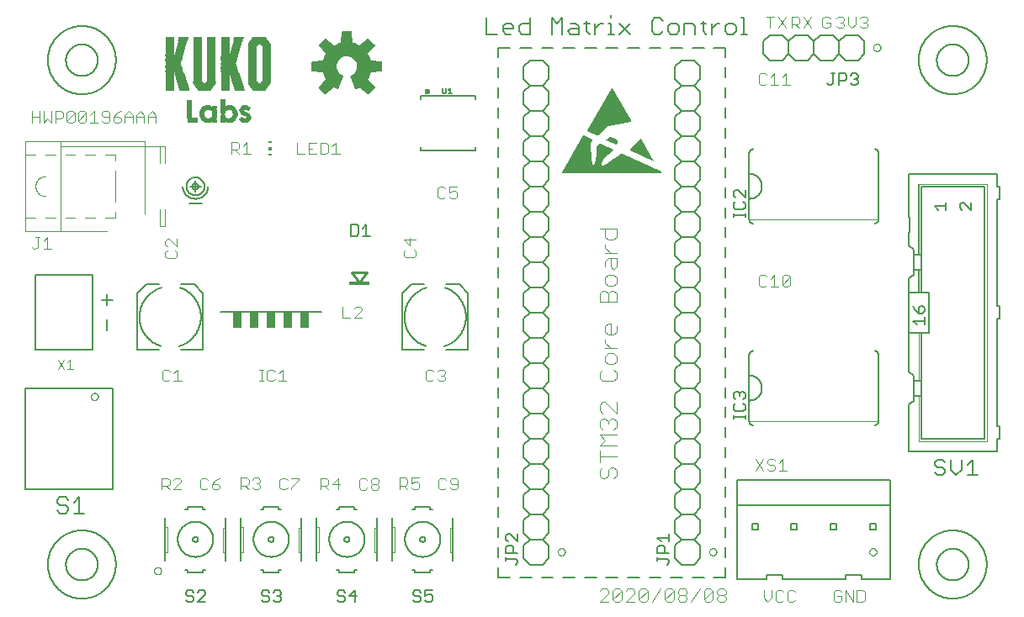
<source format=gbr>
G04 EAGLE Gerber RS-274X export*
G75*
%MOMM*%
%FSLAX34Y34*%
%LPD*%
%INSilkscreen Top*%
%IPPOS*%
%AMOC8*
5,1,8,0,0,1.08239X$1,22.5*%
G01*
%ADD10C,0.152400*%
%ADD11C,0.101600*%
%ADD12C,0.100000*%
%ADD13C,0.203200*%
%ADD14R,0.965200X1.676400*%
%ADD15C,0.076200*%
%ADD16C,0.162000*%
%ADD17C,0.254000*%
%ADD18R,2.100000X0.300000*%
%ADD19C,0.127000*%
%ADD20C,0.050800*%
%ADD21R,0.300000X0.150000*%
%ADD22R,0.300000X0.300000*%
%ADD23C,0.600000*%
%ADD24C,0.177800*%
%ADD25R,0.304800X0.025400*%
%ADD26R,0.330200X0.025400*%
%ADD27R,0.482600X0.025400*%
%ADD28R,0.508000X0.025400*%
%ADD29R,0.533400X0.025400*%
%ADD30R,1.041400X0.025400*%
%ADD31R,0.609600X0.025400*%
%ADD32R,0.431800X0.025400*%
%ADD33R,0.635000X0.025400*%
%ADD34R,0.711200X0.025400*%
%ADD35R,0.736600X0.025400*%
%ADD36R,0.812800X0.025400*%
%ADD37R,0.863600X0.025400*%
%ADD38R,0.889000X0.025400*%
%ADD39R,0.914400X0.025400*%
%ADD40R,0.939800X0.025400*%
%ADD41R,1.447800X0.025400*%
%ADD42R,1.422400X0.025400*%
%ADD43R,0.990600X0.025400*%
%ADD44R,1.473200X0.025400*%
%ADD45R,1.016000X0.025400*%
%ADD46R,1.498600X0.025400*%
%ADD47R,1.066800X0.025400*%
%ADD48R,1.524000X0.025400*%
%ADD49R,1.117600X0.025400*%
%ADD50R,1.549400X0.025400*%
%ADD51R,1.143000X0.025400*%
%ADD52R,1.574800X0.025400*%
%ADD53R,1.600200X0.025400*%
%ADD54R,1.092200X0.025400*%
%ADD55R,0.381000X0.025400*%
%ADD56R,0.457200X0.025400*%
%ADD57R,0.584200X0.025400*%
%ADD58R,0.660400X0.025400*%
%ADD59R,0.558800X0.025400*%
%ADD60R,0.228600X0.025400*%
%ADD61R,0.406400X0.025400*%
%ADD62R,0.177800X0.025400*%
%ADD63R,0.127000X0.025400*%
%ADD64R,0.076200X0.025400*%
%ADD65R,0.685800X0.025400*%
%ADD66R,0.762000X0.025400*%
%ADD67R,0.787400X0.025400*%
%ADD68R,0.050800X0.025400*%
%ADD69R,0.101600X0.025400*%
%ADD70R,0.152400X0.025400*%
%ADD71R,0.203200X0.025400*%
%ADD72R,0.279400X0.025400*%
%ADD73R,0.355600X0.025400*%
%ADD74R,0.965200X0.025400*%
%ADD75R,0.838200X0.025400*%
%ADD76R,1.295400X0.025400*%
%ADD77R,1.320800X0.025400*%
%ADD78R,1.346200X0.025400*%
%ADD79R,1.371600X0.025400*%
%ADD80R,1.397000X0.025400*%
%ADD81R,1.625600X0.025400*%
%ADD82R,1.651000X0.025400*%
%ADD83R,1.676400X0.025400*%
%ADD84R,1.701800X0.025400*%
%ADD85R,1.727200X0.025400*%
%ADD86R,1.752600X0.025400*%
%ADD87R,1.778000X0.025400*%
%ADD88R,1.828800X0.025400*%
%ADD89R,1.803400X0.025400*%
%ADD90R,1.854200X0.025400*%
%ADD91R,1.879600X0.025400*%
%ADD92R,1.905000X0.025400*%
%ADD93R,1.930400X0.025400*%
%ADD94R,1.981200X0.025400*%
%ADD95R,1.955800X0.025400*%
%ADD96R,2.006600X0.025400*%
%ADD97R,2.032000X0.025400*%
%ADD98R,2.057400X0.025400*%
%ADD99R,2.082800X0.025400*%
%ADD100R,2.108200X0.025400*%
%ADD101R,2.133600X0.025400*%
%ADD102R,2.159000X0.025400*%
%ADD103R,2.184400X0.025400*%
%ADD104R,2.235200X0.025400*%
%ADD105R,2.209800X0.025400*%
%ADD106R,2.260600X0.025400*%

G36*
X351833Y701936D02*
X351833Y701936D01*
X351941Y701946D01*
X351954Y701952D01*
X351968Y701954D01*
X352065Y702002D01*
X352164Y702047D01*
X352177Y702058D01*
X352186Y702062D01*
X352201Y702078D01*
X352278Y702140D01*
X358310Y708172D01*
X358360Y708243D01*
X358365Y708248D01*
X358367Y708251D01*
X358373Y708260D01*
X358439Y708346D01*
X358444Y708359D01*
X358452Y708371D01*
X358483Y708474D01*
X358519Y708577D01*
X358519Y708591D01*
X358523Y708604D01*
X358519Y708712D01*
X358520Y708821D01*
X358515Y708834D01*
X358515Y708848D01*
X358477Y708950D01*
X358442Y709052D01*
X358433Y709067D01*
X358429Y709076D01*
X358415Y709093D01*
X358361Y709175D01*
X351507Y717581D01*
X352545Y719467D01*
X352553Y719489D01*
X352581Y719541D01*
X353598Y721997D01*
X353604Y722020D01*
X353626Y722075D01*
X354225Y724143D01*
X365015Y725240D01*
X365119Y725268D01*
X365225Y725293D01*
X365237Y725300D01*
X365250Y725303D01*
X365340Y725364D01*
X365433Y725421D01*
X365441Y725432D01*
X365453Y725440D01*
X365519Y725526D01*
X365588Y725610D01*
X365592Y725623D01*
X365601Y725634D01*
X365635Y725737D01*
X365674Y725838D01*
X365675Y725856D01*
X365679Y725865D01*
X365679Y725887D01*
X365688Y725985D01*
X365688Y734515D01*
X365671Y734622D01*
X365657Y734730D01*
X365651Y734742D01*
X365649Y734756D01*
X365597Y734852D01*
X365550Y734949D01*
X365540Y734959D01*
X365534Y734971D01*
X365454Y735045D01*
X365378Y735122D01*
X365366Y735128D01*
X365356Y735138D01*
X365257Y735183D01*
X365160Y735231D01*
X365142Y735235D01*
X365133Y735239D01*
X365112Y735241D01*
X365015Y735260D01*
X354225Y736357D01*
X353626Y738425D01*
X353615Y738446D01*
X353598Y738503D01*
X352805Y740419D01*
X352581Y740959D01*
X352568Y740979D01*
X352545Y741033D01*
X351507Y742919D01*
X358361Y751325D01*
X358415Y751419D01*
X358472Y751511D01*
X358475Y751524D01*
X358482Y751536D01*
X358503Y751643D01*
X358528Y751748D01*
X358526Y751762D01*
X358529Y751776D01*
X358514Y751883D01*
X358504Y751991D01*
X358498Y752004D01*
X358496Y752018D01*
X358448Y752115D01*
X358403Y752214D01*
X358392Y752227D01*
X358388Y752236D01*
X358372Y752251D01*
X358310Y752328D01*
X352278Y758360D01*
X352190Y758423D01*
X352104Y758489D01*
X352091Y758494D01*
X352079Y758502D01*
X351976Y758533D01*
X351873Y758569D01*
X351859Y758569D01*
X351846Y758573D01*
X351738Y758569D01*
X351629Y758570D01*
X351616Y758565D01*
X351602Y758565D01*
X351500Y758527D01*
X351398Y758492D01*
X351383Y758483D01*
X351374Y758479D01*
X351357Y758465D01*
X351275Y758411D01*
X342869Y751557D01*
X340983Y752595D01*
X340961Y752603D01*
X340909Y752631D01*
X338453Y753648D01*
X338430Y753654D01*
X338375Y753676D01*
X336307Y754275D01*
X335210Y765065D01*
X335182Y765169D01*
X335157Y765275D01*
X335150Y765287D01*
X335147Y765300D01*
X335086Y765390D01*
X335029Y765483D01*
X335018Y765491D01*
X335010Y765503D01*
X334924Y765569D01*
X334840Y765638D01*
X334827Y765642D01*
X334816Y765651D01*
X334713Y765685D01*
X334612Y765724D01*
X334594Y765725D01*
X334585Y765729D01*
X334563Y765729D01*
X334465Y765738D01*
X325935Y765738D01*
X325828Y765721D01*
X325720Y765707D01*
X325708Y765701D01*
X325694Y765699D01*
X325598Y765647D01*
X325501Y765600D01*
X325491Y765590D01*
X325479Y765584D01*
X325405Y765504D01*
X325328Y765428D01*
X325322Y765416D01*
X325312Y765406D01*
X325267Y765307D01*
X325219Y765210D01*
X325215Y765192D01*
X325211Y765183D01*
X325209Y765162D01*
X325190Y765065D01*
X324093Y754275D01*
X322025Y753676D01*
X322004Y753665D01*
X321947Y753648D01*
X319491Y752631D01*
X319471Y752618D01*
X319417Y752595D01*
X317531Y751557D01*
X309125Y758411D01*
X309031Y758465D01*
X308939Y758522D01*
X308926Y758525D01*
X308914Y758532D01*
X308807Y758553D01*
X308702Y758578D01*
X308688Y758576D01*
X308674Y758579D01*
X308567Y758564D01*
X308459Y758554D01*
X308446Y758548D01*
X308433Y758546D01*
X308335Y758498D01*
X308236Y758453D01*
X308223Y758442D01*
X308214Y758438D01*
X308199Y758422D01*
X308122Y758360D01*
X302090Y752328D01*
X302027Y752240D01*
X301961Y752154D01*
X301956Y752141D01*
X301948Y752129D01*
X301917Y752026D01*
X301881Y751923D01*
X301881Y751909D01*
X301877Y751896D01*
X301881Y751788D01*
X301880Y751679D01*
X301885Y751666D01*
X301885Y751652D01*
X301923Y751550D01*
X301958Y751448D01*
X301967Y751433D01*
X301971Y751424D01*
X301985Y751407D01*
X302039Y751325D01*
X308893Y742919D01*
X307855Y741033D01*
X307847Y741011D01*
X307819Y740959D01*
X306802Y738503D01*
X306796Y738480D01*
X306774Y738425D01*
X306175Y736357D01*
X295385Y735260D01*
X295281Y735232D01*
X295175Y735207D01*
X295163Y735200D01*
X295150Y735197D01*
X295060Y735136D01*
X294967Y735079D01*
X294959Y735068D01*
X294947Y735060D01*
X294881Y734974D01*
X294813Y734890D01*
X294808Y734877D01*
X294799Y734866D01*
X294765Y734763D01*
X294726Y734662D01*
X294725Y734644D01*
X294721Y734635D01*
X294722Y734613D01*
X294712Y734515D01*
X294712Y725985D01*
X294729Y725878D01*
X294743Y725770D01*
X294749Y725758D01*
X294751Y725744D01*
X294803Y725648D01*
X294850Y725551D01*
X294860Y725541D01*
X294866Y725529D01*
X294946Y725455D01*
X295022Y725378D01*
X295034Y725372D01*
X295045Y725362D01*
X295143Y725317D01*
X295240Y725269D01*
X295258Y725265D01*
X295267Y725261D01*
X295288Y725259D01*
X295385Y725240D01*
X306175Y724143D01*
X306774Y722075D01*
X306785Y722054D01*
X306802Y721997D01*
X306857Y721864D01*
X307788Y719617D01*
X307788Y719616D01*
X307819Y719541D01*
X307832Y719521D01*
X307855Y719467D01*
X308893Y717581D01*
X302039Y709175D01*
X301985Y709081D01*
X301928Y708989D01*
X301925Y708976D01*
X301918Y708964D01*
X301897Y708857D01*
X301872Y708752D01*
X301874Y708738D01*
X301871Y708724D01*
X301886Y708617D01*
X301896Y708509D01*
X301902Y708496D01*
X301904Y708483D01*
X301952Y708385D01*
X301997Y708286D01*
X302008Y708273D01*
X302012Y708264D01*
X302028Y708249D01*
X302090Y708172D01*
X308122Y702140D01*
X308210Y702077D01*
X308296Y702011D01*
X308309Y702006D01*
X308321Y701998D01*
X308424Y701967D01*
X308527Y701931D01*
X308541Y701931D01*
X308554Y701927D01*
X308662Y701931D01*
X308771Y701930D01*
X308784Y701935D01*
X308798Y701935D01*
X308900Y701973D01*
X309002Y702008D01*
X309017Y702017D01*
X309026Y702021D01*
X309043Y702035D01*
X309125Y702089D01*
X317525Y708938D01*
X318812Y708206D01*
X318831Y708199D01*
X318867Y708178D01*
X320676Y707339D01*
X320714Y707329D01*
X320750Y707310D01*
X320831Y707296D01*
X320911Y707274D01*
X320951Y707276D01*
X320990Y707270D01*
X321072Y707283D01*
X321155Y707288D01*
X321192Y707303D01*
X321231Y707309D01*
X321304Y707348D01*
X321381Y707379D01*
X321411Y707405D01*
X321447Y707424D01*
X321503Y707484D01*
X321566Y707538D01*
X321586Y707573D01*
X321614Y707602D01*
X321683Y707732D01*
X326706Y719858D01*
X326732Y719970D01*
X326761Y720082D01*
X326760Y720089D01*
X326762Y720096D01*
X326750Y720210D01*
X326741Y720325D01*
X326739Y720331D01*
X326738Y720339D01*
X326690Y720443D01*
X326645Y720549D01*
X326640Y720554D01*
X326637Y720561D01*
X326559Y720645D01*
X326482Y720730D01*
X326474Y720735D01*
X326470Y720739D01*
X326457Y720746D01*
X326358Y720811D01*
X324780Y721626D01*
X323412Y722655D01*
X322236Y723899D01*
X321285Y725323D01*
X320585Y726886D01*
X320158Y728544D01*
X320014Y730246D01*
X320194Y732152D01*
X320725Y733987D01*
X321589Y735690D01*
X322756Y737202D01*
X324185Y738469D01*
X325825Y739448D01*
X327620Y740103D01*
X329505Y740411D01*
X331414Y740363D01*
X333281Y739958D01*
X335039Y739212D01*
X336627Y738151D01*
X337990Y736812D01*
X339078Y735242D01*
X339854Y733497D01*
X340290Y731637D01*
X340372Y729729D01*
X340096Y727839D01*
X339471Y726034D01*
X338521Y724377D01*
X337278Y722926D01*
X335786Y721734D01*
X334036Y720807D01*
X333947Y720740D01*
X333857Y720675D01*
X333850Y720666D01*
X333841Y720660D01*
X333779Y720567D01*
X333714Y720477D01*
X333711Y720466D01*
X333705Y720457D01*
X333676Y720350D01*
X333643Y720244D01*
X333644Y720233D01*
X333641Y720222D01*
X333647Y720110D01*
X333651Y720000D01*
X333655Y719986D01*
X333656Y719978D01*
X333663Y719960D01*
X333694Y719858D01*
X334104Y718867D01*
X335035Y716620D01*
X335035Y716619D01*
X335966Y714372D01*
X335967Y714372D01*
X336898Y712124D01*
X337829Y709876D01*
X338717Y707732D01*
X338738Y707698D01*
X338751Y707661D01*
X338802Y707595D01*
X338846Y707525D01*
X338877Y707500D01*
X338901Y707468D01*
X338970Y707423D01*
X339034Y707370D01*
X339072Y707356D01*
X339105Y707334D01*
X339185Y707313D01*
X339263Y707284D01*
X339303Y707283D01*
X339341Y707273D01*
X339424Y707279D01*
X339506Y707276D01*
X339545Y707288D01*
X339585Y707291D01*
X339724Y707339D01*
X341533Y708178D01*
X341549Y708189D01*
X341588Y708206D01*
X342875Y708938D01*
X351275Y702089D01*
X351369Y702035D01*
X351461Y701978D01*
X351474Y701975D01*
X351486Y701968D01*
X351593Y701947D01*
X351698Y701922D01*
X351712Y701924D01*
X351726Y701921D01*
X351833Y701936D01*
G37*
G36*
X646533Y623015D02*
X646533Y623015D01*
X646555Y623013D01*
X646596Y623034D01*
X646641Y623048D01*
X646655Y623065D01*
X646675Y623076D01*
X646687Y623103D01*
X646727Y623152D01*
X646734Y623215D01*
X646745Y623243D01*
X646745Y624186D01*
X646739Y624206D01*
X646741Y624224D01*
X646733Y624240D01*
X646731Y624265D01*
X646716Y624282D01*
X646706Y624316D01*
X646683Y624335D01*
X646678Y624344D01*
X646665Y624349D01*
X646619Y624388D01*
X646609Y624399D01*
X607482Y642312D01*
X607412Y642322D01*
X607384Y642333D01*
X606441Y642333D01*
X606330Y642300D01*
X606317Y642298D01*
X602546Y639941D01*
X602543Y639938D01*
X602540Y639937D01*
X598297Y637109D01*
X598294Y637105D01*
X598291Y637105D01*
X594997Y634752D01*
X591235Y632401D01*
X587994Y630548D01*
X587210Y630548D01*
X586835Y630924D01*
X586404Y631783D01*
X586404Y633088D01*
X587316Y634910D01*
X589177Y637702D01*
X598111Y645696D01*
X598114Y645701D01*
X598119Y645704D01*
X598126Y645721D01*
X598182Y645812D01*
X598180Y645850D01*
X598189Y645871D01*
X598189Y646342D01*
X598178Y646379D01*
X598177Y646417D01*
X598161Y646435D01*
X598150Y646472D01*
X598070Y646538D01*
X598057Y646553D01*
X585329Y652681D01*
X585255Y652693D01*
X585227Y652704D01*
X583813Y652704D01*
X583795Y652699D01*
X583777Y652701D01*
X583751Y652686D01*
X583683Y652665D01*
X583647Y652622D01*
X583622Y652606D01*
X581265Y649307D01*
X581222Y649179D01*
X581223Y649174D01*
X581222Y649171D01*
X581222Y640227D01*
X580755Y636022D01*
X579825Y633233D01*
X578917Y631417D01*
X578895Y631403D01*
X578544Y631168D01*
X578193Y630934D01*
X577841Y630700D01*
X577614Y630548D01*
X576959Y630548D01*
X575562Y649180D01*
X575562Y652887D01*
X576005Y653772D01*
X577414Y656122D01*
X577422Y656154D01*
X577440Y656183D01*
X577438Y656219D01*
X577447Y656253D01*
X577436Y656285D01*
X577434Y656319D01*
X577417Y656338D01*
X577402Y656381D01*
X577331Y656434D01*
X577313Y656454D01*
X568356Y660696D01*
X568343Y660698D01*
X568332Y660706D01*
X568277Y660708D01*
X568222Y660716D01*
X568210Y660710D01*
X568196Y660711D01*
X568174Y660693D01*
X568100Y660658D01*
X568074Y660617D01*
X568052Y660600D01*
X546839Y623359D01*
X546836Y623345D01*
X546827Y623334D01*
X546821Y623280D01*
X546809Y623227D01*
X546814Y623213D01*
X546813Y623199D01*
X546838Y623151D01*
X546857Y623100D01*
X546869Y623092D01*
X546876Y623079D01*
X546903Y623068D01*
X546967Y623021D01*
X547017Y623020D01*
X547043Y623009D01*
X646511Y623009D01*
X646533Y623015D01*
G37*
G36*
X583000Y660761D02*
X583000Y660761D01*
X583013Y660777D01*
X583027Y660782D01*
X592927Y669739D01*
X592931Y669745D01*
X592936Y669747D01*
X593355Y670167D01*
X615912Y674397D01*
X615913Y674397D01*
X615968Y674426D01*
X616032Y674459D01*
X616033Y674460D01*
X616034Y674462D01*
X616098Y674578D01*
X616095Y674609D01*
X616103Y674627D01*
X616103Y675570D01*
X616075Y675665D01*
X616072Y675687D01*
X597216Y708214D01*
X597205Y708225D01*
X597200Y708239D01*
X597156Y708270D01*
X597117Y708307D01*
X597102Y708309D01*
X597090Y708318D01*
X597036Y708321D01*
X596983Y708329D01*
X596970Y708323D01*
X596955Y708324D01*
X596931Y708306D01*
X596860Y708274D01*
X596832Y708231D01*
X596810Y708214D01*
X572296Y665787D01*
X572289Y665758D01*
X572274Y665734D01*
X572274Y665694D01*
X572265Y665655D01*
X572276Y665628D01*
X572276Y665598D01*
X572294Y665577D01*
X572312Y665528D01*
X572375Y665483D01*
X572394Y665460D01*
X581822Y660746D01*
X581900Y660733D01*
X581927Y660722D01*
X582870Y660722D01*
X583000Y660761D01*
G37*
G36*
X638998Y634325D02*
X638998Y634325D01*
X639000Y634325D01*
X639061Y634353D01*
X639120Y634379D01*
X639121Y634381D01*
X639123Y634382D01*
X639158Y634438D01*
X639193Y634493D01*
X639193Y634495D01*
X639194Y634497D01*
X639190Y634632D01*
X639174Y634650D01*
X639171Y634673D01*
X625972Y657772D01*
X625930Y657812D01*
X625892Y657855D01*
X625882Y657858D01*
X625874Y657865D01*
X625817Y657875D01*
X625761Y657890D01*
X625753Y657886D01*
X625741Y657889D01*
X625617Y657834D01*
X625607Y657819D01*
X625596Y657814D01*
X615225Y646500D01*
X615167Y646378D01*
X615170Y646356D01*
X615164Y646342D01*
X615164Y645871D01*
X615175Y645834D01*
X615176Y645796D01*
X615192Y645778D01*
X615203Y645741D01*
X615283Y645675D01*
X615297Y645660D01*
X638867Y634346D01*
X638931Y634336D01*
X638996Y634324D01*
X638998Y634325D01*
G37*
G36*
X601293Y651298D02*
X601293Y651298D01*
X601299Y651298D01*
X601314Y651308D01*
X601411Y651353D01*
X601431Y651385D01*
X601450Y651398D01*
X602393Y652812D01*
X602399Y652831D01*
X602408Y652843D01*
X602411Y652866D01*
X602425Y652885D01*
X602897Y654771D01*
X602897Y654776D01*
X602899Y654780D01*
X602896Y654796D01*
X602894Y654841D01*
X602895Y654851D01*
X602893Y654855D01*
X602891Y654906D01*
X602869Y654936D01*
X602865Y654958D01*
X601922Y656372D01*
X601874Y656412D01*
X601857Y656437D01*
X600443Y657380D01*
X600400Y657393D01*
X600380Y657409D01*
X595665Y658823D01*
X595622Y658823D01*
X595598Y658833D01*
X594656Y658833D01*
X594526Y658794D01*
X594523Y658790D01*
X594520Y658790D01*
X591220Y656433D01*
X591212Y656422D01*
X591200Y656417D01*
X591171Y656369D01*
X591137Y656325D01*
X591136Y656312D01*
X591129Y656301D01*
X591131Y656246D01*
X591128Y656190D01*
X591134Y656179D01*
X591134Y656166D01*
X591153Y656145D01*
X591194Y656073D01*
X591237Y656051D01*
X591255Y656031D01*
X601154Y651317D01*
X601160Y651316D01*
X601164Y651312D01*
X601226Y651306D01*
X601288Y651296D01*
X601293Y651298D01*
G37*
D10*
X711200Y215900D02*
X711200Y226026D01*
X711200Y236026D02*
X711200Y246152D01*
X711200Y256152D02*
X711200Y266278D01*
X711200Y276278D02*
X711200Y286404D01*
X711200Y296404D02*
X711200Y306530D01*
X711200Y316530D02*
X711200Y326656D01*
X711200Y336656D02*
X711200Y346781D01*
X711200Y356781D02*
X711200Y366907D01*
X711200Y376907D02*
X711200Y387033D01*
X711200Y397033D02*
X711200Y407159D01*
X711200Y417159D02*
X711200Y427285D01*
X711200Y437285D02*
X711200Y447411D01*
X711200Y457411D02*
X711200Y467537D01*
X711200Y477537D02*
X711200Y487663D01*
X711200Y497663D02*
X711200Y507789D01*
X711200Y517789D02*
X711200Y527915D01*
X711200Y537915D02*
X711200Y548041D01*
X711200Y558041D02*
X711200Y568167D01*
X711200Y578167D02*
X711200Y588293D01*
X711200Y598293D02*
X711200Y608419D01*
X711200Y618419D02*
X711200Y628544D01*
X711200Y638544D02*
X711200Y648670D01*
X711200Y658670D02*
X711200Y668796D01*
X711200Y678796D02*
X711200Y688922D01*
X711200Y698922D02*
X711200Y709048D01*
X711200Y719048D02*
X711200Y729174D01*
X711200Y739174D02*
X711200Y749300D01*
X699509Y749300D01*
X689509Y749300D02*
X677818Y749300D01*
X667818Y749300D02*
X656127Y749300D01*
X646127Y749300D02*
X634436Y749300D01*
X624436Y749300D02*
X612745Y749300D01*
X602745Y749300D02*
X591055Y749300D01*
X581055Y749300D02*
X569364Y749300D01*
X559364Y749300D02*
X547673Y749300D01*
X537673Y749300D02*
X525982Y749300D01*
X515982Y749300D02*
X504291Y749300D01*
X494291Y749300D02*
X482600Y749300D01*
X482600Y739174D01*
X482600Y729174D02*
X482600Y719048D01*
X482600Y709048D02*
X482600Y698922D01*
X482600Y688922D02*
X482600Y678796D01*
X482600Y668796D02*
X482600Y658670D01*
X482600Y648670D02*
X482600Y638544D01*
X482600Y628544D02*
X482600Y618419D01*
X482600Y608419D02*
X482600Y598293D01*
X482600Y588293D02*
X482600Y578167D01*
X482600Y568167D02*
X482600Y558041D01*
X482600Y548041D02*
X482600Y537915D01*
X482600Y527915D02*
X482600Y517789D01*
X482600Y507789D02*
X482600Y497663D01*
X482600Y487663D02*
X482600Y477537D01*
X482600Y467537D02*
X482600Y457411D01*
X482600Y447411D02*
X482600Y437285D01*
X482600Y427285D02*
X482600Y417159D01*
X482600Y407159D02*
X482600Y397033D01*
X482600Y387033D02*
X482600Y376907D01*
X482600Y366907D02*
X482600Y356781D01*
X482600Y346781D02*
X482600Y336656D01*
X482600Y326656D02*
X482600Y316530D01*
X482600Y306530D02*
X482600Y296404D01*
X482600Y286404D02*
X482600Y276278D01*
X482600Y266278D02*
X482600Y256152D01*
X482600Y246152D02*
X482600Y236026D01*
X482600Y226026D02*
X482600Y215900D01*
X494291Y215900D01*
X504291Y215900D02*
X515982Y215900D01*
X525982Y215900D02*
X537673Y215900D01*
X547673Y215900D02*
X559364Y215900D01*
X569364Y215900D02*
X581055Y215900D01*
X591055Y215900D02*
X602745Y215900D01*
X612745Y215900D02*
X624436Y215900D01*
X634436Y215900D02*
X646127Y215900D01*
X656127Y215900D02*
X667818Y215900D01*
X677818Y215900D02*
X689509Y215900D01*
X699509Y215900D02*
X711200Y215900D01*
D11*
X587490Y326705D02*
X584694Y323909D01*
X584694Y318316D01*
X587490Y315520D01*
X590286Y315520D01*
X593083Y318316D01*
X593083Y323909D01*
X595879Y326705D01*
X598676Y326705D01*
X601472Y323909D01*
X601472Y318316D01*
X598676Y315520D01*
X601472Y337484D02*
X584694Y337484D01*
X584694Y331891D02*
X584694Y343077D01*
X584694Y348263D02*
X601472Y348263D01*
X590286Y353856D02*
X584694Y348263D01*
X590286Y353856D02*
X584694Y359448D01*
X601472Y359448D01*
X587490Y364634D02*
X584694Y367431D01*
X584694Y373024D01*
X587490Y375820D01*
X590286Y375820D01*
X593083Y373024D01*
X593083Y370227D01*
X593083Y373024D02*
X595879Y375820D01*
X598676Y375820D01*
X601472Y373024D01*
X601472Y367431D01*
X598676Y364634D01*
X601472Y381006D02*
X601472Y392192D01*
X601472Y381006D02*
X590286Y392192D01*
X587490Y392192D01*
X584694Y389395D01*
X584694Y383802D01*
X587490Y381006D01*
X584694Y422138D02*
X587490Y424935D01*
X584694Y422138D02*
X584694Y416545D01*
X587490Y413749D01*
X598676Y413749D01*
X601472Y416545D01*
X601472Y422138D01*
X598676Y424935D01*
X601472Y432917D02*
X601472Y438510D01*
X598676Y441306D01*
X593083Y441306D01*
X590286Y438510D01*
X590286Y432917D01*
X593083Y430121D01*
X598676Y430121D01*
X601472Y432917D01*
X601472Y446492D02*
X590286Y446492D01*
X595879Y446492D02*
X590286Y452085D01*
X590286Y454881D01*
X601472Y462932D02*
X601472Y468524D01*
X601472Y462932D02*
X598676Y460135D01*
X593083Y460135D01*
X590286Y462932D01*
X590286Y468524D01*
X593083Y471321D01*
X595879Y471321D01*
X595879Y460135D01*
X601472Y492878D02*
X584694Y492878D01*
X584694Y501267D01*
X587490Y504064D01*
X590286Y504064D01*
X593083Y501267D01*
X595879Y504064D01*
X598676Y504064D01*
X601472Y501267D01*
X601472Y492878D01*
X593083Y492878D02*
X593083Y501267D01*
X601472Y512046D02*
X601472Y517639D01*
X598676Y520435D01*
X593083Y520435D01*
X590286Y517639D01*
X590286Y512046D01*
X593083Y509250D01*
X598676Y509250D01*
X601472Y512046D01*
X590286Y528418D02*
X590286Y534011D01*
X593083Y536807D01*
X601472Y536807D01*
X601472Y528418D01*
X598676Y525621D01*
X595879Y528418D01*
X595879Y536807D01*
X601472Y541993D02*
X590286Y541993D01*
X595879Y541993D02*
X590286Y547586D01*
X590286Y550382D01*
X584694Y566822D02*
X601472Y566822D01*
X601472Y558432D01*
X598676Y555636D01*
X593083Y555636D01*
X590286Y558432D01*
X590286Y566822D01*
X136108Y222250D02*
X136110Y222369D01*
X136116Y222489D01*
X136126Y222608D01*
X136140Y222726D01*
X136158Y222844D01*
X136179Y222962D01*
X136205Y223078D01*
X136234Y223194D01*
X136268Y223309D01*
X136305Y223422D01*
X136346Y223534D01*
X136390Y223645D01*
X136438Y223755D01*
X136490Y223862D01*
X136545Y223968D01*
X136604Y224072D01*
X136667Y224174D01*
X136732Y224273D01*
X136801Y224371D01*
X136873Y224466D01*
X136948Y224559D01*
X137027Y224649D01*
X137108Y224737D01*
X137192Y224821D01*
X137279Y224903D01*
X137368Y224982D01*
X137460Y225058D01*
X137555Y225131D01*
X137652Y225201D01*
X137751Y225267D01*
X137853Y225330D01*
X137956Y225390D01*
X138061Y225446D01*
X138168Y225499D01*
X138277Y225548D01*
X138388Y225594D01*
X138500Y225635D01*
X138613Y225673D01*
X138727Y225708D01*
X138843Y225738D01*
X138959Y225765D01*
X139076Y225787D01*
X139194Y225806D01*
X139313Y225821D01*
X139432Y225832D01*
X139551Y225839D01*
X139670Y225842D01*
X139790Y225841D01*
X139909Y225836D01*
X140028Y225827D01*
X140147Y225814D01*
X140265Y225797D01*
X140382Y225777D01*
X140499Y225752D01*
X140615Y225723D01*
X140730Y225691D01*
X140844Y225655D01*
X140957Y225615D01*
X141068Y225571D01*
X141177Y225524D01*
X141285Y225473D01*
X141392Y225419D01*
X141496Y225361D01*
X141598Y225299D01*
X141699Y225235D01*
X141797Y225166D01*
X141893Y225095D01*
X141986Y225021D01*
X142077Y224943D01*
X142165Y224863D01*
X142250Y224779D01*
X142333Y224693D01*
X142413Y224604D01*
X142490Y224513D01*
X142563Y224419D01*
X142634Y224322D01*
X142701Y224224D01*
X142765Y224123D01*
X142826Y224020D01*
X142883Y223915D01*
X142936Y223809D01*
X142986Y223700D01*
X143033Y223590D01*
X143075Y223479D01*
X143114Y223366D01*
X143150Y223252D01*
X143181Y223136D01*
X143208Y223020D01*
X143232Y222903D01*
X143252Y222785D01*
X143268Y222667D01*
X143280Y222548D01*
X143288Y222429D01*
X143292Y222310D01*
X143292Y222190D01*
X143288Y222071D01*
X143280Y221952D01*
X143268Y221833D01*
X143252Y221715D01*
X143232Y221597D01*
X143208Y221480D01*
X143181Y221364D01*
X143150Y221248D01*
X143114Y221134D01*
X143075Y221021D01*
X143033Y220910D01*
X142986Y220800D01*
X142936Y220691D01*
X142883Y220585D01*
X142826Y220480D01*
X142765Y220377D01*
X142701Y220276D01*
X142634Y220178D01*
X142563Y220081D01*
X142490Y219987D01*
X142413Y219896D01*
X142333Y219807D01*
X142250Y219721D01*
X142165Y219637D01*
X142077Y219557D01*
X141986Y219479D01*
X141893Y219405D01*
X141797Y219334D01*
X141699Y219265D01*
X141598Y219201D01*
X141496Y219139D01*
X141392Y219081D01*
X141285Y219027D01*
X141177Y218976D01*
X141068Y218929D01*
X140957Y218885D01*
X140844Y218845D01*
X140730Y218809D01*
X140615Y218777D01*
X140499Y218748D01*
X140382Y218723D01*
X140265Y218703D01*
X140147Y218686D01*
X140028Y218673D01*
X139909Y218664D01*
X139790Y218659D01*
X139670Y218658D01*
X139551Y218661D01*
X139432Y218668D01*
X139313Y218679D01*
X139194Y218694D01*
X139076Y218713D01*
X138959Y218735D01*
X138843Y218762D01*
X138727Y218792D01*
X138613Y218827D01*
X138500Y218865D01*
X138388Y218906D01*
X138277Y218952D01*
X138168Y219001D01*
X138061Y219054D01*
X137956Y219110D01*
X137853Y219170D01*
X137751Y219233D01*
X137652Y219299D01*
X137555Y219369D01*
X137460Y219442D01*
X137368Y219518D01*
X137279Y219597D01*
X137192Y219679D01*
X137108Y219763D01*
X137027Y219851D01*
X136948Y219941D01*
X136873Y220034D01*
X136801Y220129D01*
X136732Y220227D01*
X136667Y220326D01*
X136604Y220428D01*
X136545Y220532D01*
X136490Y220638D01*
X136438Y220745D01*
X136390Y220855D01*
X136346Y220966D01*
X136305Y221078D01*
X136268Y221191D01*
X136234Y221306D01*
X136205Y221422D01*
X136179Y221538D01*
X136158Y221656D01*
X136140Y221774D01*
X136126Y221892D01*
X136116Y222011D01*
X136110Y222131D01*
X136108Y222250D01*
X542508Y241300D02*
X542510Y241419D01*
X542516Y241539D01*
X542526Y241658D01*
X542540Y241776D01*
X542558Y241894D01*
X542579Y242012D01*
X542605Y242128D01*
X542634Y242244D01*
X542668Y242359D01*
X542705Y242472D01*
X542746Y242584D01*
X542790Y242695D01*
X542838Y242805D01*
X542890Y242912D01*
X542945Y243018D01*
X543004Y243122D01*
X543067Y243224D01*
X543132Y243323D01*
X543201Y243421D01*
X543273Y243516D01*
X543348Y243609D01*
X543427Y243699D01*
X543508Y243787D01*
X543592Y243871D01*
X543679Y243953D01*
X543768Y244032D01*
X543860Y244108D01*
X543955Y244181D01*
X544052Y244251D01*
X544151Y244317D01*
X544253Y244380D01*
X544356Y244440D01*
X544461Y244496D01*
X544568Y244549D01*
X544677Y244598D01*
X544788Y244644D01*
X544900Y244685D01*
X545013Y244723D01*
X545127Y244758D01*
X545243Y244788D01*
X545359Y244815D01*
X545476Y244837D01*
X545594Y244856D01*
X545713Y244871D01*
X545832Y244882D01*
X545951Y244889D01*
X546070Y244892D01*
X546190Y244891D01*
X546309Y244886D01*
X546428Y244877D01*
X546547Y244864D01*
X546665Y244847D01*
X546782Y244827D01*
X546899Y244802D01*
X547015Y244773D01*
X547130Y244741D01*
X547244Y244705D01*
X547357Y244665D01*
X547468Y244621D01*
X547577Y244574D01*
X547685Y244523D01*
X547792Y244469D01*
X547896Y244411D01*
X547998Y244349D01*
X548099Y244285D01*
X548197Y244216D01*
X548293Y244145D01*
X548386Y244071D01*
X548477Y243993D01*
X548565Y243913D01*
X548650Y243829D01*
X548733Y243743D01*
X548813Y243654D01*
X548890Y243563D01*
X548963Y243469D01*
X549034Y243372D01*
X549101Y243274D01*
X549165Y243173D01*
X549226Y243070D01*
X549283Y242965D01*
X549336Y242859D01*
X549386Y242750D01*
X549433Y242640D01*
X549475Y242529D01*
X549514Y242416D01*
X549550Y242302D01*
X549581Y242186D01*
X549608Y242070D01*
X549632Y241953D01*
X549652Y241835D01*
X549668Y241717D01*
X549680Y241598D01*
X549688Y241479D01*
X549692Y241360D01*
X549692Y241240D01*
X549688Y241121D01*
X549680Y241002D01*
X549668Y240883D01*
X549652Y240765D01*
X549632Y240647D01*
X549608Y240530D01*
X549581Y240414D01*
X549550Y240298D01*
X549514Y240184D01*
X549475Y240071D01*
X549433Y239960D01*
X549386Y239850D01*
X549336Y239741D01*
X549283Y239635D01*
X549226Y239530D01*
X549165Y239427D01*
X549101Y239326D01*
X549034Y239228D01*
X548963Y239131D01*
X548890Y239037D01*
X548813Y238946D01*
X548733Y238857D01*
X548650Y238771D01*
X548565Y238687D01*
X548477Y238607D01*
X548386Y238529D01*
X548293Y238455D01*
X548197Y238384D01*
X548099Y238315D01*
X547998Y238251D01*
X547896Y238189D01*
X547792Y238131D01*
X547685Y238077D01*
X547577Y238026D01*
X547468Y237979D01*
X547357Y237935D01*
X547244Y237895D01*
X547130Y237859D01*
X547015Y237827D01*
X546899Y237798D01*
X546782Y237773D01*
X546665Y237753D01*
X546547Y237736D01*
X546428Y237723D01*
X546309Y237714D01*
X546190Y237709D01*
X546070Y237708D01*
X545951Y237711D01*
X545832Y237718D01*
X545713Y237729D01*
X545594Y237744D01*
X545476Y237763D01*
X545359Y237785D01*
X545243Y237812D01*
X545127Y237842D01*
X545013Y237877D01*
X544900Y237915D01*
X544788Y237956D01*
X544677Y238002D01*
X544568Y238051D01*
X544461Y238104D01*
X544356Y238160D01*
X544253Y238220D01*
X544151Y238283D01*
X544052Y238349D01*
X543955Y238419D01*
X543860Y238492D01*
X543768Y238568D01*
X543679Y238647D01*
X543592Y238729D01*
X543508Y238813D01*
X543427Y238901D01*
X543348Y238991D01*
X543273Y239084D01*
X543201Y239179D01*
X543132Y239277D01*
X543067Y239376D01*
X543004Y239478D01*
X542945Y239582D01*
X542890Y239688D01*
X542838Y239795D01*
X542790Y239905D01*
X542746Y240016D01*
X542705Y240128D01*
X542668Y240241D01*
X542634Y240356D01*
X542605Y240472D01*
X542579Y240588D01*
X542558Y240706D01*
X542540Y240824D01*
X542526Y240942D01*
X542516Y241061D01*
X542510Y241181D01*
X542508Y241300D01*
X694908Y241300D02*
X694910Y241419D01*
X694916Y241539D01*
X694926Y241658D01*
X694940Y241776D01*
X694958Y241894D01*
X694979Y242012D01*
X695005Y242128D01*
X695034Y242244D01*
X695068Y242359D01*
X695105Y242472D01*
X695146Y242584D01*
X695190Y242695D01*
X695238Y242805D01*
X695290Y242912D01*
X695345Y243018D01*
X695404Y243122D01*
X695467Y243224D01*
X695532Y243323D01*
X695601Y243421D01*
X695673Y243516D01*
X695748Y243609D01*
X695827Y243699D01*
X695908Y243787D01*
X695992Y243871D01*
X696079Y243953D01*
X696168Y244032D01*
X696260Y244108D01*
X696355Y244181D01*
X696452Y244251D01*
X696551Y244317D01*
X696653Y244380D01*
X696756Y244440D01*
X696861Y244496D01*
X696968Y244549D01*
X697077Y244598D01*
X697188Y244644D01*
X697300Y244685D01*
X697413Y244723D01*
X697527Y244758D01*
X697643Y244788D01*
X697759Y244815D01*
X697876Y244837D01*
X697994Y244856D01*
X698113Y244871D01*
X698232Y244882D01*
X698351Y244889D01*
X698470Y244892D01*
X698590Y244891D01*
X698709Y244886D01*
X698828Y244877D01*
X698947Y244864D01*
X699065Y244847D01*
X699182Y244827D01*
X699299Y244802D01*
X699415Y244773D01*
X699530Y244741D01*
X699644Y244705D01*
X699757Y244665D01*
X699868Y244621D01*
X699977Y244574D01*
X700085Y244523D01*
X700192Y244469D01*
X700296Y244411D01*
X700398Y244349D01*
X700499Y244285D01*
X700597Y244216D01*
X700693Y244145D01*
X700786Y244071D01*
X700877Y243993D01*
X700965Y243913D01*
X701050Y243829D01*
X701133Y243743D01*
X701213Y243654D01*
X701290Y243563D01*
X701363Y243469D01*
X701434Y243372D01*
X701501Y243274D01*
X701565Y243173D01*
X701626Y243070D01*
X701683Y242965D01*
X701736Y242859D01*
X701786Y242750D01*
X701833Y242640D01*
X701875Y242529D01*
X701914Y242416D01*
X701950Y242302D01*
X701981Y242186D01*
X702008Y242070D01*
X702032Y241953D01*
X702052Y241835D01*
X702068Y241717D01*
X702080Y241598D01*
X702088Y241479D01*
X702092Y241360D01*
X702092Y241240D01*
X702088Y241121D01*
X702080Y241002D01*
X702068Y240883D01*
X702052Y240765D01*
X702032Y240647D01*
X702008Y240530D01*
X701981Y240414D01*
X701950Y240298D01*
X701914Y240184D01*
X701875Y240071D01*
X701833Y239960D01*
X701786Y239850D01*
X701736Y239741D01*
X701683Y239635D01*
X701626Y239530D01*
X701565Y239427D01*
X701501Y239326D01*
X701434Y239228D01*
X701363Y239131D01*
X701290Y239037D01*
X701213Y238946D01*
X701133Y238857D01*
X701050Y238771D01*
X700965Y238687D01*
X700877Y238607D01*
X700786Y238529D01*
X700693Y238455D01*
X700597Y238384D01*
X700499Y238315D01*
X700398Y238251D01*
X700296Y238189D01*
X700192Y238131D01*
X700085Y238077D01*
X699977Y238026D01*
X699868Y237979D01*
X699757Y237935D01*
X699644Y237895D01*
X699530Y237859D01*
X699415Y237827D01*
X699299Y237798D01*
X699182Y237773D01*
X699065Y237753D01*
X698947Y237736D01*
X698828Y237723D01*
X698709Y237714D01*
X698590Y237709D01*
X698470Y237708D01*
X698351Y237711D01*
X698232Y237718D01*
X698113Y237729D01*
X697994Y237744D01*
X697876Y237763D01*
X697759Y237785D01*
X697643Y237812D01*
X697527Y237842D01*
X697413Y237877D01*
X697300Y237915D01*
X697188Y237956D01*
X697077Y238002D01*
X696968Y238051D01*
X696861Y238104D01*
X696756Y238160D01*
X696653Y238220D01*
X696551Y238283D01*
X696452Y238349D01*
X696355Y238419D01*
X696260Y238492D01*
X696168Y238568D01*
X696079Y238647D01*
X695992Y238729D01*
X695908Y238813D01*
X695827Y238901D01*
X695748Y238991D01*
X695673Y239084D01*
X695601Y239179D01*
X695532Y239277D01*
X695467Y239376D01*
X695404Y239478D01*
X695345Y239582D01*
X695290Y239688D01*
X695238Y239795D01*
X695190Y239905D01*
X695146Y240016D01*
X695105Y240128D01*
X695068Y240241D01*
X695034Y240356D01*
X695005Y240472D01*
X694979Y240588D01*
X694958Y240706D01*
X694940Y240824D01*
X694926Y240942D01*
X694916Y241061D01*
X694910Y241181D01*
X694908Y241300D01*
X855944Y241300D02*
X855946Y241419D01*
X855952Y241539D01*
X855962Y241658D01*
X855976Y241776D01*
X855994Y241894D01*
X856015Y242012D01*
X856041Y242128D01*
X856070Y242244D01*
X856104Y242359D01*
X856141Y242472D01*
X856182Y242584D01*
X856226Y242695D01*
X856274Y242805D01*
X856326Y242912D01*
X856381Y243018D01*
X856440Y243122D01*
X856503Y243224D01*
X856568Y243323D01*
X856637Y243421D01*
X856709Y243516D01*
X856784Y243609D01*
X856863Y243699D01*
X856944Y243787D01*
X857028Y243871D01*
X857115Y243953D01*
X857204Y244032D01*
X857296Y244108D01*
X857391Y244181D01*
X857488Y244251D01*
X857587Y244317D01*
X857689Y244380D01*
X857792Y244440D01*
X857897Y244496D01*
X858004Y244549D01*
X858113Y244598D01*
X858224Y244644D01*
X858336Y244685D01*
X858449Y244723D01*
X858563Y244758D01*
X858679Y244788D01*
X858795Y244815D01*
X858912Y244837D01*
X859030Y244856D01*
X859149Y244871D01*
X859268Y244882D01*
X859387Y244889D01*
X859506Y244892D01*
X859626Y244891D01*
X859745Y244886D01*
X859864Y244877D01*
X859983Y244864D01*
X860101Y244847D01*
X860218Y244827D01*
X860335Y244802D01*
X860451Y244773D01*
X860566Y244741D01*
X860680Y244705D01*
X860793Y244665D01*
X860904Y244621D01*
X861013Y244574D01*
X861121Y244523D01*
X861228Y244469D01*
X861332Y244411D01*
X861434Y244349D01*
X861535Y244285D01*
X861633Y244216D01*
X861729Y244145D01*
X861822Y244071D01*
X861913Y243993D01*
X862001Y243913D01*
X862086Y243829D01*
X862169Y243743D01*
X862249Y243654D01*
X862326Y243563D01*
X862399Y243469D01*
X862470Y243372D01*
X862537Y243274D01*
X862601Y243173D01*
X862662Y243070D01*
X862719Y242965D01*
X862772Y242859D01*
X862822Y242750D01*
X862869Y242640D01*
X862911Y242529D01*
X862950Y242416D01*
X862986Y242302D01*
X863017Y242186D01*
X863044Y242070D01*
X863068Y241953D01*
X863088Y241835D01*
X863104Y241717D01*
X863116Y241598D01*
X863124Y241479D01*
X863128Y241360D01*
X863128Y241240D01*
X863124Y241121D01*
X863116Y241002D01*
X863104Y240883D01*
X863088Y240765D01*
X863068Y240647D01*
X863044Y240530D01*
X863017Y240414D01*
X862986Y240298D01*
X862950Y240184D01*
X862911Y240071D01*
X862869Y239960D01*
X862822Y239850D01*
X862772Y239741D01*
X862719Y239635D01*
X862662Y239530D01*
X862601Y239427D01*
X862537Y239326D01*
X862470Y239228D01*
X862399Y239131D01*
X862326Y239037D01*
X862249Y238946D01*
X862169Y238857D01*
X862086Y238771D01*
X862001Y238687D01*
X861913Y238607D01*
X861822Y238529D01*
X861729Y238455D01*
X861633Y238384D01*
X861535Y238315D01*
X861434Y238251D01*
X861332Y238189D01*
X861228Y238131D01*
X861121Y238077D01*
X861013Y238026D01*
X860904Y237979D01*
X860793Y237935D01*
X860680Y237895D01*
X860566Y237859D01*
X860451Y237827D01*
X860335Y237798D01*
X860218Y237773D01*
X860101Y237753D01*
X859983Y237736D01*
X859864Y237723D01*
X859745Y237714D01*
X859626Y237709D01*
X859506Y237708D01*
X859387Y237711D01*
X859268Y237718D01*
X859149Y237729D01*
X859030Y237744D01*
X858912Y237763D01*
X858795Y237785D01*
X858679Y237812D01*
X858563Y237842D01*
X858449Y237877D01*
X858336Y237915D01*
X858224Y237956D01*
X858113Y238002D01*
X858004Y238051D01*
X857897Y238104D01*
X857792Y238160D01*
X857689Y238220D01*
X857587Y238283D01*
X857488Y238349D01*
X857391Y238419D01*
X857296Y238492D01*
X857204Y238568D01*
X857115Y238647D01*
X857028Y238729D01*
X856944Y238813D01*
X856863Y238901D01*
X856784Y238991D01*
X856709Y239084D01*
X856637Y239179D01*
X856568Y239277D01*
X856503Y239376D01*
X856440Y239478D01*
X856381Y239582D01*
X856326Y239688D01*
X856274Y239795D01*
X856226Y239905D01*
X856182Y240016D01*
X856141Y240128D01*
X856104Y240241D01*
X856070Y240356D01*
X856041Y240472D01*
X856015Y240588D01*
X855994Y240706D01*
X855976Y240824D01*
X855962Y240942D01*
X855952Y241061D01*
X855946Y241181D01*
X855944Y241300D01*
X860008Y749300D02*
X860010Y749419D01*
X860016Y749539D01*
X860026Y749658D01*
X860040Y749776D01*
X860058Y749894D01*
X860079Y750012D01*
X860105Y750128D01*
X860134Y750244D01*
X860168Y750359D01*
X860205Y750472D01*
X860246Y750584D01*
X860290Y750695D01*
X860338Y750805D01*
X860390Y750912D01*
X860445Y751018D01*
X860504Y751122D01*
X860567Y751224D01*
X860632Y751323D01*
X860701Y751421D01*
X860773Y751516D01*
X860848Y751609D01*
X860927Y751699D01*
X861008Y751787D01*
X861092Y751871D01*
X861179Y751953D01*
X861268Y752032D01*
X861360Y752108D01*
X861455Y752181D01*
X861552Y752251D01*
X861651Y752317D01*
X861753Y752380D01*
X861856Y752440D01*
X861961Y752496D01*
X862068Y752549D01*
X862177Y752598D01*
X862288Y752644D01*
X862400Y752685D01*
X862513Y752723D01*
X862627Y752758D01*
X862743Y752788D01*
X862859Y752815D01*
X862976Y752837D01*
X863094Y752856D01*
X863213Y752871D01*
X863332Y752882D01*
X863451Y752889D01*
X863570Y752892D01*
X863690Y752891D01*
X863809Y752886D01*
X863928Y752877D01*
X864047Y752864D01*
X864165Y752847D01*
X864282Y752827D01*
X864399Y752802D01*
X864515Y752773D01*
X864630Y752741D01*
X864744Y752705D01*
X864857Y752665D01*
X864968Y752621D01*
X865077Y752574D01*
X865185Y752523D01*
X865292Y752469D01*
X865396Y752411D01*
X865498Y752349D01*
X865599Y752285D01*
X865697Y752216D01*
X865793Y752145D01*
X865886Y752071D01*
X865977Y751993D01*
X866065Y751913D01*
X866150Y751829D01*
X866233Y751743D01*
X866313Y751654D01*
X866390Y751563D01*
X866463Y751469D01*
X866534Y751372D01*
X866601Y751274D01*
X866665Y751173D01*
X866726Y751070D01*
X866783Y750965D01*
X866836Y750859D01*
X866886Y750750D01*
X866933Y750640D01*
X866975Y750529D01*
X867014Y750416D01*
X867050Y750302D01*
X867081Y750186D01*
X867108Y750070D01*
X867132Y749953D01*
X867152Y749835D01*
X867168Y749717D01*
X867180Y749598D01*
X867188Y749479D01*
X867192Y749360D01*
X867192Y749240D01*
X867188Y749121D01*
X867180Y749002D01*
X867168Y748883D01*
X867152Y748765D01*
X867132Y748647D01*
X867108Y748530D01*
X867081Y748414D01*
X867050Y748298D01*
X867014Y748184D01*
X866975Y748071D01*
X866933Y747960D01*
X866886Y747850D01*
X866836Y747741D01*
X866783Y747635D01*
X866726Y747530D01*
X866665Y747427D01*
X866601Y747326D01*
X866534Y747228D01*
X866463Y747131D01*
X866390Y747037D01*
X866313Y746946D01*
X866233Y746857D01*
X866150Y746771D01*
X866065Y746687D01*
X865977Y746607D01*
X865886Y746529D01*
X865793Y746455D01*
X865697Y746384D01*
X865599Y746315D01*
X865498Y746251D01*
X865396Y746189D01*
X865292Y746131D01*
X865185Y746077D01*
X865077Y746026D01*
X864968Y745979D01*
X864857Y745935D01*
X864744Y745895D01*
X864630Y745859D01*
X864515Y745827D01*
X864399Y745798D01*
X864282Y745773D01*
X864165Y745753D01*
X864047Y745736D01*
X863928Y745723D01*
X863809Y745714D01*
X863690Y745709D01*
X863570Y745708D01*
X863451Y745711D01*
X863332Y745718D01*
X863213Y745729D01*
X863094Y745744D01*
X862976Y745763D01*
X862859Y745785D01*
X862743Y745812D01*
X862627Y745842D01*
X862513Y745877D01*
X862400Y745915D01*
X862288Y745956D01*
X862177Y746002D01*
X862068Y746051D01*
X861961Y746104D01*
X861856Y746160D01*
X861753Y746220D01*
X861651Y746283D01*
X861552Y746349D01*
X861455Y746419D01*
X861360Y746492D01*
X861268Y746568D01*
X861179Y746647D01*
X861092Y746729D01*
X861008Y746813D01*
X860927Y746901D01*
X860848Y746991D01*
X860773Y747084D01*
X860701Y747179D01*
X860632Y747277D01*
X860567Y747376D01*
X860504Y747478D01*
X860445Y747582D01*
X860390Y747688D01*
X860338Y747795D01*
X860290Y747905D01*
X860246Y748016D01*
X860205Y748128D01*
X860168Y748241D01*
X860134Y748356D01*
X860105Y748472D01*
X860079Y748588D01*
X860058Y748706D01*
X860040Y748824D01*
X860026Y748942D01*
X860016Y749061D01*
X860010Y749181D01*
X860008Y749300D01*
X756246Y768858D02*
X756246Y780552D01*
X752348Y780552D02*
X760144Y780552D01*
X764042Y780552D02*
X771838Y768858D01*
X764042Y768858D02*
X771838Y780552D01*
X777748Y780552D02*
X777748Y768858D01*
X777748Y780552D02*
X783595Y780552D01*
X785544Y778603D01*
X785544Y774705D01*
X783595Y772756D01*
X777748Y772756D01*
X781646Y772756D02*
X785544Y768858D01*
X797238Y768858D02*
X789442Y780552D01*
X797238Y780552D02*
X789442Y768858D01*
X814583Y780552D02*
X816532Y778603D01*
X814583Y780552D02*
X810685Y780552D01*
X808736Y778603D01*
X808736Y770807D01*
X810685Y768858D01*
X814583Y768858D01*
X816532Y770807D01*
X816532Y774705D01*
X812634Y774705D01*
X822706Y778603D02*
X824655Y780552D01*
X828553Y780552D01*
X830502Y778603D01*
X830502Y776654D01*
X828553Y774705D01*
X826604Y774705D01*
X828553Y774705D02*
X830502Y772756D01*
X830502Y770807D01*
X828553Y768858D01*
X824655Y768858D01*
X822706Y770807D01*
X834400Y772756D02*
X834400Y780552D01*
X834400Y772756D02*
X838298Y768858D01*
X842196Y772756D01*
X842196Y780552D01*
X846094Y778603D02*
X848043Y780552D01*
X851941Y780552D01*
X853890Y778603D01*
X853890Y776654D01*
X851941Y774705D01*
X849992Y774705D01*
X851941Y774705D02*
X853890Y772756D01*
X853890Y770807D01*
X851941Y768858D01*
X848043Y768858D01*
X846094Y770807D01*
D10*
X470662Y762762D02*
X470662Y779032D01*
X470662Y762762D02*
X481509Y762762D01*
X489745Y762762D02*
X495169Y762762D01*
X489745Y762762D02*
X487034Y765474D01*
X487034Y770897D01*
X489745Y773609D01*
X495169Y773609D01*
X497880Y770897D01*
X497880Y768185D01*
X487034Y768185D01*
X514252Y762762D02*
X514252Y779032D01*
X514252Y762762D02*
X506117Y762762D01*
X503405Y765474D01*
X503405Y770897D01*
X506117Y773609D01*
X514252Y773609D01*
X536148Y779032D02*
X536148Y762762D01*
X541572Y773609D02*
X536148Y779032D01*
X541572Y773609D02*
X546995Y779032D01*
X546995Y762762D01*
X555231Y773609D02*
X560655Y773609D01*
X563366Y770897D01*
X563366Y762762D01*
X555231Y762762D01*
X552520Y765474D01*
X555231Y768185D01*
X563366Y768185D01*
X571603Y765474D02*
X571603Y776320D01*
X571603Y765474D02*
X574315Y762762D01*
X574315Y773609D02*
X568891Y773609D01*
X579806Y773609D02*
X579806Y762762D01*
X579806Y768185D02*
X585229Y773609D01*
X587941Y773609D01*
X593449Y773609D02*
X596160Y773609D01*
X596160Y762762D01*
X593449Y762762D02*
X598872Y762762D01*
X596160Y779032D02*
X596160Y781744D01*
X604363Y773609D02*
X615210Y762762D01*
X604363Y762762D02*
X615210Y773609D01*
X645241Y779032D02*
X647953Y776320D01*
X645241Y779032D02*
X639818Y779032D01*
X637106Y776320D01*
X637106Y765474D01*
X639818Y762762D01*
X645241Y762762D01*
X647953Y765474D01*
X656189Y762762D02*
X661613Y762762D01*
X664324Y765474D01*
X664324Y770897D01*
X661613Y773609D01*
X656189Y773609D01*
X653478Y770897D01*
X653478Y765474D01*
X656189Y762762D01*
X669849Y762762D02*
X669849Y773609D01*
X677984Y773609D01*
X680696Y770897D01*
X680696Y762762D01*
X688933Y765474D02*
X688933Y776320D01*
X688933Y765474D02*
X691644Y762762D01*
X691644Y773609D02*
X686221Y773609D01*
X697135Y773609D02*
X697135Y762762D01*
X697135Y768185D02*
X702559Y773609D01*
X705270Y773609D01*
X713490Y762762D02*
X718913Y762762D01*
X721625Y765474D01*
X721625Y770897D01*
X718913Y773609D01*
X713490Y773609D01*
X710778Y770897D01*
X710778Y765474D01*
X713490Y762762D01*
X727150Y779032D02*
X729861Y779032D01*
X729861Y762762D01*
X727150Y762762D02*
X732573Y762762D01*
D11*
X593521Y191008D02*
X584708Y191008D01*
X593521Y199821D01*
X593521Y202024D01*
X591318Y204227D01*
X586911Y204227D01*
X584708Y202024D01*
X597805Y202024D02*
X597805Y193211D01*
X597805Y202024D02*
X600008Y204227D01*
X604415Y204227D01*
X606618Y202024D01*
X606618Y193211D01*
X604415Y191008D01*
X600008Y191008D01*
X597805Y193211D01*
X606618Y202024D01*
X610903Y191008D02*
X619715Y191008D01*
X610903Y191008D02*
X619715Y199821D01*
X619715Y202024D01*
X617512Y204227D01*
X613106Y204227D01*
X610903Y202024D01*
X624000Y202024D02*
X624000Y193211D01*
X624000Y202024D02*
X626203Y204227D01*
X630609Y204227D01*
X632813Y202024D01*
X632813Y193211D01*
X630609Y191008D01*
X626203Y191008D01*
X624000Y193211D01*
X632813Y202024D01*
X637097Y191008D02*
X645910Y204227D01*
X650194Y202024D02*
X650194Y193211D01*
X650194Y202024D02*
X652397Y204227D01*
X656804Y204227D01*
X659007Y202024D01*
X659007Y193211D01*
X656804Y191008D01*
X652397Y191008D01*
X650194Y193211D01*
X659007Y202024D01*
X663292Y202024D02*
X665495Y204227D01*
X669901Y204227D01*
X672104Y202024D01*
X672104Y199821D01*
X669901Y197618D01*
X672104Y195414D01*
X672104Y193211D01*
X669901Y191008D01*
X665495Y191008D01*
X663292Y193211D01*
X663292Y195414D01*
X665495Y197618D01*
X663292Y199821D01*
X663292Y202024D01*
X665495Y197618D02*
X669901Y197618D01*
X676389Y191008D02*
X685202Y204227D01*
X689486Y202024D02*
X689486Y193211D01*
X689486Y202024D02*
X691689Y204227D01*
X696096Y204227D01*
X698299Y202024D01*
X698299Y193211D01*
X696096Y191008D01*
X691689Y191008D01*
X689486Y193211D01*
X698299Y202024D01*
X702583Y202024D02*
X704786Y204227D01*
X709193Y204227D01*
X711396Y202024D01*
X711396Y199821D01*
X709193Y197618D01*
X711396Y195414D01*
X711396Y193211D01*
X709193Y191008D01*
X704786Y191008D01*
X702583Y193211D01*
X702583Y195414D01*
X704786Y197618D01*
X702583Y199821D01*
X702583Y202024D01*
X704786Y197618D02*
X709193Y197618D01*
X72608Y397764D02*
X72610Y397883D01*
X72616Y398003D01*
X72626Y398122D01*
X72640Y398240D01*
X72658Y398358D01*
X72679Y398476D01*
X72705Y398592D01*
X72734Y398708D01*
X72768Y398823D01*
X72805Y398936D01*
X72846Y399048D01*
X72890Y399159D01*
X72938Y399269D01*
X72990Y399376D01*
X73045Y399482D01*
X73104Y399586D01*
X73167Y399688D01*
X73232Y399787D01*
X73301Y399885D01*
X73373Y399980D01*
X73448Y400073D01*
X73527Y400163D01*
X73608Y400251D01*
X73692Y400335D01*
X73779Y400417D01*
X73868Y400496D01*
X73960Y400572D01*
X74055Y400645D01*
X74152Y400715D01*
X74251Y400781D01*
X74353Y400844D01*
X74456Y400904D01*
X74561Y400960D01*
X74668Y401013D01*
X74777Y401062D01*
X74888Y401108D01*
X75000Y401149D01*
X75113Y401187D01*
X75227Y401222D01*
X75343Y401252D01*
X75459Y401279D01*
X75576Y401301D01*
X75694Y401320D01*
X75813Y401335D01*
X75932Y401346D01*
X76051Y401353D01*
X76170Y401356D01*
X76290Y401355D01*
X76409Y401350D01*
X76528Y401341D01*
X76647Y401328D01*
X76765Y401311D01*
X76882Y401291D01*
X76999Y401266D01*
X77115Y401237D01*
X77230Y401205D01*
X77344Y401169D01*
X77457Y401129D01*
X77568Y401085D01*
X77677Y401038D01*
X77785Y400987D01*
X77892Y400933D01*
X77996Y400875D01*
X78098Y400813D01*
X78199Y400749D01*
X78297Y400680D01*
X78393Y400609D01*
X78486Y400535D01*
X78577Y400457D01*
X78665Y400377D01*
X78750Y400293D01*
X78833Y400207D01*
X78913Y400118D01*
X78990Y400027D01*
X79063Y399933D01*
X79134Y399836D01*
X79201Y399738D01*
X79265Y399637D01*
X79326Y399534D01*
X79383Y399429D01*
X79436Y399323D01*
X79486Y399214D01*
X79533Y399104D01*
X79575Y398993D01*
X79614Y398880D01*
X79650Y398766D01*
X79681Y398650D01*
X79708Y398534D01*
X79732Y398417D01*
X79752Y398299D01*
X79768Y398181D01*
X79780Y398062D01*
X79788Y397943D01*
X79792Y397824D01*
X79792Y397704D01*
X79788Y397585D01*
X79780Y397466D01*
X79768Y397347D01*
X79752Y397229D01*
X79732Y397111D01*
X79708Y396994D01*
X79681Y396878D01*
X79650Y396762D01*
X79614Y396648D01*
X79575Y396535D01*
X79533Y396424D01*
X79486Y396314D01*
X79436Y396205D01*
X79383Y396099D01*
X79326Y395994D01*
X79265Y395891D01*
X79201Y395790D01*
X79134Y395692D01*
X79063Y395595D01*
X78990Y395501D01*
X78913Y395410D01*
X78833Y395321D01*
X78750Y395235D01*
X78665Y395151D01*
X78577Y395071D01*
X78486Y394993D01*
X78393Y394919D01*
X78297Y394848D01*
X78199Y394779D01*
X78098Y394715D01*
X77996Y394653D01*
X77892Y394595D01*
X77785Y394541D01*
X77677Y394490D01*
X77568Y394443D01*
X77457Y394399D01*
X77344Y394359D01*
X77230Y394323D01*
X77115Y394291D01*
X76999Y394262D01*
X76882Y394237D01*
X76765Y394217D01*
X76647Y394200D01*
X76528Y394187D01*
X76409Y394178D01*
X76290Y394173D01*
X76170Y394172D01*
X76051Y394175D01*
X75932Y394182D01*
X75813Y394193D01*
X75694Y394208D01*
X75576Y394227D01*
X75459Y394249D01*
X75343Y394276D01*
X75227Y394306D01*
X75113Y394341D01*
X75000Y394379D01*
X74888Y394420D01*
X74777Y394466D01*
X74668Y394515D01*
X74561Y394568D01*
X74456Y394624D01*
X74353Y394684D01*
X74251Y394747D01*
X74152Y394813D01*
X74055Y394883D01*
X73960Y394956D01*
X73868Y395032D01*
X73779Y395111D01*
X73692Y395193D01*
X73608Y395277D01*
X73527Y395365D01*
X73448Y395455D01*
X73373Y395548D01*
X73301Y395643D01*
X73232Y395741D01*
X73167Y395840D01*
X73104Y395942D01*
X73045Y396046D01*
X72990Y396152D01*
X72938Y396259D01*
X72890Y396369D01*
X72846Y396480D01*
X72805Y396592D01*
X72768Y396705D01*
X72734Y396820D01*
X72705Y396936D01*
X72679Y397052D01*
X72658Y397170D01*
X72640Y397288D01*
X72626Y397406D01*
X72616Y397525D01*
X72610Y397645D01*
X72608Y397764D01*
X13208Y673608D02*
X13208Y685302D01*
X13208Y679455D02*
X21004Y679455D01*
X21004Y685302D02*
X21004Y673608D01*
X24902Y673608D02*
X24902Y685302D01*
X28800Y677506D02*
X24902Y673608D01*
X28800Y677506D02*
X32698Y673608D01*
X32698Y685302D01*
X36596Y685302D02*
X36596Y673608D01*
X36596Y685302D02*
X42443Y685302D01*
X44392Y683353D01*
X44392Y679455D01*
X42443Y677506D01*
X36596Y677506D01*
X48290Y675557D02*
X48290Y683353D01*
X50239Y685302D01*
X54137Y685302D01*
X56086Y683353D01*
X56086Y675557D01*
X54137Y673608D01*
X50239Y673608D01*
X48290Y675557D01*
X56086Y683353D01*
X59984Y683353D02*
X59984Y675557D01*
X59984Y683353D02*
X61933Y685302D01*
X65831Y685302D01*
X67780Y683353D01*
X67780Y675557D01*
X65831Y673608D01*
X61933Y673608D01*
X59984Y675557D01*
X67780Y683353D01*
X71678Y681404D02*
X75576Y685302D01*
X75576Y673608D01*
X71678Y673608D02*
X79474Y673608D01*
X83372Y675557D02*
X85321Y673608D01*
X89219Y673608D01*
X91168Y675557D01*
X91168Y683353D01*
X89219Y685302D01*
X85321Y685302D01*
X83372Y683353D01*
X83372Y681404D01*
X85321Y679455D01*
X91168Y679455D01*
X98964Y683353D02*
X102862Y685302D01*
X98964Y683353D02*
X95066Y679455D01*
X95066Y675557D01*
X97015Y673608D01*
X100913Y673608D01*
X102862Y675557D01*
X102862Y677506D01*
X100913Y679455D01*
X95066Y679455D01*
X106760Y681404D02*
X106760Y673608D01*
X106760Y681404D02*
X110658Y685302D01*
X114556Y681404D01*
X114556Y673608D01*
X114556Y679455D02*
X106760Y679455D01*
X118454Y681404D02*
X118454Y673608D01*
X118454Y681404D02*
X122352Y685302D01*
X126250Y681404D01*
X126250Y673608D01*
X126250Y679455D02*
X118454Y679455D01*
X130148Y681404D02*
X130148Y673608D01*
X130148Y681404D02*
X134046Y685302D01*
X137944Y681404D01*
X137944Y673608D01*
X137944Y679455D02*
X130148Y679455D01*
X749808Y202702D02*
X749808Y194906D01*
X753706Y191008D01*
X757604Y194906D01*
X757604Y202702D01*
X767349Y202702D02*
X769298Y200753D01*
X767349Y202702D02*
X763451Y202702D01*
X761502Y200753D01*
X761502Y192957D01*
X763451Y191008D01*
X767349Y191008D01*
X769298Y192957D01*
X779043Y202702D02*
X780992Y200753D01*
X779043Y202702D02*
X775145Y202702D01*
X773196Y200753D01*
X773196Y192957D01*
X775145Y191008D01*
X779043Y191008D01*
X780992Y192957D01*
X825819Y202702D02*
X827768Y200753D01*
X825819Y202702D02*
X821921Y202702D01*
X819972Y200753D01*
X819972Y192957D01*
X821921Y191008D01*
X825819Y191008D01*
X827768Y192957D01*
X827768Y196855D01*
X823870Y196855D01*
X831666Y191008D02*
X831666Y202702D01*
X839462Y191008D01*
X839462Y202702D01*
X843360Y202702D02*
X843360Y191008D01*
X849207Y191008D01*
X851156Y192957D01*
X851156Y200753D01*
X849207Y202702D01*
X843360Y202702D01*
D10*
X94413Y495307D02*
X83566Y495307D01*
X88989Y500730D02*
X88989Y489884D01*
X88893Y475297D02*
X88893Y464450D01*
X168755Y609600D02*
X168758Y609822D01*
X168766Y610044D01*
X168780Y610265D01*
X168799Y610487D01*
X168823Y610707D01*
X168853Y610927D01*
X168888Y611146D01*
X168929Y611365D01*
X168975Y611582D01*
X169026Y611798D01*
X169083Y612012D01*
X169144Y612226D01*
X169212Y612437D01*
X169284Y612647D01*
X169361Y612855D01*
X169444Y613061D01*
X169531Y613265D01*
X169623Y613467D01*
X169721Y613667D01*
X169823Y613864D01*
X169930Y614058D01*
X170042Y614250D01*
X170158Y614439D01*
X170279Y614625D01*
X170405Y614808D01*
X170535Y614988D01*
X170669Y615165D01*
X170808Y615338D01*
X170951Y615508D01*
X171098Y615674D01*
X171249Y615837D01*
X171404Y615996D01*
X171563Y616151D01*
X171726Y616302D01*
X171892Y616449D01*
X172062Y616592D01*
X172235Y616731D01*
X172412Y616865D01*
X172592Y616995D01*
X172775Y617121D01*
X172961Y617242D01*
X173150Y617358D01*
X173342Y617470D01*
X173536Y617577D01*
X173733Y617679D01*
X173933Y617777D01*
X174135Y617869D01*
X174339Y617956D01*
X174545Y618039D01*
X174753Y618116D01*
X174963Y618188D01*
X175174Y618256D01*
X175388Y618317D01*
X175602Y618374D01*
X175818Y618425D01*
X176035Y618471D01*
X176254Y618512D01*
X176473Y618547D01*
X176693Y618577D01*
X176913Y618601D01*
X177135Y618620D01*
X177356Y618634D01*
X177578Y618642D01*
X177800Y618645D01*
X178022Y618642D01*
X178244Y618634D01*
X178465Y618620D01*
X178687Y618601D01*
X178907Y618577D01*
X179127Y618547D01*
X179346Y618512D01*
X179565Y618471D01*
X179782Y618425D01*
X179998Y618374D01*
X180212Y618317D01*
X180426Y618256D01*
X180637Y618188D01*
X180847Y618116D01*
X181055Y618039D01*
X181261Y617956D01*
X181465Y617869D01*
X181667Y617777D01*
X181867Y617679D01*
X182064Y617577D01*
X182258Y617470D01*
X182450Y617358D01*
X182639Y617242D01*
X182825Y617121D01*
X183008Y616995D01*
X183188Y616865D01*
X183365Y616731D01*
X183538Y616592D01*
X183708Y616449D01*
X183874Y616302D01*
X184037Y616151D01*
X184196Y615996D01*
X184351Y615837D01*
X184502Y615674D01*
X184649Y615508D01*
X184792Y615338D01*
X184931Y615165D01*
X185065Y614988D01*
X185195Y614808D01*
X185321Y614625D01*
X185442Y614439D01*
X185558Y614250D01*
X185670Y614058D01*
X185777Y613864D01*
X185879Y613667D01*
X185977Y613467D01*
X186069Y613265D01*
X186156Y613061D01*
X186239Y612855D01*
X186316Y612647D01*
X186388Y612437D01*
X186456Y612226D01*
X186517Y612012D01*
X186574Y611798D01*
X186625Y611582D01*
X186671Y611365D01*
X186712Y611146D01*
X186747Y610927D01*
X186777Y610707D01*
X186801Y610487D01*
X186820Y610265D01*
X186834Y610044D01*
X186842Y609822D01*
X186845Y609600D01*
X186842Y609378D01*
X186834Y609156D01*
X186820Y608935D01*
X186801Y608713D01*
X186777Y608493D01*
X186747Y608273D01*
X186712Y608054D01*
X186671Y607835D01*
X186625Y607618D01*
X186574Y607402D01*
X186517Y607188D01*
X186456Y606974D01*
X186388Y606763D01*
X186316Y606553D01*
X186239Y606345D01*
X186156Y606139D01*
X186069Y605935D01*
X185977Y605733D01*
X185879Y605533D01*
X185777Y605336D01*
X185670Y605142D01*
X185558Y604950D01*
X185442Y604761D01*
X185321Y604575D01*
X185195Y604392D01*
X185065Y604212D01*
X184931Y604035D01*
X184792Y603862D01*
X184649Y603692D01*
X184502Y603526D01*
X184351Y603363D01*
X184196Y603204D01*
X184037Y603049D01*
X183874Y602898D01*
X183708Y602751D01*
X183538Y602608D01*
X183365Y602469D01*
X183188Y602335D01*
X183008Y602205D01*
X182825Y602079D01*
X182639Y601958D01*
X182450Y601842D01*
X182258Y601730D01*
X182064Y601623D01*
X181867Y601521D01*
X181667Y601423D01*
X181465Y601331D01*
X181261Y601244D01*
X181055Y601161D01*
X180847Y601084D01*
X180637Y601012D01*
X180426Y600944D01*
X180212Y600883D01*
X179998Y600826D01*
X179782Y600775D01*
X179565Y600729D01*
X179346Y600688D01*
X179127Y600653D01*
X178907Y600623D01*
X178687Y600599D01*
X178465Y600580D01*
X178244Y600566D01*
X178022Y600558D01*
X177800Y600555D01*
X177578Y600558D01*
X177356Y600566D01*
X177135Y600580D01*
X176913Y600599D01*
X176693Y600623D01*
X176473Y600653D01*
X176254Y600688D01*
X176035Y600729D01*
X175818Y600775D01*
X175602Y600826D01*
X175388Y600883D01*
X175174Y600944D01*
X174963Y601012D01*
X174753Y601084D01*
X174545Y601161D01*
X174339Y601244D01*
X174135Y601331D01*
X173933Y601423D01*
X173733Y601521D01*
X173536Y601623D01*
X173342Y601730D01*
X173150Y601842D01*
X172961Y601958D01*
X172775Y602079D01*
X172592Y602205D01*
X172412Y602335D01*
X172235Y602469D01*
X172062Y602608D01*
X171892Y602751D01*
X171726Y602898D01*
X171563Y603049D01*
X171404Y603204D01*
X171249Y603363D01*
X171098Y603526D01*
X170951Y603692D01*
X170808Y603862D01*
X170669Y604035D01*
X170535Y604212D01*
X170405Y604392D01*
X170279Y604575D01*
X170158Y604761D01*
X170042Y604950D01*
X169930Y605142D01*
X169823Y605336D01*
X169721Y605533D01*
X169623Y605733D01*
X169531Y605935D01*
X169444Y606139D01*
X169361Y606345D01*
X169284Y606553D01*
X169212Y606763D01*
X169144Y606974D01*
X169083Y607188D01*
X169026Y607402D01*
X168975Y607618D01*
X168929Y607835D01*
X168888Y608054D01*
X168853Y608273D01*
X168823Y608493D01*
X168799Y608713D01*
X168780Y608935D01*
X168766Y609156D01*
X168758Y609378D01*
X168755Y609600D01*
X172212Y609600D02*
X183388Y609600D01*
X177800Y614934D02*
X177800Y604012D01*
X174752Y609600D02*
X174754Y609710D01*
X174760Y609820D01*
X174770Y609930D01*
X174784Y610039D01*
X174802Y610147D01*
X174823Y610255D01*
X174849Y610362D01*
X174878Y610468D01*
X174912Y610573D01*
X174949Y610677D01*
X174989Y610779D01*
X175034Y610880D01*
X175082Y610979D01*
X175133Y611076D01*
X175188Y611171D01*
X175247Y611265D01*
X175308Y611356D01*
X175374Y611445D01*
X175442Y611531D01*
X175513Y611615D01*
X175587Y611696D01*
X175664Y611775D01*
X175744Y611850D01*
X175827Y611923D01*
X175912Y611993D01*
X176000Y612059D01*
X176090Y612123D01*
X176182Y612183D01*
X176276Y612240D01*
X176372Y612293D01*
X176470Y612343D01*
X176570Y612389D01*
X176672Y612432D01*
X176775Y612470D01*
X176879Y612506D01*
X176985Y612537D01*
X177091Y612564D01*
X177199Y612588D01*
X177307Y612608D01*
X177416Y612624D01*
X177525Y612636D01*
X177635Y612644D01*
X177745Y612648D01*
X177855Y612648D01*
X177965Y612644D01*
X178075Y612636D01*
X178184Y612624D01*
X178293Y612608D01*
X178401Y612588D01*
X178509Y612564D01*
X178615Y612537D01*
X178721Y612506D01*
X178825Y612470D01*
X178928Y612432D01*
X179030Y612389D01*
X179130Y612343D01*
X179228Y612293D01*
X179324Y612240D01*
X179418Y612183D01*
X179510Y612123D01*
X179600Y612059D01*
X179688Y611993D01*
X179773Y611923D01*
X179856Y611850D01*
X179936Y611775D01*
X180013Y611696D01*
X180087Y611615D01*
X180158Y611531D01*
X180226Y611445D01*
X180292Y611356D01*
X180353Y611265D01*
X180412Y611171D01*
X180467Y611076D01*
X180518Y610979D01*
X180566Y610880D01*
X180611Y610779D01*
X180651Y610677D01*
X180688Y610573D01*
X180722Y610468D01*
X180751Y610362D01*
X180777Y610255D01*
X180798Y610147D01*
X180816Y610039D01*
X180830Y609930D01*
X180840Y609820D01*
X180846Y609710D01*
X180848Y609600D01*
X180846Y609490D01*
X180840Y609380D01*
X180830Y609270D01*
X180816Y609161D01*
X180798Y609053D01*
X180777Y608945D01*
X180751Y608838D01*
X180722Y608732D01*
X180688Y608627D01*
X180651Y608523D01*
X180611Y608421D01*
X180566Y608320D01*
X180518Y608221D01*
X180467Y608124D01*
X180412Y608029D01*
X180353Y607935D01*
X180292Y607844D01*
X180226Y607755D01*
X180158Y607669D01*
X180087Y607585D01*
X180013Y607504D01*
X179936Y607425D01*
X179856Y607350D01*
X179773Y607277D01*
X179688Y607207D01*
X179600Y607141D01*
X179510Y607077D01*
X179418Y607017D01*
X179324Y606960D01*
X179228Y606907D01*
X179130Y606857D01*
X179030Y606811D01*
X178928Y606768D01*
X178825Y606730D01*
X178721Y606694D01*
X178615Y606663D01*
X178509Y606636D01*
X178401Y606612D01*
X178293Y606592D01*
X178184Y606576D01*
X178075Y606564D01*
X177965Y606556D01*
X177855Y606552D01*
X177745Y606552D01*
X177635Y606556D01*
X177525Y606564D01*
X177416Y606576D01*
X177307Y606592D01*
X177199Y606612D01*
X177091Y606636D01*
X176985Y606663D01*
X176879Y606694D01*
X176775Y606730D01*
X176672Y606768D01*
X176570Y606811D01*
X176470Y606857D01*
X176372Y606907D01*
X176276Y606960D01*
X176182Y607017D01*
X176090Y607077D01*
X176000Y607141D01*
X175912Y607207D01*
X175827Y607277D01*
X175744Y607350D01*
X175664Y607425D01*
X175587Y607504D01*
X175513Y607585D01*
X175442Y607669D01*
X175374Y607755D01*
X175308Y607844D01*
X175247Y607935D01*
X175188Y608029D01*
X175133Y608124D01*
X175082Y608221D01*
X175034Y608320D01*
X174989Y608421D01*
X174949Y608523D01*
X174912Y608627D01*
X174878Y608732D01*
X174849Y608838D01*
X174823Y608945D01*
X174802Y609053D01*
X174784Y609161D01*
X174770Y609270D01*
X174760Y609380D01*
X174754Y609490D01*
X174752Y609600D01*
X165100Y609600D02*
X165104Y609291D01*
X165115Y608982D01*
X165134Y608673D01*
X165160Y608365D01*
X165194Y608057D01*
X165235Y607751D01*
X165284Y607445D01*
X165340Y607141D01*
X165404Y606839D01*
X165475Y606538D01*
X165553Y606238D01*
X165638Y605941D01*
X165731Y605646D01*
X165831Y605353D01*
X165938Y605063D01*
X166052Y604776D01*
X166173Y604491D01*
X166301Y604209D01*
X166435Y603931D01*
X166577Y603656D01*
X166725Y603384D01*
X166880Y603117D01*
X167041Y602853D01*
X167208Y602593D01*
X167382Y602337D01*
X167562Y602085D01*
X167748Y601838D01*
X167940Y601596D01*
X168138Y601358D01*
X168341Y601125D01*
X168551Y600897D01*
X168765Y600675D01*
X168985Y600457D01*
X169211Y600245D01*
X169441Y600039D01*
X169676Y599838D01*
X169916Y599643D01*
X170161Y599454D01*
X170410Y599271D01*
X170664Y599094D01*
X170922Y598924D01*
X171184Y598759D01*
X171450Y598601D01*
X171720Y598450D01*
X171993Y598305D01*
X172270Y598167D01*
X172550Y598036D01*
X172833Y597912D01*
X173119Y597794D01*
X173408Y597684D01*
X173699Y597580D01*
X173993Y597484D01*
X174289Y597395D01*
X174588Y597313D01*
X174888Y597238D01*
X175190Y597171D01*
X175493Y597111D01*
X175798Y597059D01*
X176104Y597014D01*
X176411Y596976D01*
X176719Y596946D01*
X177027Y596924D01*
X177336Y596908D01*
X177645Y596901D01*
X177955Y596901D01*
X178264Y596908D01*
X178573Y596924D01*
X178881Y596946D01*
X179189Y596976D01*
X179496Y597014D01*
X179802Y597059D01*
X180107Y597111D01*
X180410Y597171D01*
X180712Y597238D01*
X181012Y597313D01*
X181311Y597395D01*
X181607Y597484D01*
X181901Y597580D01*
X182192Y597684D01*
X182481Y597794D01*
X182767Y597912D01*
X183050Y598036D01*
X183330Y598167D01*
X183607Y598305D01*
X183880Y598450D01*
X184150Y598601D01*
X184416Y598759D01*
X184678Y598924D01*
X184936Y599094D01*
X185190Y599271D01*
X185439Y599454D01*
X185684Y599643D01*
X185924Y599838D01*
X186159Y600039D01*
X186389Y600245D01*
X186615Y600457D01*
X186835Y600675D01*
X187049Y600897D01*
X187259Y601125D01*
X187462Y601358D01*
X187660Y601596D01*
X187852Y601838D01*
X188038Y602085D01*
X188218Y602337D01*
X188392Y602593D01*
X188559Y602853D01*
X188720Y603117D01*
X188875Y603384D01*
X189023Y603656D01*
X189165Y603931D01*
X189299Y604209D01*
X189427Y604491D01*
X189548Y604776D01*
X189662Y605063D01*
X189769Y605353D01*
X189869Y605646D01*
X189962Y605941D01*
X190047Y606238D01*
X190125Y606538D01*
X190196Y606839D01*
X190260Y607141D01*
X190316Y607445D01*
X190365Y607751D01*
X190406Y608057D01*
X190440Y608365D01*
X190466Y608673D01*
X190485Y608982D01*
X190496Y609291D01*
X190500Y609600D01*
X184150Y592328D02*
X171450Y592328D01*
D12*
X6800Y577600D02*
X6800Y564600D01*
X6800Y577600D02*
X6800Y641600D01*
X6800Y654600D01*
X41800Y649600D02*
X41800Y564600D01*
X41800Y649600D02*
X41800Y654600D01*
X41800Y649600D02*
X126800Y649600D01*
X126800Y654600D01*
X6800Y654600D01*
X126800Y649600D02*
X141800Y649600D01*
X146800Y649600D01*
X16800Y641600D02*
X6800Y641600D01*
X26800Y641600D02*
X36800Y641600D01*
X46800Y641600D02*
X56800Y641600D01*
X66800Y641600D02*
X76800Y641600D01*
X86800Y641600D02*
X96800Y641600D01*
X16800Y577600D02*
X6800Y577600D01*
X26800Y577600D02*
X36800Y577600D01*
X46800Y577600D02*
X56800Y577600D01*
X66800Y577600D02*
X76800Y577600D01*
X86800Y577600D02*
X96800Y577600D01*
X96800Y583600D01*
X96800Y593600D02*
X96800Y599600D01*
X96800Y619600D01*
X96800Y625600D01*
X96800Y635600D02*
X96800Y641600D01*
X26800Y619600D02*
X26556Y619597D01*
X26313Y619588D01*
X26070Y619573D01*
X25827Y619553D01*
X25585Y619526D01*
X25344Y619493D01*
X25104Y619455D01*
X24864Y619411D01*
X24626Y619361D01*
X24389Y619305D01*
X24153Y619243D01*
X23919Y619176D01*
X23687Y619103D01*
X23456Y619024D01*
X23228Y618940D01*
X23001Y618850D01*
X22777Y618755D01*
X22555Y618654D01*
X22336Y618548D01*
X22120Y618437D01*
X21906Y618320D01*
X21695Y618199D01*
X21487Y618072D01*
X21282Y617940D01*
X21081Y617803D01*
X20883Y617661D01*
X20688Y617515D01*
X20497Y617364D01*
X20310Y617208D01*
X20127Y617048D01*
X19947Y616883D01*
X19772Y616714D01*
X19601Y616541D01*
X19434Y616363D01*
X19272Y616182D01*
X19114Y615997D01*
X18960Y615808D01*
X18811Y615615D01*
X18667Y615419D01*
X18528Y615219D01*
X18393Y615016D01*
X18264Y614809D01*
X18140Y614600D01*
X18021Y614388D01*
X17907Y614172D01*
X17798Y613955D01*
X17695Y613734D01*
X17597Y613511D01*
X17504Y613286D01*
X17417Y613058D01*
X17336Y612829D01*
X17260Y612597D01*
X17190Y612364D01*
X17125Y612129D01*
X17066Y611893D01*
X17013Y611655D01*
X16966Y611416D01*
X16925Y611176D01*
X16890Y610935D01*
X16860Y610694D01*
X16836Y610451D01*
X16819Y610208D01*
X16807Y609965D01*
X16801Y609722D01*
X16801Y609478D01*
X16807Y609235D01*
X16819Y608992D01*
X16836Y608749D01*
X16860Y608506D01*
X16890Y608265D01*
X16925Y608024D01*
X16966Y607784D01*
X17013Y607545D01*
X17066Y607307D01*
X17125Y607071D01*
X17190Y606836D01*
X17260Y606603D01*
X17336Y606371D01*
X17417Y606142D01*
X17504Y605914D01*
X17597Y605689D01*
X17695Y605466D01*
X17798Y605245D01*
X17907Y605028D01*
X18021Y604812D01*
X18140Y604600D01*
X18264Y604391D01*
X18393Y604184D01*
X18528Y603981D01*
X18667Y603781D01*
X18811Y603585D01*
X18960Y603392D01*
X19114Y603203D01*
X19272Y603018D01*
X19434Y602837D01*
X19601Y602659D01*
X19772Y602486D01*
X19947Y602317D01*
X20127Y602152D01*
X20310Y601992D01*
X20497Y601836D01*
X20688Y601685D01*
X20883Y601539D01*
X21081Y601397D01*
X21282Y601260D01*
X21487Y601128D01*
X21695Y601001D01*
X21906Y600880D01*
X22120Y600763D01*
X22336Y600652D01*
X22555Y600546D01*
X22777Y600445D01*
X23001Y600350D01*
X23228Y600260D01*
X23456Y600176D01*
X23687Y600097D01*
X23919Y600024D01*
X24153Y599957D01*
X24389Y599895D01*
X24626Y599839D01*
X24864Y599789D01*
X25104Y599745D01*
X25344Y599707D01*
X25585Y599674D01*
X25827Y599647D01*
X26070Y599627D01*
X26313Y599612D01*
X26556Y599603D01*
X26800Y599600D01*
X6800Y564600D02*
X88700Y564600D01*
X141800Y569600D02*
X146800Y569600D01*
X146800Y586100D01*
X146800Y633100D02*
X146800Y649600D01*
X126800Y649600D02*
X126800Y582300D01*
X141800Y633100D02*
X141800Y649600D01*
X141800Y586100D02*
X141800Y569600D01*
D11*
X15157Y546608D02*
X13208Y548557D01*
X15157Y546608D02*
X17106Y546608D01*
X19055Y548557D01*
X19055Y558302D01*
X17106Y558302D02*
X21004Y558302D01*
X24902Y554404D02*
X28800Y558302D01*
X28800Y546608D01*
X24902Y546608D02*
X32698Y546608D01*
D13*
X203060Y483010D02*
X304940Y483010D01*
D14*
X219964Y475488D03*
X236982Y475488D03*
X254000Y475488D03*
X271018Y475488D03*
X288036Y475488D03*
D11*
X246018Y413258D02*
X242120Y413258D01*
X244069Y413258D02*
X244069Y424952D01*
X242120Y424952D02*
X246018Y424952D01*
X255763Y424952D02*
X257712Y423003D01*
X255763Y424952D02*
X251865Y424952D01*
X249916Y423003D01*
X249916Y415207D01*
X251865Y413258D01*
X255763Y413258D01*
X257712Y415207D01*
X261610Y421054D02*
X265508Y424952D01*
X265508Y413258D01*
X261610Y413258D02*
X269406Y413258D01*
D10*
X16800Y445100D02*
X16800Y520100D01*
X74300Y520100D01*
X74300Y445100D01*
X16800Y445100D01*
D15*
X39286Y435037D02*
X45557Y425631D01*
X39286Y425631D02*
X45557Y435037D01*
X48641Y431902D02*
X51776Y435037D01*
X51776Y425631D01*
X48641Y425631D02*
X54912Y425631D01*
D16*
X723048Y313850D02*
X723048Y213850D01*
X877148Y213850D02*
X877148Y313850D01*
X877148Y288192D02*
X723048Y288192D01*
X723048Y313850D02*
X877148Y313850D01*
X862493Y263695D02*
X856493Y263695D01*
X856493Y269695D01*
X862493Y269695D01*
X862493Y263695D01*
X822902Y263695D02*
X816902Y263695D01*
X816902Y269695D01*
X822902Y269695D01*
X822902Y263695D01*
X783302Y263695D02*
X777302Y263695D01*
X783302Y263695D02*
X783302Y269695D01*
X777302Y269695D01*
X777302Y263695D01*
X743702Y263695D02*
X737702Y263695D01*
X743702Y263695D02*
X743702Y269695D01*
X737702Y269695D01*
X737702Y263695D01*
X847748Y213850D02*
X877148Y213850D01*
X752448Y213850D02*
X723048Y213850D01*
X847748Y213850D02*
X847748Y217936D01*
X752448Y217936D02*
X752448Y213850D01*
X831648Y213850D02*
X831648Y217936D01*
X768548Y217936D02*
X768548Y213850D01*
X831648Y213850D01*
X831648Y217936D02*
X847748Y217936D01*
X768548Y217936D02*
X752448Y217936D01*
D11*
X749192Y323088D02*
X741396Y334782D01*
X749192Y334782D02*
X741396Y323088D01*
X758937Y334782D02*
X760886Y332833D01*
X758937Y334782D02*
X755039Y334782D01*
X753090Y332833D01*
X753090Y330884D01*
X755039Y328935D01*
X758937Y328935D01*
X760886Y326986D01*
X760886Y325037D01*
X758937Y323088D01*
X755039Y323088D01*
X753090Y325037D01*
X764784Y330884D02*
X768682Y334782D01*
X768682Y323088D01*
X764784Y323088D02*
X772580Y323088D01*
D13*
X185400Y445028D02*
X185400Y502028D01*
X185400Y445028D02*
X163400Y445028D01*
X141400Y445028D02*
X119400Y445028D01*
X119400Y502028D01*
X128400Y511028D02*
X141400Y511028D01*
X163400Y511028D02*
X176400Y511028D01*
X185400Y502028D01*
X128400Y511028D02*
X119400Y502028D01*
X161900Y507527D02*
X162614Y507287D01*
X163322Y507030D01*
X164023Y506755D01*
X164718Y506463D01*
X165405Y506155D01*
X166084Y505830D01*
X166756Y505488D01*
X167418Y505130D01*
X168072Y504756D01*
X168717Y504367D01*
X169352Y503961D01*
X169977Y503541D01*
X170591Y503105D01*
X171195Y502654D01*
X171787Y502189D01*
X172368Y501710D01*
X172937Y501216D01*
X173494Y500709D01*
X174039Y500188D01*
X174570Y499655D01*
X175089Y499108D01*
X175593Y498549D01*
X176085Y497978D01*
X176562Y497395D01*
X177024Y496801D01*
X177473Y496195D01*
X177906Y495579D01*
X178324Y494953D01*
X178727Y494316D01*
X179114Y493670D01*
X179485Y493015D01*
X179840Y492350D01*
X180179Y491678D01*
X180501Y490997D01*
X180807Y490308D01*
X181096Y489613D01*
X181368Y488910D01*
X181622Y488201D01*
X181860Y487486D01*
X182079Y486766D01*
X182282Y486040D01*
X182466Y485310D01*
X182633Y484575D01*
X182781Y483837D01*
X182912Y483095D01*
X183024Y482350D01*
X183119Y481603D01*
X183195Y480853D01*
X183252Y480102D01*
X183292Y479350D01*
X183313Y478597D01*
X183316Y477844D01*
X183300Y477091D01*
X183266Y476338D01*
X183214Y475587D01*
X183144Y474837D01*
X183055Y474089D01*
X182948Y473343D01*
X182823Y472601D01*
X182680Y471861D01*
X182519Y471125D01*
X182340Y470394D01*
X182143Y469666D01*
X181928Y468944D01*
X181696Y468228D01*
X181447Y467517D01*
X181180Y466812D01*
X180897Y466115D01*
X180596Y465424D01*
X180279Y464741D01*
X179945Y464066D01*
X179595Y463399D01*
X179228Y462741D01*
X178846Y462092D01*
X178448Y461452D01*
X178035Y460822D01*
X177606Y460203D01*
X177162Y459594D01*
X176704Y458996D01*
X176231Y458410D01*
X175744Y457835D01*
X175244Y457273D01*
X174729Y456722D01*
X174202Y456185D01*
X173661Y455660D01*
X173108Y455149D01*
X172543Y454651D01*
X171965Y454167D01*
X171376Y453698D01*
X170776Y453243D01*
X170165Y452802D01*
X169543Y452377D01*
X168911Y451967D01*
X168270Y451573D01*
X167618Y451194D01*
X166958Y450831D01*
X166289Y450485D01*
X165612Y450154D01*
X164928Y449841D01*
X164235Y449544D01*
X163536Y449264D01*
X162830Y449001D01*
X162118Y448756D01*
X161400Y448528D01*
X142900Y448529D02*
X142186Y448769D01*
X141478Y449026D01*
X140777Y449301D01*
X140082Y449593D01*
X139395Y449901D01*
X138716Y450226D01*
X138044Y450568D01*
X137382Y450926D01*
X136728Y451300D01*
X136083Y451689D01*
X135448Y452095D01*
X134823Y452515D01*
X134209Y452951D01*
X133605Y453402D01*
X133013Y453867D01*
X132432Y454346D01*
X131863Y454840D01*
X131306Y455347D01*
X130761Y455868D01*
X130230Y456401D01*
X129711Y456948D01*
X129207Y457507D01*
X128715Y458078D01*
X128238Y458661D01*
X127776Y459255D01*
X127327Y459861D01*
X126894Y460477D01*
X126476Y461103D01*
X126073Y461740D01*
X125686Y462386D01*
X125315Y463041D01*
X124960Y463706D01*
X124621Y464378D01*
X124299Y465059D01*
X123993Y465748D01*
X123704Y466443D01*
X123432Y467146D01*
X123178Y467855D01*
X122940Y468570D01*
X122721Y469290D01*
X122518Y470016D01*
X122334Y470746D01*
X122167Y471481D01*
X122019Y472219D01*
X121888Y472961D01*
X121776Y473706D01*
X121681Y474453D01*
X121605Y475203D01*
X121548Y475954D01*
X121508Y476706D01*
X121487Y477459D01*
X121484Y478212D01*
X121500Y478965D01*
X121534Y479718D01*
X121586Y480469D01*
X121656Y481219D01*
X121745Y481967D01*
X121852Y482713D01*
X121977Y483455D01*
X122120Y484195D01*
X122281Y484931D01*
X122460Y485662D01*
X122657Y486390D01*
X122872Y487112D01*
X123104Y487828D01*
X123353Y488539D01*
X123620Y489244D01*
X123903Y489941D01*
X124204Y490632D01*
X124521Y491315D01*
X124855Y491990D01*
X125205Y492657D01*
X125572Y493315D01*
X125954Y493964D01*
X126352Y494604D01*
X126765Y495234D01*
X127194Y495853D01*
X127638Y496462D01*
X128096Y497060D01*
X128569Y497646D01*
X129056Y498221D01*
X129556Y498783D01*
X130071Y499334D01*
X130598Y499871D01*
X131139Y500396D01*
X131692Y500907D01*
X132257Y501405D01*
X132835Y501889D01*
X133424Y502358D01*
X134024Y502813D01*
X134635Y503254D01*
X135257Y503679D01*
X135889Y504089D01*
X136530Y504483D01*
X137182Y504862D01*
X137842Y505225D01*
X138511Y505571D01*
X139188Y505902D01*
X139872Y506215D01*
X140565Y506512D01*
X141264Y506792D01*
X141970Y507055D01*
X142682Y507300D01*
X143400Y507528D01*
D11*
X150067Y425000D02*
X152016Y423051D01*
X150067Y425000D02*
X146169Y425000D01*
X144220Y423051D01*
X144220Y415255D01*
X146169Y413306D01*
X150067Y413306D01*
X152016Y415255D01*
X155914Y421102D02*
X159812Y425000D01*
X159812Y413306D01*
X155914Y413306D02*
X163710Y413306D01*
D17*
X335400Y523200D02*
X342900Y512700D01*
X349900Y523200D02*
X335400Y523200D01*
X342900Y512700D02*
X349900Y523200D01*
D18*
X342900Y512200D03*
D19*
X334153Y559595D02*
X334153Y571035D01*
X334153Y559595D02*
X339873Y559595D01*
X341780Y561502D01*
X341780Y569128D01*
X339873Y571035D01*
X334153Y571035D01*
X345847Y567222D02*
X349660Y571035D01*
X349660Y559595D01*
X345847Y559595D02*
X353473Y559595D01*
D11*
X149277Y544774D02*
X147328Y542825D01*
X147328Y538927D01*
X149277Y536978D01*
X157073Y536978D01*
X159022Y538927D01*
X159022Y542825D01*
X157073Y544774D01*
X159022Y548672D02*
X159022Y556468D01*
X159022Y548672D02*
X151226Y556468D01*
X149277Y556468D01*
X147328Y554519D01*
X147328Y550621D01*
X149277Y548672D01*
D13*
X94900Y406400D02*
X94900Y304800D01*
X6700Y304800D01*
X6700Y406400D01*
X94900Y406400D01*
D10*
X46997Y296432D02*
X49709Y293720D01*
X46997Y296432D02*
X41574Y296432D01*
X38862Y293720D01*
X38862Y291009D01*
X41574Y288297D01*
X46997Y288297D01*
X49709Y285585D01*
X49709Y282874D01*
X46997Y280162D01*
X41574Y280162D01*
X38862Y282874D01*
X55234Y291009D02*
X60657Y296432D01*
X60657Y280162D01*
X55234Y280162D02*
X66080Y280162D01*
X185420Y284480D02*
X185420Y287020D01*
X170180Y287020D01*
X170180Y284480D01*
X170180Y223520D02*
X170180Y220980D01*
X185420Y220980D01*
X185420Y223520D01*
D20*
X149860Y241300D02*
X147320Y241300D01*
X149860Y241300D02*
X149860Y266700D01*
X147320Y266700D01*
X205740Y265430D02*
X205740Y241300D01*
X205740Y265430D02*
X208280Y265430D01*
X208280Y241300D02*
X205740Y241300D01*
D10*
X208280Y241300D02*
X208280Y232410D01*
X147320Y266700D02*
X147320Y275590D01*
X147320Y266700D02*
X147320Y241300D01*
X147320Y232410D01*
X208280Y241300D02*
X208280Y265430D01*
X208280Y275590D01*
X187960Y284480D02*
X185420Y284480D01*
X170180Y284480D02*
X167640Y284480D01*
X185420Y223520D02*
X187960Y223520D01*
X170180Y223520D02*
X167640Y223520D01*
X160020Y254000D02*
X160025Y254436D01*
X160041Y254872D01*
X160068Y255308D01*
X160106Y255743D01*
X160154Y256176D01*
X160212Y256609D01*
X160282Y257040D01*
X160362Y257469D01*
X160452Y257896D01*
X160553Y258320D01*
X160664Y258742D01*
X160786Y259161D01*
X160917Y259577D01*
X161059Y259990D01*
X161211Y260399D01*
X161373Y260804D01*
X161545Y261205D01*
X161727Y261602D01*
X161918Y261994D01*
X162119Y262381D01*
X162330Y262764D01*
X162550Y263141D01*
X162779Y263512D01*
X163016Y263878D01*
X163263Y264238D01*
X163519Y264592D01*
X163783Y264939D01*
X164056Y265280D01*
X164337Y265613D01*
X164626Y265940D01*
X164923Y266260D01*
X165228Y266572D01*
X165540Y266877D01*
X165860Y267174D01*
X166187Y267463D01*
X166520Y267744D01*
X166861Y268017D01*
X167208Y268281D01*
X167562Y268537D01*
X167922Y268784D01*
X168288Y269021D01*
X168659Y269250D01*
X169036Y269470D01*
X169419Y269681D01*
X169806Y269882D01*
X170198Y270073D01*
X170595Y270255D01*
X170996Y270427D01*
X171401Y270589D01*
X171810Y270741D01*
X172223Y270883D01*
X172639Y271014D01*
X173058Y271136D01*
X173480Y271247D01*
X173904Y271348D01*
X174331Y271438D01*
X174760Y271518D01*
X175191Y271588D01*
X175624Y271646D01*
X176057Y271694D01*
X176492Y271732D01*
X176928Y271759D01*
X177364Y271775D01*
X177800Y271780D01*
X178236Y271775D01*
X178672Y271759D01*
X179108Y271732D01*
X179543Y271694D01*
X179976Y271646D01*
X180409Y271588D01*
X180840Y271518D01*
X181269Y271438D01*
X181696Y271348D01*
X182120Y271247D01*
X182542Y271136D01*
X182961Y271014D01*
X183377Y270883D01*
X183790Y270741D01*
X184199Y270589D01*
X184604Y270427D01*
X185005Y270255D01*
X185402Y270073D01*
X185794Y269882D01*
X186181Y269681D01*
X186564Y269470D01*
X186941Y269250D01*
X187312Y269021D01*
X187678Y268784D01*
X188038Y268537D01*
X188392Y268281D01*
X188739Y268017D01*
X189080Y267744D01*
X189413Y267463D01*
X189740Y267174D01*
X190060Y266877D01*
X190372Y266572D01*
X190677Y266260D01*
X190974Y265940D01*
X191263Y265613D01*
X191544Y265280D01*
X191817Y264939D01*
X192081Y264592D01*
X192337Y264238D01*
X192584Y263878D01*
X192821Y263512D01*
X193050Y263141D01*
X193270Y262764D01*
X193481Y262381D01*
X193682Y261994D01*
X193873Y261602D01*
X194055Y261205D01*
X194227Y260804D01*
X194389Y260399D01*
X194541Y259990D01*
X194683Y259577D01*
X194814Y259161D01*
X194936Y258742D01*
X195047Y258320D01*
X195148Y257896D01*
X195238Y257469D01*
X195318Y257040D01*
X195388Y256609D01*
X195446Y256176D01*
X195494Y255743D01*
X195532Y255308D01*
X195559Y254872D01*
X195575Y254436D01*
X195580Y254000D01*
X195575Y253564D01*
X195559Y253128D01*
X195532Y252692D01*
X195494Y252257D01*
X195446Y251824D01*
X195388Y251391D01*
X195318Y250960D01*
X195238Y250531D01*
X195148Y250104D01*
X195047Y249680D01*
X194936Y249258D01*
X194814Y248839D01*
X194683Y248423D01*
X194541Y248010D01*
X194389Y247601D01*
X194227Y247196D01*
X194055Y246795D01*
X193873Y246398D01*
X193682Y246006D01*
X193481Y245619D01*
X193270Y245236D01*
X193050Y244859D01*
X192821Y244488D01*
X192584Y244122D01*
X192337Y243762D01*
X192081Y243408D01*
X191817Y243061D01*
X191544Y242720D01*
X191263Y242387D01*
X190974Y242060D01*
X190677Y241740D01*
X190372Y241428D01*
X190060Y241123D01*
X189740Y240826D01*
X189413Y240537D01*
X189080Y240256D01*
X188739Y239983D01*
X188392Y239719D01*
X188038Y239463D01*
X187678Y239216D01*
X187312Y238979D01*
X186941Y238750D01*
X186564Y238530D01*
X186181Y238319D01*
X185794Y238118D01*
X185402Y237927D01*
X185005Y237745D01*
X184604Y237573D01*
X184199Y237411D01*
X183790Y237259D01*
X183377Y237117D01*
X182961Y236986D01*
X182542Y236864D01*
X182120Y236753D01*
X181696Y236652D01*
X181269Y236562D01*
X180840Y236482D01*
X180409Y236412D01*
X179976Y236354D01*
X179543Y236306D01*
X179108Y236268D01*
X178672Y236241D01*
X178236Y236225D01*
X177800Y236220D01*
X177364Y236225D01*
X176928Y236241D01*
X176492Y236268D01*
X176057Y236306D01*
X175624Y236354D01*
X175191Y236412D01*
X174760Y236482D01*
X174331Y236562D01*
X173904Y236652D01*
X173480Y236753D01*
X173058Y236864D01*
X172639Y236986D01*
X172223Y237117D01*
X171810Y237259D01*
X171401Y237411D01*
X170996Y237573D01*
X170595Y237745D01*
X170198Y237927D01*
X169806Y238118D01*
X169419Y238319D01*
X169036Y238530D01*
X168659Y238750D01*
X168288Y238979D01*
X167922Y239216D01*
X167562Y239463D01*
X167208Y239719D01*
X166861Y239983D01*
X166520Y240256D01*
X166187Y240537D01*
X165860Y240826D01*
X165540Y241123D01*
X165228Y241428D01*
X164923Y241740D01*
X164626Y242060D01*
X164337Y242387D01*
X164056Y242720D01*
X163783Y243061D01*
X163519Y243408D01*
X163263Y243762D01*
X163016Y244122D01*
X162779Y244488D01*
X162550Y244859D01*
X162330Y245236D01*
X162119Y245619D01*
X161918Y246006D01*
X161727Y246398D01*
X161545Y246795D01*
X161373Y247196D01*
X161211Y247601D01*
X161059Y248010D01*
X160917Y248423D01*
X160786Y248839D01*
X160664Y249258D01*
X160553Y249680D01*
X160452Y250104D01*
X160362Y250531D01*
X160282Y250960D01*
X160212Y251391D01*
X160154Y251824D01*
X160106Y252257D01*
X160068Y252692D01*
X160041Y253128D01*
X160025Y253564D01*
X160020Y254000D01*
X175260Y254000D02*
X175262Y254100D01*
X175268Y254201D01*
X175278Y254300D01*
X175292Y254400D01*
X175309Y254499D01*
X175331Y254597D01*
X175357Y254694D01*
X175386Y254790D01*
X175419Y254884D01*
X175456Y254978D01*
X175496Y255070D01*
X175540Y255160D01*
X175588Y255248D01*
X175639Y255335D01*
X175693Y255419D01*
X175751Y255501D01*
X175812Y255581D01*
X175876Y255658D01*
X175943Y255733D01*
X176013Y255805D01*
X176086Y255874D01*
X176161Y255940D01*
X176239Y256004D01*
X176319Y256064D01*
X176402Y256121D01*
X176487Y256174D01*
X176574Y256224D01*
X176663Y256271D01*
X176753Y256314D01*
X176845Y256354D01*
X176939Y256390D01*
X177034Y256422D01*
X177130Y256450D01*
X177228Y256475D01*
X177326Y256495D01*
X177425Y256512D01*
X177525Y256525D01*
X177624Y256534D01*
X177725Y256539D01*
X177825Y256540D01*
X177925Y256537D01*
X178026Y256530D01*
X178125Y256519D01*
X178225Y256504D01*
X178323Y256486D01*
X178421Y256463D01*
X178518Y256436D01*
X178613Y256406D01*
X178708Y256372D01*
X178801Y256334D01*
X178892Y256293D01*
X178982Y256248D01*
X179070Y256200D01*
X179156Y256148D01*
X179240Y256093D01*
X179321Y256034D01*
X179400Y255972D01*
X179477Y255908D01*
X179551Y255840D01*
X179622Y255769D01*
X179691Y255696D01*
X179756Y255620D01*
X179819Y255541D01*
X179878Y255460D01*
X179934Y255377D01*
X179987Y255292D01*
X180036Y255204D01*
X180082Y255115D01*
X180124Y255024D01*
X180163Y254931D01*
X180198Y254837D01*
X180229Y254742D01*
X180257Y254645D01*
X180280Y254548D01*
X180300Y254449D01*
X180316Y254350D01*
X180328Y254251D01*
X180336Y254150D01*
X180340Y254050D01*
X180340Y253950D01*
X180336Y253850D01*
X180328Y253749D01*
X180316Y253650D01*
X180300Y253551D01*
X180280Y253452D01*
X180257Y253355D01*
X180229Y253258D01*
X180198Y253163D01*
X180163Y253069D01*
X180124Y252976D01*
X180082Y252885D01*
X180036Y252796D01*
X179987Y252708D01*
X179934Y252623D01*
X179878Y252540D01*
X179819Y252459D01*
X179756Y252380D01*
X179691Y252304D01*
X179622Y252231D01*
X179551Y252160D01*
X179477Y252092D01*
X179400Y252028D01*
X179321Y251966D01*
X179240Y251907D01*
X179156Y251852D01*
X179070Y251800D01*
X178982Y251752D01*
X178892Y251707D01*
X178801Y251666D01*
X178708Y251628D01*
X178613Y251594D01*
X178518Y251564D01*
X178421Y251537D01*
X178323Y251514D01*
X178225Y251496D01*
X178125Y251481D01*
X178026Y251470D01*
X177925Y251463D01*
X177825Y251460D01*
X177725Y251461D01*
X177624Y251466D01*
X177525Y251475D01*
X177425Y251488D01*
X177326Y251505D01*
X177228Y251525D01*
X177130Y251550D01*
X177034Y251578D01*
X176939Y251610D01*
X176845Y251646D01*
X176753Y251686D01*
X176663Y251729D01*
X176574Y251776D01*
X176487Y251826D01*
X176402Y251879D01*
X176319Y251936D01*
X176239Y251996D01*
X176161Y252060D01*
X176086Y252126D01*
X176013Y252195D01*
X175943Y252267D01*
X175876Y252342D01*
X175812Y252419D01*
X175751Y252499D01*
X175693Y252581D01*
X175639Y252665D01*
X175588Y252752D01*
X175540Y252840D01*
X175496Y252930D01*
X175456Y253022D01*
X175419Y253116D01*
X175386Y253210D01*
X175357Y253306D01*
X175331Y253403D01*
X175309Y253501D01*
X175292Y253600D01*
X175278Y253700D01*
X175268Y253799D01*
X175262Y253900D01*
X175260Y254000D01*
D19*
X173995Y202575D02*
X175902Y200668D01*
X173995Y202575D02*
X170182Y202575D01*
X168275Y200668D01*
X168275Y198762D01*
X170182Y196855D01*
X173995Y196855D01*
X175902Y194948D01*
X175902Y193042D01*
X173995Y191135D01*
X170182Y191135D01*
X168275Y193042D01*
X179969Y191135D02*
X187595Y191135D01*
X179969Y191135D02*
X187595Y198762D01*
X187595Y200668D01*
X185689Y202575D01*
X181876Y202575D01*
X179969Y200668D01*
D21*
X252500Y641700D03*
X252500Y653700D03*
D22*
X252500Y647700D03*
D11*
X279908Y641858D02*
X279908Y653552D01*
X279908Y641858D02*
X287704Y641858D01*
X291602Y653552D02*
X299398Y653552D01*
X291602Y653552D02*
X291602Y641858D01*
X299398Y641858D01*
X295500Y647705D02*
X291602Y647705D01*
X303296Y653552D02*
X303296Y641858D01*
X309143Y641858D01*
X311092Y643807D01*
X311092Y651603D01*
X309143Y653552D01*
X303296Y653552D01*
X314990Y649654D02*
X318888Y653552D01*
X318888Y641858D01*
X314990Y641858D02*
X322786Y641858D01*
X213868Y642366D02*
X213868Y654060D01*
X219715Y654060D01*
X221664Y652111D01*
X221664Y648213D01*
X219715Y646264D01*
X213868Y646264D01*
X217766Y646264D02*
X221664Y642366D01*
X225562Y650162D02*
X229460Y654060D01*
X229460Y642366D01*
X225562Y642366D02*
X233358Y642366D01*
D23*
X411290Y705040D03*
D13*
X404130Y645430D02*
X459470Y645430D01*
X459470Y700770D02*
X404130Y700770D01*
X459470Y700770D02*
X459470Y697500D01*
X459470Y648700D02*
X459470Y645430D01*
X404130Y645430D02*
X404130Y648700D01*
X404130Y697500D02*
X404130Y700770D01*
D19*
X426822Y704385D02*
X426822Y708410D01*
X426822Y704385D02*
X427627Y703580D01*
X429237Y703580D01*
X430042Y704385D01*
X430042Y708410D01*
X432435Y706800D02*
X434045Y708410D01*
X434045Y703580D01*
X432435Y703580D02*
X435655Y703580D01*
D10*
X861314Y572262D02*
X861436Y572264D01*
X861558Y572270D01*
X861680Y572280D01*
X861801Y572293D01*
X861922Y572311D01*
X862042Y572332D01*
X862162Y572358D01*
X862280Y572387D01*
X862398Y572419D01*
X862515Y572456D01*
X862630Y572496D01*
X862744Y572540D01*
X862856Y572588D01*
X862967Y572639D01*
X863076Y572694D01*
X863184Y572752D01*
X863289Y572814D01*
X863392Y572879D01*
X863494Y572947D01*
X863593Y573019D01*
X863689Y573093D01*
X863784Y573171D01*
X863875Y573252D01*
X863965Y573335D01*
X864051Y573421D01*
X864134Y573511D01*
X864215Y573602D01*
X864293Y573697D01*
X864367Y573793D01*
X864439Y573892D01*
X864507Y573994D01*
X864572Y574097D01*
X864634Y574202D01*
X864692Y574310D01*
X864747Y574419D01*
X864798Y574530D01*
X864846Y574642D01*
X864890Y574756D01*
X864930Y574871D01*
X864967Y574988D01*
X864999Y575106D01*
X865028Y575224D01*
X865054Y575344D01*
X865075Y575464D01*
X865093Y575585D01*
X865106Y575706D01*
X865116Y575828D01*
X865122Y575950D01*
X865124Y576072D01*
X738886Y646938D02*
X738764Y646936D01*
X738642Y646930D01*
X738520Y646920D01*
X738399Y646907D01*
X738278Y646889D01*
X738158Y646868D01*
X738038Y646842D01*
X737920Y646813D01*
X737802Y646781D01*
X737685Y646744D01*
X737570Y646704D01*
X737456Y646660D01*
X737344Y646612D01*
X737233Y646561D01*
X737124Y646506D01*
X737016Y646448D01*
X736911Y646386D01*
X736808Y646321D01*
X736706Y646253D01*
X736607Y646181D01*
X736511Y646107D01*
X736416Y646029D01*
X736325Y645948D01*
X736235Y645865D01*
X736149Y645779D01*
X736066Y645689D01*
X735985Y645598D01*
X735907Y645503D01*
X735833Y645407D01*
X735761Y645308D01*
X735693Y645206D01*
X735628Y645103D01*
X735566Y644998D01*
X735508Y644890D01*
X735453Y644781D01*
X735402Y644670D01*
X735354Y644558D01*
X735310Y644444D01*
X735270Y644329D01*
X735233Y644212D01*
X735201Y644094D01*
X735172Y643976D01*
X735146Y643856D01*
X735125Y643736D01*
X735107Y643615D01*
X735094Y643494D01*
X735084Y643372D01*
X735078Y643250D01*
X735076Y643128D01*
X861314Y646938D02*
X861436Y646936D01*
X861558Y646930D01*
X861680Y646920D01*
X861801Y646907D01*
X861922Y646889D01*
X862042Y646868D01*
X862162Y646842D01*
X862280Y646813D01*
X862398Y646781D01*
X862515Y646744D01*
X862630Y646704D01*
X862744Y646660D01*
X862856Y646612D01*
X862967Y646561D01*
X863076Y646506D01*
X863184Y646448D01*
X863289Y646386D01*
X863392Y646321D01*
X863494Y646253D01*
X863593Y646181D01*
X863689Y646107D01*
X863784Y646029D01*
X863875Y645948D01*
X863965Y645865D01*
X864051Y645779D01*
X864134Y645689D01*
X864215Y645598D01*
X864293Y645503D01*
X864367Y645407D01*
X864439Y645308D01*
X864507Y645206D01*
X864572Y645103D01*
X864634Y644998D01*
X864692Y644890D01*
X864747Y644781D01*
X864798Y644670D01*
X864846Y644558D01*
X864890Y644444D01*
X864930Y644329D01*
X864967Y644212D01*
X864999Y644094D01*
X865028Y643976D01*
X865054Y643856D01*
X865075Y643736D01*
X865093Y643615D01*
X865106Y643494D01*
X865116Y643372D01*
X865122Y643250D01*
X865124Y643128D01*
X738886Y572262D02*
X738764Y572264D01*
X738642Y572270D01*
X738520Y572280D01*
X738399Y572293D01*
X738278Y572311D01*
X738158Y572332D01*
X738038Y572358D01*
X737920Y572387D01*
X737802Y572419D01*
X737685Y572456D01*
X737570Y572496D01*
X737456Y572540D01*
X737344Y572588D01*
X737233Y572639D01*
X737124Y572694D01*
X737016Y572752D01*
X736911Y572814D01*
X736808Y572879D01*
X736706Y572947D01*
X736607Y573019D01*
X736511Y573093D01*
X736416Y573171D01*
X736325Y573252D01*
X736235Y573335D01*
X736149Y573421D01*
X736066Y573511D01*
X735985Y573602D01*
X735907Y573697D01*
X735833Y573793D01*
X735761Y573892D01*
X735693Y573994D01*
X735628Y574097D01*
X735566Y574202D01*
X735508Y574310D01*
X735453Y574419D01*
X735402Y574530D01*
X735354Y574642D01*
X735310Y574756D01*
X735270Y574871D01*
X735233Y574988D01*
X735201Y575106D01*
X735172Y575224D01*
X735146Y575344D01*
X735125Y575464D01*
X735107Y575585D01*
X735094Y575706D01*
X735084Y575828D01*
X735078Y575950D01*
X735076Y576072D01*
X865124Y576072D02*
X865124Y643128D01*
X735076Y643128D02*
X735076Y622300D01*
X735076Y596900D01*
X735076Y576072D01*
D20*
X735330Y575818D02*
X864870Y575818D01*
D10*
X735076Y596900D02*
X735385Y596904D01*
X735694Y596915D01*
X736003Y596934D01*
X736311Y596960D01*
X736619Y596994D01*
X736925Y597035D01*
X737231Y597084D01*
X737535Y597140D01*
X737837Y597204D01*
X738138Y597275D01*
X738438Y597353D01*
X738735Y597438D01*
X739030Y597531D01*
X739323Y597631D01*
X739613Y597738D01*
X739900Y597852D01*
X740185Y597973D01*
X740467Y598101D01*
X740745Y598235D01*
X741020Y598377D01*
X741292Y598525D01*
X741559Y598680D01*
X741823Y598841D01*
X742083Y599008D01*
X742339Y599182D01*
X742591Y599362D01*
X742838Y599548D01*
X743080Y599740D01*
X743318Y599938D01*
X743551Y600141D01*
X743779Y600351D01*
X744001Y600565D01*
X744219Y600785D01*
X744431Y601011D01*
X744637Y601241D01*
X744838Y601476D01*
X745033Y601716D01*
X745222Y601961D01*
X745405Y602210D01*
X745582Y602464D01*
X745752Y602722D01*
X745917Y602984D01*
X746075Y603250D01*
X746226Y603520D01*
X746371Y603793D01*
X746509Y604070D01*
X746640Y604350D01*
X746764Y604633D01*
X746882Y604919D01*
X746992Y605208D01*
X747096Y605499D01*
X747192Y605793D01*
X747281Y606089D01*
X747363Y606388D01*
X747438Y606688D01*
X747505Y606990D01*
X747565Y607293D01*
X747617Y607598D01*
X747662Y607904D01*
X747700Y608211D01*
X747730Y608519D01*
X747752Y608827D01*
X747768Y609136D01*
X747775Y609445D01*
X747775Y609755D01*
X747768Y610064D01*
X747752Y610373D01*
X747730Y610681D01*
X747700Y610989D01*
X747662Y611296D01*
X747617Y611602D01*
X747565Y611907D01*
X747505Y612210D01*
X747438Y612512D01*
X747363Y612812D01*
X747281Y613111D01*
X747192Y613407D01*
X747096Y613701D01*
X746992Y613992D01*
X746882Y614281D01*
X746764Y614567D01*
X746640Y614850D01*
X746509Y615130D01*
X746371Y615407D01*
X746226Y615680D01*
X746075Y615950D01*
X745917Y616216D01*
X745752Y616478D01*
X745582Y616736D01*
X745405Y616990D01*
X745222Y617239D01*
X745033Y617484D01*
X744838Y617724D01*
X744637Y617959D01*
X744431Y618189D01*
X744219Y618415D01*
X744001Y618635D01*
X743779Y618849D01*
X743551Y619059D01*
X743318Y619262D01*
X743080Y619460D01*
X742838Y619652D01*
X742591Y619838D01*
X742339Y620018D01*
X742083Y620192D01*
X741823Y620359D01*
X741559Y620520D01*
X741292Y620675D01*
X741020Y620823D01*
X740745Y620965D01*
X740467Y621099D01*
X740185Y621227D01*
X739900Y621348D01*
X739613Y621462D01*
X739323Y621569D01*
X739030Y621669D01*
X738735Y621762D01*
X738438Y621847D01*
X738138Y621925D01*
X737837Y621996D01*
X737535Y622060D01*
X737231Y622116D01*
X736925Y622165D01*
X736619Y622206D01*
X736311Y622240D01*
X736003Y622266D01*
X735694Y622285D01*
X735385Y622296D01*
X735076Y622300D01*
D19*
X730885Y582298D02*
X730885Y578485D01*
X730885Y580392D02*
X719445Y580392D01*
X719445Y582298D02*
X719445Y578485D01*
X719445Y592001D02*
X721352Y593907D01*
X719445Y592001D02*
X719445Y588188D01*
X721352Y586281D01*
X728978Y586281D01*
X730885Y588188D01*
X730885Y592001D01*
X728978Y593907D01*
X730885Y597975D02*
X730885Y605601D01*
X730885Y597975D02*
X723259Y605601D01*
X721352Y605601D01*
X719445Y603695D01*
X719445Y599882D01*
X721352Y597975D01*
D13*
X452100Y502028D02*
X452100Y445028D01*
X430100Y445028D01*
X408100Y445028D02*
X386100Y445028D01*
X386100Y502028D01*
X395100Y511028D02*
X408100Y511028D01*
X430100Y511028D02*
X443100Y511028D01*
X452100Y502028D01*
X395100Y511028D02*
X386100Y502028D01*
X428600Y507527D02*
X429314Y507287D01*
X430022Y507030D01*
X430723Y506755D01*
X431418Y506463D01*
X432105Y506155D01*
X432784Y505830D01*
X433456Y505488D01*
X434118Y505130D01*
X434772Y504756D01*
X435417Y504367D01*
X436052Y503961D01*
X436677Y503541D01*
X437291Y503105D01*
X437895Y502654D01*
X438487Y502189D01*
X439068Y501710D01*
X439637Y501216D01*
X440194Y500709D01*
X440739Y500188D01*
X441270Y499655D01*
X441789Y499108D01*
X442293Y498549D01*
X442785Y497978D01*
X443262Y497395D01*
X443724Y496801D01*
X444173Y496195D01*
X444606Y495579D01*
X445024Y494953D01*
X445427Y494316D01*
X445814Y493670D01*
X446185Y493015D01*
X446540Y492350D01*
X446879Y491678D01*
X447201Y490997D01*
X447507Y490308D01*
X447796Y489613D01*
X448068Y488910D01*
X448322Y488201D01*
X448560Y487486D01*
X448779Y486766D01*
X448982Y486040D01*
X449166Y485310D01*
X449333Y484575D01*
X449481Y483837D01*
X449612Y483095D01*
X449724Y482350D01*
X449819Y481603D01*
X449895Y480853D01*
X449952Y480102D01*
X449992Y479350D01*
X450013Y478597D01*
X450016Y477844D01*
X450000Y477091D01*
X449966Y476338D01*
X449914Y475587D01*
X449844Y474837D01*
X449755Y474089D01*
X449648Y473343D01*
X449523Y472601D01*
X449380Y471861D01*
X449219Y471125D01*
X449040Y470394D01*
X448843Y469666D01*
X448628Y468944D01*
X448396Y468228D01*
X448147Y467517D01*
X447880Y466812D01*
X447597Y466115D01*
X447296Y465424D01*
X446979Y464741D01*
X446645Y464066D01*
X446295Y463399D01*
X445928Y462741D01*
X445546Y462092D01*
X445148Y461452D01*
X444735Y460822D01*
X444306Y460203D01*
X443862Y459594D01*
X443404Y458996D01*
X442931Y458410D01*
X442444Y457835D01*
X441944Y457273D01*
X441429Y456722D01*
X440902Y456185D01*
X440361Y455660D01*
X439808Y455149D01*
X439243Y454651D01*
X438665Y454167D01*
X438076Y453698D01*
X437476Y453243D01*
X436865Y452802D01*
X436243Y452377D01*
X435611Y451967D01*
X434970Y451573D01*
X434318Y451194D01*
X433658Y450831D01*
X432989Y450485D01*
X432312Y450154D01*
X431628Y449841D01*
X430935Y449544D01*
X430236Y449264D01*
X429530Y449001D01*
X428818Y448756D01*
X428100Y448528D01*
X409600Y448529D02*
X408886Y448769D01*
X408178Y449026D01*
X407477Y449301D01*
X406782Y449593D01*
X406095Y449901D01*
X405416Y450226D01*
X404744Y450568D01*
X404082Y450926D01*
X403428Y451300D01*
X402783Y451689D01*
X402148Y452095D01*
X401523Y452515D01*
X400909Y452951D01*
X400305Y453402D01*
X399713Y453867D01*
X399132Y454346D01*
X398563Y454840D01*
X398006Y455347D01*
X397461Y455868D01*
X396930Y456401D01*
X396411Y456948D01*
X395907Y457507D01*
X395415Y458078D01*
X394938Y458661D01*
X394476Y459255D01*
X394027Y459861D01*
X393594Y460477D01*
X393176Y461103D01*
X392773Y461740D01*
X392386Y462386D01*
X392015Y463041D01*
X391660Y463706D01*
X391321Y464378D01*
X390999Y465059D01*
X390693Y465748D01*
X390404Y466443D01*
X390132Y467146D01*
X389878Y467855D01*
X389640Y468570D01*
X389421Y469290D01*
X389218Y470016D01*
X389034Y470746D01*
X388867Y471481D01*
X388719Y472219D01*
X388588Y472961D01*
X388476Y473706D01*
X388381Y474453D01*
X388305Y475203D01*
X388248Y475954D01*
X388208Y476706D01*
X388187Y477459D01*
X388184Y478212D01*
X388200Y478965D01*
X388234Y479718D01*
X388286Y480469D01*
X388356Y481219D01*
X388445Y481967D01*
X388552Y482713D01*
X388677Y483455D01*
X388820Y484195D01*
X388981Y484931D01*
X389160Y485662D01*
X389357Y486390D01*
X389572Y487112D01*
X389804Y487828D01*
X390053Y488539D01*
X390320Y489244D01*
X390603Y489941D01*
X390904Y490632D01*
X391221Y491315D01*
X391555Y491990D01*
X391905Y492657D01*
X392272Y493315D01*
X392654Y493964D01*
X393052Y494604D01*
X393465Y495234D01*
X393894Y495853D01*
X394338Y496462D01*
X394796Y497060D01*
X395269Y497646D01*
X395756Y498221D01*
X396256Y498783D01*
X396771Y499334D01*
X397298Y499871D01*
X397839Y500396D01*
X398392Y500907D01*
X398957Y501405D01*
X399535Y501889D01*
X400124Y502358D01*
X400724Y502813D01*
X401335Y503254D01*
X401957Y503679D01*
X402589Y504089D01*
X403230Y504483D01*
X403882Y504862D01*
X404542Y505225D01*
X405211Y505571D01*
X405888Y505902D01*
X406572Y506215D01*
X407265Y506512D01*
X407964Y506792D01*
X408670Y507055D01*
X409382Y507300D01*
X410100Y507528D01*
D11*
X415413Y424930D02*
X417362Y422981D01*
X415413Y424930D02*
X411515Y424930D01*
X409566Y422981D01*
X409566Y415185D01*
X411515Y413236D01*
X415413Y413236D01*
X417362Y415185D01*
X421260Y422981D02*
X423209Y424930D01*
X427107Y424930D01*
X429056Y422981D01*
X429056Y421032D01*
X427107Y419083D01*
X425158Y419083D01*
X427107Y419083D02*
X429056Y417134D01*
X429056Y415185D01*
X427107Y413236D01*
X423209Y413236D01*
X421260Y415185D01*
X387594Y544073D02*
X389543Y546022D01*
X387594Y544073D02*
X387594Y540175D01*
X389543Y538226D01*
X397339Y538226D01*
X399288Y540175D01*
X399288Y544073D01*
X397339Y546022D01*
X399288Y555767D02*
X387594Y555767D01*
X393441Y549920D01*
X393441Y557716D01*
D10*
X660400Y692150D02*
X660400Y704850D01*
X666750Y711200D01*
X679450Y711200D01*
X685800Y704850D01*
X660400Y666750D02*
X666750Y660400D01*
X660400Y666750D02*
X660400Y679450D01*
X666750Y685800D01*
X679450Y685800D01*
X685800Y679450D01*
X685800Y666750D01*
X679450Y660400D01*
X666750Y685800D02*
X660400Y692150D01*
X679450Y685800D02*
X685800Y692150D01*
X685800Y704850D01*
X660400Y628650D02*
X660400Y615950D01*
X660400Y628650D02*
X666750Y635000D01*
X679450Y635000D01*
X685800Y628650D01*
X666750Y635000D02*
X660400Y641350D01*
X660400Y654050D01*
X666750Y660400D01*
X679450Y660400D01*
X685800Y654050D01*
X685800Y641350D01*
X679450Y635000D01*
X660400Y590550D02*
X666750Y584200D01*
X660400Y590550D02*
X660400Y603250D01*
X666750Y609600D01*
X679450Y609600D01*
X685800Y603250D01*
X685800Y590550D01*
X679450Y584200D01*
X666750Y609600D02*
X660400Y615950D01*
X679450Y609600D02*
X685800Y615950D01*
X685800Y628650D01*
X660400Y552450D02*
X660400Y539750D01*
X660400Y552450D02*
X666750Y558800D01*
X679450Y558800D01*
X685800Y552450D01*
X666750Y558800D02*
X660400Y565150D01*
X660400Y577850D01*
X666750Y584200D01*
X679450Y584200D01*
X685800Y577850D01*
X685800Y565150D01*
X679450Y558800D01*
X660400Y514350D02*
X666750Y508000D01*
X660400Y514350D02*
X660400Y527050D01*
X666750Y533400D01*
X679450Y533400D01*
X685800Y527050D01*
X685800Y514350D01*
X679450Y508000D01*
X666750Y533400D02*
X660400Y539750D01*
X679450Y533400D02*
X685800Y539750D01*
X685800Y552450D01*
X660400Y476250D02*
X660400Y463550D01*
X660400Y476250D02*
X666750Y482600D01*
X679450Y482600D01*
X685800Y476250D01*
X666750Y482600D02*
X660400Y488950D01*
X660400Y501650D01*
X666750Y508000D01*
X679450Y508000D01*
X685800Y501650D01*
X685800Y488950D01*
X679450Y482600D01*
X660400Y438150D02*
X666750Y431800D01*
X660400Y438150D02*
X660400Y450850D01*
X666750Y457200D01*
X679450Y457200D01*
X685800Y450850D01*
X685800Y438150D01*
X679450Y431800D01*
X666750Y457200D02*
X660400Y463550D01*
X679450Y457200D02*
X685800Y463550D01*
X685800Y476250D01*
X660400Y400050D02*
X660400Y387350D01*
X660400Y400050D02*
X666750Y406400D01*
X679450Y406400D01*
X685800Y400050D01*
X666750Y406400D02*
X660400Y412750D01*
X660400Y425450D01*
X666750Y431800D01*
X679450Y431800D01*
X685800Y425450D01*
X685800Y412750D01*
X679450Y406400D01*
X660400Y361950D02*
X666750Y355600D01*
X660400Y361950D02*
X660400Y374650D01*
X666750Y381000D01*
X679450Y381000D01*
X685800Y374650D01*
X685800Y361950D01*
X679450Y355600D01*
X666750Y381000D02*
X660400Y387350D01*
X679450Y381000D02*
X685800Y387350D01*
X685800Y400050D01*
X660400Y323850D02*
X660400Y311150D01*
X660400Y323850D02*
X666750Y330200D01*
X679450Y330200D01*
X685800Y323850D01*
X666750Y330200D02*
X660400Y336550D01*
X660400Y349250D01*
X666750Y355600D01*
X679450Y355600D01*
X685800Y349250D01*
X685800Y336550D01*
X679450Y330200D01*
X660400Y285750D02*
X666750Y279400D01*
X660400Y285750D02*
X660400Y298450D01*
X666750Y304800D01*
X679450Y304800D01*
X685800Y298450D01*
X685800Y285750D01*
X679450Y279400D01*
X666750Y304800D02*
X660400Y311150D01*
X679450Y304800D02*
X685800Y311150D01*
X685800Y323850D01*
X660400Y247650D02*
X660400Y234950D01*
X660400Y247650D02*
X666750Y254000D01*
X679450Y254000D01*
X685800Y247650D01*
X666750Y254000D02*
X660400Y260350D01*
X660400Y273050D01*
X666750Y279400D01*
X679450Y279400D01*
X685800Y273050D01*
X685800Y260350D01*
X679450Y254000D01*
X679450Y228600D02*
X666750Y228600D01*
X660400Y234950D01*
X679450Y228600D02*
X685800Y234950D01*
X685800Y247650D01*
X660400Y717550D02*
X660400Y730250D01*
X666750Y736600D01*
X679450Y736600D01*
X685800Y730250D01*
X666750Y711200D02*
X660400Y717550D01*
X679450Y711200D02*
X685800Y717550D01*
X685800Y730250D01*
D19*
X654177Y230380D02*
X652270Y228473D01*
X654177Y230380D02*
X654177Y232286D01*
X652270Y234193D01*
X642737Y234193D01*
X642737Y232286D02*
X642737Y236100D01*
X642737Y240167D02*
X654177Y240167D01*
X642737Y240167D02*
X642737Y245887D01*
X644644Y247793D01*
X648457Y247793D01*
X650364Y245887D01*
X650364Y240167D01*
X646551Y251861D02*
X642737Y255674D01*
X654177Y255674D01*
X654177Y251861D02*
X654177Y259487D01*
D10*
X508000Y692150D02*
X508000Y704850D01*
X514350Y711200D01*
X527050Y711200D01*
X533400Y704850D01*
X508000Y666750D02*
X514350Y660400D01*
X508000Y666750D02*
X508000Y679450D01*
X514350Y685800D01*
X527050Y685800D01*
X533400Y679450D01*
X533400Y666750D01*
X527050Y660400D01*
X514350Y685800D02*
X508000Y692150D01*
X527050Y685800D02*
X533400Y692150D01*
X533400Y704850D01*
X508000Y628650D02*
X508000Y615950D01*
X508000Y628650D02*
X514350Y635000D01*
X527050Y635000D01*
X533400Y628650D01*
X514350Y635000D02*
X508000Y641350D01*
X508000Y654050D01*
X514350Y660400D01*
X527050Y660400D01*
X533400Y654050D01*
X533400Y641350D01*
X527050Y635000D01*
X508000Y590550D02*
X514350Y584200D01*
X508000Y590550D02*
X508000Y603250D01*
X514350Y609600D01*
X527050Y609600D01*
X533400Y603250D01*
X533400Y590550D01*
X527050Y584200D01*
X514350Y609600D02*
X508000Y615950D01*
X527050Y609600D02*
X533400Y615950D01*
X533400Y628650D01*
X508000Y552450D02*
X508000Y539750D01*
X508000Y552450D02*
X514350Y558800D01*
X527050Y558800D01*
X533400Y552450D01*
X514350Y558800D02*
X508000Y565150D01*
X508000Y577850D01*
X514350Y584200D01*
X527050Y584200D01*
X533400Y577850D01*
X533400Y565150D01*
X527050Y558800D01*
X508000Y514350D02*
X514350Y508000D01*
X508000Y514350D02*
X508000Y527050D01*
X514350Y533400D01*
X527050Y533400D01*
X533400Y527050D01*
X533400Y514350D01*
X527050Y508000D01*
X514350Y533400D02*
X508000Y539750D01*
X527050Y533400D02*
X533400Y539750D01*
X533400Y552450D01*
X508000Y476250D02*
X508000Y463550D01*
X508000Y476250D02*
X514350Y482600D01*
X527050Y482600D01*
X533400Y476250D01*
X514350Y482600D02*
X508000Y488950D01*
X508000Y501650D01*
X514350Y508000D01*
X527050Y508000D01*
X533400Y501650D01*
X533400Y488950D01*
X527050Y482600D01*
X508000Y438150D02*
X514350Y431800D01*
X508000Y438150D02*
X508000Y450850D01*
X514350Y457200D01*
X527050Y457200D01*
X533400Y450850D01*
X533400Y438150D01*
X527050Y431800D01*
X514350Y457200D02*
X508000Y463550D01*
X527050Y457200D02*
X533400Y463550D01*
X533400Y476250D01*
X508000Y400050D02*
X508000Y387350D01*
X508000Y400050D02*
X514350Y406400D01*
X527050Y406400D01*
X533400Y400050D01*
X514350Y406400D02*
X508000Y412750D01*
X508000Y425450D01*
X514350Y431800D01*
X527050Y431800D01*
X533400Y425450D01*
X533400Y412750D01*
X527050Y406400D01*
X508000Y361950D02*
X514350Y355600D01*
X508000Y361950D02*
X508000Y374650D01*
X514350Y381000D01*
X527050Y381000D01*
X533400Y374650D01*
X533400Y361950D01*
X527050Y355600D01*
X514350Y381000D02*
X508000Y387350D01*
X527050Y381000D02*
X533400Y387350D01*
X533400Y400050D01*
X508000Y323850D02*
X508000Y311150D01*
X508000Y323850D02*
X514350Y330200D01*
X527050Y330200D01*
X533400Y323850D01*
X514350Y330200D02*
X508000Y336550D01*
X508000Y349250D01*
X514350Y355600D01*
X527050Y355600D01*
X533400Y349250D01*
X533400Y336550D01*
X527050Y330200D01*
X508000Y285750D02*
X514350Y279400D01*
X508000Y285750D02*
X508000Y298450D01*
X514350Y304800D01*
X527050Y304800D01*
X533400Y298450D01*
X533400Y285750D01*
X527050Y279400D01*
X514350Y304800D02*
X508000Y311150D01*
X527050Y304800D02*
X533400Y311150D01*
X533400Y323850D01*
X508000Y247650D02*
X508000Y234950D01*
X508000Y247650D02*
X514350Y254000D01*
X527050Y254000D01*
X533400Y247650D01*
X514350Y254000D02*
X508000Y260350D01*
X508000Y273050D01*
X514350Y279400D01*
X527050Y279400D01*
X533400Y273050D01*
X533400Y260350D01*
X527050Y254000D01*
X527050Y228600D02*
X514350Y228600D01*
X508000Y234950D01*
X527050Y228600D02*
X533400Y234950D01*
X533400Y247650D01*
X508000Y717550D02*
X508000Y730250D01*
X514350Y736600D01*
X527050Y736600D01*
X533400Y730250D01*
X514350Y711200D02*
X508000Y717550D01*
X527050Y711200D02*
X533400Y717550D01*
X533400Y730250D01*
D19*
X501777Y230380D02*
X499870Y228473D01*
X501777Y230380D02*
X501777Y232286D01*
X499870Y234193D01*
X490337Y234193D01*
X490337Y232286D02*
X490337Y236100D01*
X490337Y240167D02*
X501777Y240167D01*
X490337Y240167D02*
X490337Y245887D01*
X492244Y247793D01*
X496057Y247793D01*
X497964Y245887D01*
X497964Y240167D01*
X501777Y251861D02*
X501777Y259487D01*
X501777Y251861D02*
X494151Y259487D01*
X492244Y259487D01*
X490337Y257581D01*
X490337Y253768D01*
X492244Y251861D01*
D10*
X861314Y369062D02*
X861436Y369064D01*
X861558Y369070D01*
X861680Y369080D01*
X861801Y369093D01*
X861922Y369111D01*
X862042Y369132D01*
X862162Y369158D01*
X862280Y369187D01*
X862398Y369219D01*
X862515Y369256D01*
X862630Y369296D01*
X862744Y369340D01*
X862856Y369388D01*
X862967Y369439D01*
X863076Y369494D01*
X863184Y369552D01*
X863289Y369614D01*
X863392Y369679D01*
X863494Y369747D01*
X863593Y369819D01*
X863689Y369893D01*
X863784Y369971D01*
X863875Y370052D01*
X863965Y370135D01*
X864051Y370221D01*
X864134Y370311D01*
X864215Y370402D01*
X864293Y370497D01*
X864367Y370593D01*
X864439Y370692D01*
X864507Y370794D01*
X864572Y370897D01*
X864634Y371002D01*
X864692Y371110D01*
X864747Y371219D01*
X864798Y371330D01*
X864846Y371442D01*
X864890Y371556D01*
X864930Y371671D01*
X864967Y371788D01*
X864999Y371906D01*
X865028Y372024D01*
X865054Y372144D01*
X865075Y372264D01*
X865093Y372385D01*
X865106Y372506D01*
X865116Y372628D01*
X865122Y372750D01*
X865124Y372872D01*
X738886Y443738D02*
X738764Y443736D01*
X738642Y443730D01*
X738520Y443720D01*
X738399Y443707D01*
X738278Y443689D01*
X738158Y443668D01*
X738038Y443642D01*
X737920Y443613D01*
X737802Y443581D01*
X737685Y443544D01*
X737570Y443504D01*
X737456Y443460D01*
X737344Y443412D01*
X737233Y443361D01*
X737124Y443306D01*
X737016Y443248D01*
X736911Y443186D01*
X736808Y443121D01*
X736706Y443053D01*
X736607Y442981D01*
X736511Y442907D01*
X736416Y442829D01*
X736325Y442748D01*
X736235Y442665D01*
X736149Y442579D01*
X736066Y442489D01*
X735985Y442398D01*
X735907Y442303D01*
X735833Y442207D01*
X735761Y442108D01*
X735693Y442006D01*
X735628Y441903D01*
X735566Y441798D01*
X735508Y441690D01*
X735453Y441581D01*
X735402Y441470D01*
X735354Y441358D01*
X735310Y441244D01*
X735270Y441129D01*
X735233Y441012D01*
X735201Y440894D01*
X735172Y440776D01*
X735146Y440656D01*
X735125Y440536D01*
X735107Y440415D01*
X735094Y440294D01*
X735084Y440172D01*
X735078Y440050D01*
X735076Y439928D01*
X861314Y443738D02*
X861436Y443736D01*
X861558Y443730D01*
X861680Y443720D01*
X861801Y443707D01*
X861922Y443689D01*
X862042Y443668D01*
X862162Y443642D01*
X862280Y443613D01*
X862398Y443581D01*
X862515Y443544D01*
X862630Y443504D01*
X862744Y443460D01*
X862856Y443412D01*
X862967Y443361D01*
X863076Y443306D01*
X863184Y443248D01*
X863289Y443186D01*
X863392Y443121D01*
X863494Y443053D01*
X863593Y442981D01*
X863689Y442907D01*
X863784Y442829D01*
X863875Y442748D01*
X863965Y442665D01*
X864051Y442579D01*
X864134Y442489D01*
X864215Y442398D01*
X864293Y442303D01*
X864367Y442207D01*
X864439Y442108D01*
X864507Y442006D01*
X864572Y441903D01*
X864634Y441798D01*
X864692Y441690D01*
X864747Y441581D01*
X864798Y441470D01*
X864846Y441358D01*
X864890Y441244D01*
X864930Y441129D01*
X864967Y441012D01*
X864999Y440894D01*
X865028Y440776D01*
X865054Y440656D01*
X865075Y440536D01*
X865093Y440415D01*
X865106Y440294D01*
X865116Y440172D01*
X865122Y440050D01*
X865124Y439928D01*
X738886Y369062D02*
X738764Y369064D01*
X738642Y369070D01*
X738520Y369080D01*
X738399Y369093D01*
X738278Y369111D01*
X738158Y369132D01*
X738038Y369158D01*
X737920Y369187D01*
X737802Y369219D01*
X737685Y369256D01*
X737570Y369296D01*
X737456Y369340D01*
X737344Y369388D01*
X737233Y369439D01*
X737124Y369494D01*
X737016Y369552D01*
X736911Y369614D01*
X736808Y369679D01*
X736706Y369747D01*
X736607Y369819D01*
X736511Y369893D01*
X736416Y369971D01*
X736325Y370052D01*
X736235Y370135D01*
X736149Y370221D01*
X736066Y370311D01*
X735985Y370402D01*
X735907Y370497D01*
X735833Y370593D01*
X735761Y370692D01*
X735693Y370794D01*
X735628Y370897D01*
X735566Y371002D01*
X735508Y371110D01*
X735453Y371219D01*
X735402Y371330D01*
X735354Y371442D01*
X735310Y371556D01*
X735270Y371671D01*
X735233Y371788D01*
X735201Y371906D01*
X735172Y372024D01*
X735146Y372144D01*
X735125Y372264D01*
X735107Y372385D01*
X735094Y372506D01*
X735084Y372628D01*
X735078Y372750D01*
X735076Y372872D01*
X865124Y372872D02*
X865124Y439928D01*
X735076Y439928D02*
X735076Y419100D01*
X735076Y393700D01*
X735076Y372872D01*
D20*
X735330Y372618D02*
X864870Y372618D01*
D10*
X735076Y393700D02*
X735385Y393704D01*
X735694Y393715D01*
X736003Y393734D01*
X736311Y393760D01*
X736619Y393794D01*
X736925Y393835D01*
X737231Y393884D01*
X737535Y393940D01*
X737837Y394004D01*
X738138Y394075D01*
X738438Y394153D01*
X738735Y394238D01*
X739030Y394331D01*
X739323Y394431D01*
X739613Y394538D01*
X739900Y394652D01*
X740185Y394773D01*
X740467Y394901D01*
X740745Y395035D01*
X741020Y395177D01*
X741292Y395325D01*
X741559Y395480D01*
X741823Y395641D01*
X742083Y395808D01*
X742339Y395982D01*
X742591Y396162D01*
X742838Y396348D01*
X743080Y396540D01*
X743318Y396738D01*
X743551Y396941D01*
X743779Y397151D01*
X744001Y397365D01*
X744219Y397585D01*
X744431Y397811D01*
X744637Y398041D01*
X744838Y398276D01*
X745033Y398516D01*
X745222Y398761D01*
X745405Y399010D01*
X745582Y399264D01*
X745752Y399522D01*
X745917Y399784D01*
X746075Y400050D01*
X746226Y400320D01*
X746371Y400593D01*
X746509Y400870D01*
X746640Y401150D01*
X746764Y401433D01*
X746882Y401719D01*
X746992Y402008D01*
X747096Y402299D01*
X747192Y402593D01*
X747281Y402889D01*
X747363Y403188D01*
X747438Y403488D01*
X747505Y403790D01*
X747565Y404093D01*
X747617Y404398D01*
X747662Y404704D01*
X747700Y405011D01*
X747730Y405319D01*
X747752Y405627D01*
X747768Y405936D01*
X747775Y406245D01*
X747775Y406555D01*
X747768Y406864D01*
X747752Y407173D01*
X747730Y407481D01*
X747700Y407789D01*
X747662Y408096D01*
X747617Y408402D01*
X747565Y408707D01*
X747505Y409010D01*
X747438Y409312D01*
X747363Y409612D01*
X747281Y409911D01*
X747192Y410207D01*
X747096Y410501D01*
X746992Y410792D01*
X746882Y411081D01*
X746764Y411367D01*
X746640Y411650D01*
X746509Y411930D01*
X746371Y412207D01*
X746226Y412480D01*
X746075Y412750D01*
X745917Y413016D01*
X745752Y413278D01*
X745582Y413536D01*
X745405Y413790D01*
X745222Y414039D01*
X745033Y414284D01*
X744838Y414524D01*
X744637Y414759D01*
X744431Y414989D01*
X744219Y415215D01*
X744001Y415435D01*
X743779Y415649D01*
X743551Y415859D01*
X743318Y416062D01*
X743080Y416260D01*
X742838Y416452D01*
X742591Y416638D01*
X742339Y416818D01*
X742083Y416992D01*
X741823Y417159D01*
X741559Y417320D01*
X741292Y417475D01*
X741020Y417623D01*
X740745Y417765D01*
X740467Y417899D01*
X740185Y418027D01*
X739900Y418148D01*
X739613Y418262D01*
X739323Y418369D01*
X739030Y418469D01*
X738735Y418562D01*
X738438Y418647D01*
X738138Y418725D01*
X737837Y418796D01*
X737535Y418860D01*
X737231Y418916D01*
X736925Y418965D01*
X736619Y419006D01*
X736311Y419040D01*
X736003Y419066D01*
X735694Y419085D01*
X735385Y419096D01*
X735076Y419100D01*
D19*
X730885Y379098D02*
X730885Y375285D01*
X730885Y377192D02*
X719445Y377192D01*
X719445Y379098D02*
X719445Y375285D01*
X719445Y388801D02*
X721352Y390707D01*
X719445Y388801D02*
X719445Y384988D01*
X721352Y383081D01*
X728978Y383081D01*
X730885Y384988D01*
X730885Y388801D01*
X728978Y390707D01*
X721352Y394775D02*
X719445Y396682D01*
X719445Y400495D01*
X721352Y402401D01*
X723259Y402401D01*
X725165Y400495D01*
X725165Y398588D01*
X725165Y400495D02*
X727072Y402401D01*
X728978Y402401D01*
X730885Y400495D01*
X730885Y396682D01*
X728978Y394775D01*
X971550Y355600D02*
X971550Y609600D01*
X971550Y355600D02*
X908050Y355600D01*
X908050Y609600D02*
X971550Y609600D01*
X984250Y609600D02*
X984250Y622300D01*
X895350Y389890D02*
X895350Y342900D01*
X984250Y342900D01*
X984250Y622300D02*
X895350Y622300D01*
X908050Y398780D02*
X908050Y355600D01*
X915670Y462280D02*
X915670Y502920D01*
X908050Y502920D01*
X908050Y525780D01*
X908050Y462280D02*
X915670Y462280D01*
X908050Y462280D02*
X905510Y462280D01*
X984250Y355600D02*
X986790Y355600D01*
X986790Y368300D01*
X984250Y368300D01*
X984250Y355600D02*
X984250Y342900D01*
X986790Y476250D02*
X986790Y488950D01*
X986790Y476250D02*
X984250Y476250D01*
X984250Y368300D01*
X984250Y488950D02*
X986790Y488950D01*
X986790Y596900D02*
X986790Y609600D01*
X984250Y609600D01*
X984250Y596900D02*
X986790Y596900D01*
X984250Y596900D02*
X984250Y488950D01*
X895350Y462280D02*
X895350Y422910D01*
X895350Y462280D02*
X895350Y502920D01*
X905510Y414020D02*
X908050Y414020D01*
X908050Y462280D01*
X908050Y398780D02*
X905510Y398780D01*
X908050Y398780D02*
X908050Y414020D01*
X900430Y419100D02*
X895350Y422910D01*
X900430Y393700D02*
X895350Y389890D01*
X900430Y393700D02*
X900430Y398780D01*
D20*
X905510Y414020D02*
X905510Y462280D01*
D19*
X895350Y462280D01*
D20*
X905510Y398780D02*
X905510Y353060D01*
X974090Y353060D01*
X974090Y612140D01*
X905510Y612140D01*
D19*
X905510Y541020D01*
X905510Y502920D02*
X908050Y502920D01*
X905510Y502920D02*
X895350Y502920D01*
X900430Y414020D02*
X905510Y414020D01*
X900430Y414020D02*
X900430Y419100D01*
X900430Y398780D02*
X905510Y398780D01*
X900430Y398780D02*
X900430Y414020D01*
X895350Y579120D02*
X895350Y622300D01*
X895350Y579120D02*
X896620Y579120D01*
X896620Y563880D01*
X895350Y563880D01*
X895350Y549910D01*
X900430Y541020D02*
X905510Y541020D01*
X905510Y525780D02*
X900430Y525780D01*
X905510Y525780D02*
X905510Y502920D01*
X905510Y541020D02*
X908050Y541020D01*
X908050Y609600D01*
X908050Y525780D02*
X905510Y525780D01*
X908050Y525780D02*
X908050Y541020D01*
X900430Y541020D02*
X900430Y525780D01*
X900430Y541020D02*
X900430Y546100D01*
X895350Y549910D01*
X900430Y520700D02*
X895350Y516890D01*
X895350Y502920D01*
X900430Y520700D02*
X900430Y525780D01*
X899785Y473820D02*
X903599Y470007D01*
X899785Y473820D02*
X911225Y473820D01*
X911225Y470007D02*
X911225Y477634D01*
X901692Y485514D02*
X899785Y489328D01*
X901692Y485514D02*
X905505Y481701D01*
X909318Y481701D01*
X911225Y483608D01*
X911225Y487421D01*
X909318Y489328D01*
X907412Y489328D01*
X905505Y487421D01*
X905505Y481701D01*
X925189Y585841D02*
X921375Y589654D01*
X932815Y589654D01*
X932815Y585841D02*
X932815Y593468D01*
X958215Y593468D02*
X958215Y585841D01*
X950589Y593468D01*
X948682Y593468D01*
X946775Y591561D01*
X946775Y587748D01*
X948682Y585841D01*
D24*
X929647Y334405D02*
X932316Y331735D01*
X929647Y334405D02*
X924308Y334405D01*
X921639Y331735D01*
X921639Y329066D01*
X924308Y326397D01*
X929647Y326397D01*
X932316Y323728D01*
X932316Y321058D01*
X929647Y318389D01*
X924308Y318389D01*
X921639Y321058D01*
X938011Y323728D02*
X938011Y334405D01*
X938011Y323728D02*
X943349Y318389D01*
X948688Y323728D01*
X948688Y334405D01*
X954382Y329066D02*
X959721Y334405D01*
X959721Y318389D01*
X965059Y318389D02*
X954382Y318389D01*
D11*
X429416Y607153D02*
X427467Y609102D01*
X423569Y609102D01*
X421620Y607153D01*
X421620Y599357D01*
X423569Y597408D01*
X427467Y597408D01*
X429416Y599357D01*
X433314Y609102D02*
X441110Y609102D01*
X433314Y609102D02*
X433314Y603255D01*
X437212Y605204D01*
X439161Y605204D01*
X441110Y603255D01*
X441110Y599357D01*
X439161Y597408D01*
X435263Y597408D01*
X433314Y599357D01*
X188509Y315732D02*
X190458Y313783D01*
X188509Y315732D02*
X184611Y315732D01*
X182662Y313783D01*
X182662Y305987D01*
X184611Y304038D01*
X188509Y304038D01*
X190458Y305987D01*
X198254Y313783D02*
X202152Y315732D01*
X198254Y313783D02*
X194356Y309885D01*
X194356Y305987D01*
X196305Y304038D01*
X200203Y304038D01*
X202152Y305987D01*
X202152Y307936D01*
X200203Y309885D01*
X194356Y309885D01*
X144018Y304038D02*
X144018Y315732D01*
X149865Y315732D01*
X151814Y313783D01*
X151814Y309885D01*
X149865Y307936D01*
X144018Y307936D01*
X147916Y307936D02*
X151814Y304038D01*
X155712Y304038D02*
X163508Y304038D01*
X155712Y304038D02*
X163508Y311834D01*
X163508Y313783D01*
X161559Y315732D01*
X157661Y315732D01*
X155712Y313783D01*
D10*
X261620Y287020D02*
X261620Y284480D01*
X261620Y287020D02*
X246380Y287020D01*
X246380Y284480D01*
X246380Y223520D02*
X246380Y220980D01*
X261620Y220980D01*
X261620Y223520D01*
D20*
X226060Y241300D02*
X223520Y241300D01*
X226060Y241300D02*
X226060Y266700D01*
X223520Y266700D01*
X281940Y265430D02*
X281940Y241300D01*
X281940Y265430D02*
X284480Y265430D01*
X284480Y241300D02*
X281940Y241300D01*
D10*
X284480Y241300D02*
X284480Y232410D01*
X223520Y266700D02*
X223520Y275590D01*
X223520Y266700D02*
X223520Y241300D01*
X223520Y232410D01*
X284480Y241300D02*
X284480Y265430D01*
X284480Y275590D01*
X264160Y284480D02*
X261620Y284480D01*
X246380Y284480D02*
X243840Y284480D01*
X261620Y223520D02*
X264160Y223520D01*
X246380Y223520D02*
X243840Y223520D01*
X236220Y254000D02*
X236225Y254436D01*
X236241Y254872D01*
X236268Y255308D01*
X236306Y255743D01*
X236354Y256176D01*
X236412Y256609D01*
X236482Y257040D01*
X236562Y257469D01*
X236652Y257896D01*
X236753Y258320D01*
X236864Y258742D01*
X236986Y259161D01*
X237117Y259577D01*
X237259Y259990D01*
X237411Y260399D01*
X237573Y260804D01*
X237745Y261205D01*
X237927Y261602D01*
X238118Y261994D01*
X238319Y262381D01*
X238530Y262764D01*
X238750Y263141D01*
X238979Y263512D01*
X239216Y263878D01*
X239463Y264238D01*
X239719Y264592D01*
X239983Y264939D01*
X240256Y265280D01*
X240537Y265613D01*
X240826Y265940D01*
X241123Y266260D01*
X241428Y266572D01*
X241740Y266877D01*
X242060Y267174D01*
X242387Y267463D01*
X242720Y267744D01*
X243061Y268017D01*
X243408Y268281D01*
X243762Y268537D01*
X244122Y268784D01*
X244488Y269021D01*
X244859Y269250D01*
X245236Y269470D01*
X245619Y269681D01*
X246006Y269882D01*
X246398Y270073D01*
X246795Y270255D01*
X247196Y270427D01*
X247601Y270589D01*
X248010Y270741D01*
X248423Y270883D01*
X248839Y271014D01*
X249258Y271136D01*
X249680Y271247D01*
X250104Y271348D01*
X250531Y271438D01*
X250960Y271518D01*
X251391Y271588D01*
X251824Y271646D01*
X252257Y271694D01*
X252692Y271732D01*
X253128Y271759D01*
X253564Y271775D01*
X254000Y271780D01*
X254436Y271775D01*
X254872Y271759D01*
X255308Y271732D01*
X255743Y271694D01*
X256176Y271646D01*
X256609Y271588D01*
X257040Y271518D01*
X257469Y271438D01*
X257896Y271348D01*
X258320Y271247D01*
X258742Y271136D01*
X259161Y271014D01*
X259577Y270883D01*
X259990Y270741D01*
X260399Y270589D01*
X260804Y270427D01*
X261205Y270255D01*
X261602Y270073D01*
X261994Y269882D01*
X262381Y269681D01*
X262764Y269470D01*
X263141Y269250D01*
X263512Y269021D01*
X263878Y268784D01*
X264238Y268537D01*
X264592Y268281D01*
X264939Y268017D01*
X265280Y267744D01*
X265613Y267463D01*
X265940Y267174D01*
X266260Y266877D01*
X266572Y266572D01*
X266877Y266260D01*
X267174Y265940D01*
X267463Y265613D01*
X267744Y265280D01*
X268017Y264939D01*
X268281Y264592D01*
X268537Y264238D01*
X268784Y263878D01*
X269021Y263512D01*
X269250Y263141D01*
X269470Y262764D01*
X269681Y262381D01*
X269882Y261994D01*
X270073Y261602D01*
X270255Y261205D01*
X270427Y260804D01*
X270589Y260399D01*
X270741Y259990D01*
X270883Y259577D01*
X271014Y259161D01*
X271136Y258742D01*
X271247Y258320D01*
X271348Y257896D01*
X271438Y257469D01*
X271518Y257040D01*
X271588Y256609D01*
X271646Y256176D01*
X271694Y255743D01*
X271732Y255308D01*
X271759Y254872D01*
X271775Y254436D01*
X271780Y254000D01*
X271775Y253564D01*
X271759Y253128D01*
X271732Y252692D01*
X271694Y252257D01*
X271646Y251824D01*
X271588Y251391D01*
X271518Y250960D01*
X271438Y250531D01*
X271348Y250104D01*
X271247Y249680D01*
X271136Y249258D01*
X271014Y248839D01*
X270883Y248423D01*
X270741Y248010D01*
X270589Y247601D01*
X270427Y247196D01*
X270255Y246795D01*
X270073Y246398D01*
X269882Y246006D01*
X269681Y245619D01*
X269470Y245236D01*
X269250Y244859D01*
X269021Y244488D01*
X268784Y244122D01*
X268537Y243762D01*
X268281Y243408D01*
X268017Y243061D01*
X267744Y242720D01*
X267463Y242387D01*
X267174Y242060D01*
X266877Y241740D01*
X266572Y241428D01*
X266260Y241123D01*
X265940Y240826D01*
X265613Y240537D01*
X265280Y240256D01*
X264939Y239983D01*
X264592Y239719D01*
X264238Y239463D01*
X263878Y239216D01*
X263512Y238979D01*
X263141Y238750D01*
X262764Y238530D01*
X262381Y238319D01*
X261994Y238118D01*
X261602Y237927D01*
X261205Y237745D01*
X260804Y237573D01*
X260399Y237411D01*
X259990Y237259D01*
X259577Y237117D01*
X259161Y236986D01*
X258742Y236864D01*
X258320Y236753D01*
X257896Y236652D01*
X257469Y236562D01*
X257040Y236482D01*
X256609Y236412D01*
X256176Y236354D01*
X255743Y236306D01*
X255308Y236268D01*
X254872Y236241D01*
X254436Y236225D01*
X254000Y236220D01*
X253564Y236225D01*
X253128Y236241D01*
X252692Y236268D01*
X252257Y236306D01*
X251824Y236354D01*
X251391Y236412D01*
X250960Y236482D01*
X250531Y236562D01*
X250104Y236652D01*
X249680Y236753D01*
X249258Y236864D01*
X248839Y236986D01*
X248423Y237117D01*
X248010Y237259D01*
X247601Y237411D01*
X247196Y237573D01*
X246795Y237745D01*
X246398Y237927D01*
X246006Y238118D01*
X245619Y238319D01*
X245236Y238530D01*
X244859Y238750D01*
X244488Y238979D01*
X244122Y239216D01*
X243762Y239463D01*
X243408Y239719D01*
X243061Y239983D01*
X242720Y240256D01*
X242387Y240537D01*
X242060Y240826D01*
X241740Y241123D01*
X241428Y241428D01*
X241123Y241740D01*
X240826Y242060D01*
X240537Y242387D01*
X240256Y242720D01*
X239983Y243061D01*
X239719Y243408D01*
X239463Y243762D01*
X239216Y244122D01*
X238979Y244488D01*
X238750Y244859D01*
X238530Y245236D01*
X238319Y245619D01*
X238118Y246006D01*
X237927Y246398D01*
X237745Y246795D01*
X237573Y247196D01*
X237411Y247601D01*
X237259Y248010D01*
X237117Y248423D01*
X236986Y248839D01*
X236864Y249258D01*
X236753Y249680D01*
X236652Y250104D01*
X236562Y250531D01*
X236482Y250960D01*
X236412Y251391D01*
X236354Y251824D01*
X236306Y252257D01*
X236268Y252692D01*
X236241Y253128D01*
X236225Y253564D01*
X236220Y254000D01*
X251460Y254000D02*
X251462Y254100D01*
X251468Y254201D01*
X251478Y254300D01*
X251492Y254400D01*
X251509Y254499D01*
X251531Y254597D01*
X251557Y254694D01*
X251586Y254790D01*
X251619Y254884D01*
X251656Y254978D01*
X251696Y255070D01*
X251740Y255160D01*
X251788Y255248D01*
X251839Y255335D01*
X251893Y255419D01*
X251951Y255501D01*
X252012Y255581D01*
X252076Y255658D01*
X252143Y255733D01*
X252213Y255805D01*
X252286Y255874D01*
X252361Y255940D01*
X252439Y256004D01*
X252519Y256064D01*
X252602Y256121D01*
X252687Y256174D01*
X252774Y256224D01*
X252863Y256271D01*
X252953Y256314D01*
X253045Y256354D01*
X253139Y256390D01*
X253234Y256422D01*
X253330Y256450D01*
X253428Y256475D01*
X253526Y256495D01*
X253625Y256512D01*
X253725Y256525D01*
X253824Y256534D01*
X253925Y256539D01*
X254025Y256540D01*
X254125Y256537D01*
X254226Y256530D01*
X254325Y256519D01*
X254425Y256504D01*
X254523Y256486D01*
X254621Y256463D01*
X254718Y256436D01*
X254813Y256406D01*
X254908Y256372D01*
X255001Y256334D01*
X255092Y256293D01*
X255182Y256248D01*
X255270Y256200D01*
X255356Y256148D01*
X255440Y256093D01*
X255521Y256034D01*
X255600Y255972D01*
X255677Y255908D01*
X255751Y255840D01*
X255822Y255769D01*
X255891Y255696D01*
X255956Y255620D01*
X256019Y255541D01*
X256078Y255460D01*
X256134Y255377D01*
X256187Y255292D01*
X256236Y255204D01*
X256282Y255115D01*
X256324Y255024D01*
X256363Y254931D01*
X256398Y254837D01*
X256429Y254742D01*
X256457Y254645D01*
X256480Y254548D01*
X256500Y254449D01*
X256516Y254350D01*
X256528Y254251D01*
X256536Y254150D01*
X256540Y254050D01*
X256540Y253950D01*
X256536Y253850D01*
X256528Y253749D01*
X256516Y253650D01*
X256500Y253551D01*
X256480Y253452D01*
X256457Y253355D01*
X256429Y253258D01*
X256398Y253163D01*
X256363Y253069D01*
X256324Y252976D01*
X256282Y252885D01*
X256236Y252796D01*
X256187Y252708D01*
X256134Y252623D01*
X256078Y252540D01*
X256019Y252459D01*
X255956Y252380D01*
X255891Y252304D01*
X255822Y252231D01*
X255751Y252160D01*
X255677Y252092D01*
X255600Y252028D01*
X255521Y251966D01*
X255440Y251907D01*
X255356Y251852D01*
X255270Y251800D01*
X255182Y251752D01*
X255092Y251707D01*
X255001Y251666D01*
X254908Y251628D01*
X254813Y251594D01*
X254718Y251564D01*
X254621Y251537D01*
X254523Y251514D01*
X254425Y251496D01*
X254325Y251481D01*
X254226Y251470D01*
X254125Y251463D01*
X254025Y251460D01*
X253925Y251461D01*
X253824Y251466D01*
X253725Y251475D01*
X253625Y251488D01*
X253526Y251505D01*
X253428Y251525D01*
X253330Y251550D01*
X253234Y251578D01*
X253139Y251610D01*
X253045Y251646D01*
X252953Y251686D01*
X252863Y251729D01*
X252774Y251776D01*
X252687Y251826D01*
X252602Y251879D01*
X252519Y251936D01*
X252439Y251996D01*
X252361Y252060D01*
X252286Y252126D01*
X252213Y252195D01*
X252143Y252267D01*
X252076Y252342D01*
X252012Y252419D01*
X251951Y252499D01*
X251893Y252581D01*
X251839Y252665D01*
X251788Y252752D01*
X251740Y252840D01*
X251696Y252930D01*
X251656Y253022D01*
X251619Y253116D01*
X251586Y253210D01*
X251557Y253306D01*
X251531Y253403D01*
X251509Y253501D01*
X251492Y253600D01*
X251478Y253700D01*
X251468Y253799D01*
X251462Y253900D01*
X251460Y254000D01*
D19*
X250195Y202575D02*
X252102Y200668D01*
X250195Y202575D02*
X246382Y202575D01*
X244475Y200668D01*
X244475Y198762D01*
X246382Y196855D01*
X250195Y196855D01*
X252102Y194948D01*
X252102Y193042D01*
X250195Y191135D01*
X246382Y191135D01*
X244475Y193042D01*
X256169Y200668D02*
X258076Y202575D01*
X261889Y202575D01*
X263795Y200668D01*
X263795Y198762D01*
X261889Y196855D01*
X259982Y196855D01*
X261889Y196855D02*
X263795Y194948D01*
X263795Y193042D01*
X261889Y191135D01*
X258076Y191135D01*
X256169Y193042D01*
D11*
X270287Y313783D02*
X268338Y315732D01*
X264440Y315732D01*
X262491Y313783D01*
X262491Y305987D01*
X264440Y304038D01*
X268338Y304038D01*
X270287Y305987D01*
X274185Y315732D02*
X281981Y315732D01*
X281981Y313783D01*
X274185Y305987D01*
X274185Y304038D01*
X223593Y304292D02*
X223593Y315986D01*
X229440Y315986D01*
X231389Y314037D01*
X231389Y310139D01*
X229440Y308190D01*
X223593Y308190D01*
X227491Y308190D02*
X231389Y304292D01*
X235287Y314037D02*
X237236Y315986D01*
X241134Y315986D01*
X243083Y314037D01*
X243083Y312088D01*
X241134Y310139D01*
X239185Y310139D01*
X241134Y310139D02*
X243083Y308190D01*
X243083Y306241D01*
X241134Y304292D01*
X237236Y304292D01*
X235287Y306241D01*
D10*
X337820Y287020D02*
X337820Y284480D01*
X337820Y287020D02*
X322580Y287020D01*
X322580Y284480D01*
X322580Y223520D02*
X322580Y220980D01*
X337820Y220980D01*
X337820Y223520D01*
D20*
X302260Y241300D02*
X299720Y241300D01*
X302260Y241300D02*
X302260Y266700D01*
X299720Y266700D01*
X358140Y265430D02*
X358140Y241300D01*
X358140Y265430D02*
X360680Y265430D01*
X360680Y241300D02*
X358140Y241300D01*
D10*
X360680Y241300D02*
X360680Y232410D01*
X299720Y266700D02*
X299720Y275590D01*
X299720Y266700D02*
X299720Y241300D01*
X299720Y232410D01*
X360680Y241300D02*
X360680Y265430D01*
X360680Y275590D01*
X340360Y284480D02*
X337820Y284480D01*
X322580Y284480D02*
X320040Y284480D01*
X337820Y223520D02*
X340360Y223520D01*
X322580Y223520D02*
X320040Y223520D01*
X312420Y254000D02*
X312425Y254436D01*
X312441Y254872D01*
X312468Y255308D01*
X312506Y255743D01*
X312554Y256176D01*
X312612Y256609D01*
X312682Y257040D01*
X312762Y257469D01*
X312852Y257896D01*
X312953Y258320D01*
X313064Y258742D01*
X313186Y259161D01*
X313317Y259577D01*
X313459Y259990D01*
X313611Y260399D01*
X313773Y260804D01*
X313945Y261205D01*
X314127Y261602D01*
X314318Y261994D01*
X314519Y262381D01*
X314730Y262764D01*
X314950Y263141D01*
X315179Y263512D01*
X315416Y263878D01*
X315663Y264238D01*
X315919Y264592D01*
X316183Y264939D01*
X316456Y265280D01*
X316737Y265613D01*
X317026Y265940D01*
X317323Y266260D01*
X317628Y266572D01*
X317940Y266877D01*
X318260Y267174D01*
X318587Y267463D01*
X318920Y267744D01*
X319261Y268017D01*
X319608Y268281D01*
X319962Y268537D01*
X320322Y268784D01*
X320688Y269021D01*
X321059Y269250D01*
X321436Y269470D01*
X321819Y269681D01*
X322206Y269882D01*
X322598Y270073D01*
X322995Y270255D01*
X323396Y270427D01*
X323801Y270589D01*
X324210Y270741D01*
X324623Y270883D01*
X325039Y271014D01*
X325458Y271136D01*
X325880Y271247D01*
X326304Y271348D01*
X326731Y271438D01*
X327160Y271518D01*
X327591Y271588D01*
X328024Y271646D01*
X328457Y271694D01*
X328892Y271732D01*
X329328Y271759D01*
X329764Y271775D01*
X330200Y271780D01*
X330636Y271775D01*
X331072Y271759D01*
X331508Y271732D01*
X331943Y271694D01*
X332376Y271646D01*
X332809Y271588D01*
X333240Y271518D01*
X333669Y271438D01*
X334096Y271348D01*
X334520Y271247D01*
X334942Y271136D01*
X335361Y271014D01*
X335777Y270883D01*
X336190Y270741D01*
X336599Y270589D01*
X337004Y270427D01*
X337405Y270255D01*
X337802Y270073D01*
X338194Y269882D01*
X338581Y269681D01*
X338964Y269470D01*
X339341Y269250D01*
X339712Y269021D01*
X340078Y268784D01*
X340438Y268537D01*
X340792Y268281D01*
X341139Y268017D01*
X341480Y267744D01*
X341813Y267463D01*
X342140Y267174D01*
X342460Y266877D01*
X342772Y266572D01*
X343077Y266260D01*
X343374Y265940D01*
X343663Y265613D01*
X343944Y265280D01*
X344217Y264939D01*
X344481Y264592D01*
X344737Y264238D01*
X344984Y263878D01*
X345221Y263512D01*
X345450Y263141D01*
X345670Y262764D01*
X345881Y262381D01*
X346082Y261994D01*
X346273Y261602D01*
X346455Y261205D01*
X346627Y260804D01*
X346789Y260399D01*
X346941Y259990D01*
X347083Y259577D01*
X347214Y259161D01*
X347336Y258742D01*
X347447Y258320D01*
X347548Y257896D01*
X347638Y257469D01*
X347718Y257040D01*
X347788Y256609D01*
X347846Y256176D01*
X347894Y255743D01*
X347932Y255308D01*
X347959Y254872D01*
X347975Y254436D01*
X347980Y254000D01*
X347975Y253564D01*
X347959Y253128D01*
X347932Y252692D01*
X347894Y252257D01*
X347846Y251824D01*
X347788Y251391D01*
X347718Y250960D01*
X347638Y250531D01*
X347548Y250104D01*
X347447Y249680D01*
X347336Y249258D01*
X347214Y248839D01*
X347083Y248423D01*
X346941Y248010D01*
X346789Y247601D01*
X346627Y247196D01*
X346455Y246795D01*
X346273Y246398D01*
X346082Y246006D01*
X345881Y245619D01*
X345670Y245236D01*
X345450Y244859D01*
X345221Y244488D01*
X344984Y244122D01*
X344737Y243762D01*
X344481Y243408D01*
X344217Y243061D01*
X343944Y242720D01*
X343663Y242387D01*
X343374Y242060D01*
X343077Y241740D01*
X342772Y241428D01*
X342460Y241123D01*
X342140Y240826D01*
X341813Y240537D01*
X341480Y240256D01*
X341139Y239983D01*
X340792Y239719D01*
X340438Y239463D01*
X340078Y239216D01*
X339712Y238979D01*
X339341Y238750D01*
X338964Y238530D01*
X338581Y238319D01*
X338194Y238118D01*
X337802Y237927D01*
X337405Y237745D01*
X337004Y237573D01*
X336599Y237411D01*
X336190Y237259D01*
X335777Y237117D01*
X335361Y236986D01*
X334942Y236864D01*
X334520Y236753D01*
X334096Y236652D01*
X333669Y236562D01*
X333240Y236482D01*
X332809Y236412D01*
X332376Y236354D01*
X331943Y236306D01*
X331508Y236268D01*
X331072Y236241D01*
X330636Y236225D01*
X330200Y236220D01*
X329764Y236225D01*
X329328Y236241D01*
X328892Y236268D01*
X328457Y236306D01*
X328024Y236354D01*
X327591Y236412D01*
X327160Y236482D01*
X326731Y236562D01*
X326304Y236652D01*
X325880Y236753D01*
X325458Y236864D01*
X325039Y236986D01*
X324623Y237117D01*
X324210Y237259D01*
X323801Y237411D01*
X323396Y237573D01*
X322995Y237745D01*
X322598Y237927D01*
X322206Y238118D01*
X321819Y238319D01*
X321436Y238530D01*
X321059Y238750D01*
X320688Y238979D01*
X320322Y239216D01*
X319962Y239463D01*
X319608Y239719D01*
X319261Y239983D01*
X318920Y240256D01*
X318587Y240537D01*
X318260Y240826D01*
X317940Y241123D01*
X317628Y241428D01*
X317323Y241740D01*
X317026Y242060D01*
X316737Y242387D01*
X316456Y242720D01*
X316183Y243061D01*
X315919Y243408D01*
X315663Y243762D01*
X315416Y244122D01*
X315179Y244488D01*
X314950Y244859D01*
X314730Y245236D01*
X314519Y245619D01*
X314318Y246006D01*
X314127Y246398D01*
X313945Y246795D01*
X313773Y247196D01*
X313611Y247601D01*
X313459Y248010D01*
X313317Y248423D01*
X313186Y248839D01*
X313064Y249258D01*
X312953Y249680D01*
X312852Y250104D01*
X312762Y250531D01*
X312682Y250960D01*
X312612Y251391D01*
X312554Y251824D01*
X312506Y252257D01*
X312468Y252692D01*
X312441Y253128D01*
X312425Y253564D01*
X312420Y254000D01*
X327660Y254000D02*
X327662Y254100D01*
X327668Y254201D01*
X327678Y254300D01*
X327692Y254400D01*
X327709Y254499D01*
X327731Y254597D01*
X327757Y254694D01*
X327786Y254790D01*
X327819Y254884D01*
X327856Y254978D01*
X327896Y255070D01*
X327940Y255160D01*
X327988Y255248D01*
X328039Y255335D01*
X328093Y255419D01*
X328151Y255501D01*
X328212Y255581D01*
X328276Y255658D01*
X328343Y255733D01*
X328413Y255805D01*
X328486Y255874D01*
X328561Y255940D01*
X328639Y256004D01*
X328719Y256064D01*
X328802Y256121D01*
X328887Y256174D01*
X328974Y256224D01*
X329063Y256271D01*
X329153Y256314D01*
X329245Y256354D01*
X329339Y256390D01*
X329434Y256422D01*
X329530Y256450D01*
X329628Y256475D01*
X329726Y256495D01*
X329825Y256512D01*
X329925Y256525D01*
X330024Y256534D01*
X330125Y256539D01*
X330225Y256540D01*
X330325Y256537D01*
X330426Y256530D01*
X330525Y256519D01*
X330625Y256504D01*
X330723Y256486D01*
X330821Y256463D01*
X330918Y256436D01*
X331013Y256406D01*
X331108Y256372D01*
X331201Y256334D01*
X331292Y256293D01*
X331382Y256248D01*
X331470Y256200D01*
X331556Y256148D01*
X331640Y256093D01*
X331721Y256034D01*
X331800Y255972D01*
X331877Y255908D01*
X331951Y255840D01*
X332022Y255769D01*
X332091Y255696D01*
X332156Y255620D01*
X332219Y255541D01*
X332278Y255460D01*
X332334Y255377D01*
X332387Y255292D01*
X332436Y255204D01*
X332482Y255115D01*
X332524Y255024D01*
X332563Y254931D01*
X332598Y254837D01*
X332629Y254742D01*
X332657Y254645D01*
X332680Y254548D01*
X332700Y254449D01*
X332716Y254350D01*
X332728Y254251D01*
X332736Y254150D01*
X332740Y254050D01*
X332740Y253950D01*
X332736Y253850D01*
X332728Y253749D01*
X332716Y253650D01*
X332700Y253551D01*
X332680Y253452D01*
X332657Y253355D01*
X332629Y253258D01*
X332598Y253163D01*
X332563Y253069D01*
X332524Y252976D01*
X332482Y252885D01*
X332436Y252796D01*
X332387Y252708D01*
X332334Y252623D01*
X332278Y252540D01*
X332219Y252459D01*
X332156Y252380D01*
X332091Y252304D01*
X332022Y252231D01*
X331951Y252160D01*
X331877Y252092D01*
X331800Y252028D01*
X331721Y251966D01*
X331640Y251907D01*
X331556Y251852D01*
X331470Y251800D01*
X331382Y251752D01*
X331292Y251707D01*
X331201Y251666D01*
X331108Y251628D01*
X331013Y251594D01*
X330918Y251564D01*
X330821Y251537D01*
X330723Y251514D01*
X330625Y251496D01*
X330525Y251481D01*
X330426Y251470D01*
X330325Y251463D01*
X330225Y251460D01*
X330125Y251461D01*
X330024Y251466D01*
X329925Y251475D01*
X329825Y251488D01*
X329726Y251505D01*
X329628Y251525D01*
X329530Y251550D01*
X329434Y251578D01*
X329339Y251610D01*
X329245Y251646D01*
X329153Y251686D01*
X329063Y251729D01*
X328974Y251776D01*
X328887Y251826D01*
X328802Y251879D01*
X328719Y251936D01*
X328639Y251996D01*
X328561Y252060D01*
X328486Y252126D01*
X328413Y252195D01*
X328343Y252267D01*
X328276Y252342D01*
X328212Y252419D01*
X328151Y252499D01*
X328093Y252581D01*
X328039Y252665D01*
X327988Y252752D01*
X327940Y252840D01*
X327896Y252930D01*
X327856Y253022D01*
X327819Y253116D01*
X327786Y253210D01*
X327757Y253306D01*
X327731Y253403D01*
X327709Y253501D01*
X327692Y253600D01*
X327678Y253700D01*
X327668Y253799D01*
X327662Y253900D01*
X327660Y254000D01*
D19*
X326395Y202575D02*
X328302Y200668D01*
X326395Y202575D02*
X322582Y202575D01*
X320675Y200668D01*
X320675Y198762D01*
X322582Y196855D01*
X326395Y196855D01*
X328302Y194948D01*
X328302Y193042D01*
X326395Y191135D01*
X322582Y191135D01*
X320675Y193042D01*
X338089Y191135D02*
X338089Y202575D01*
X332369Y196855D01*
X339995Y196855D01*
D11*
X350369Y313529D02*
X348420Y315478D01*
X344522Y315478D01*
X342573Y313529D01*
X342573Y305733D01*
X344522Y303784D01*
X348420Y303784D01*
X350369Y305733D01*
X354267Y313529D02*
X356216Y315478D01*
X360114Y315478D01*
X362063Y313529D01*
X362063Y311580D01*
X360114Y309631D01*
X362063Y307682D01*
X362063Y305733D01*
X360114Y303784D01*
X356216Y303784D01*
X354267Y305733D01*
X354267Y307682D01*
X356216Y309631D01*
X354267Y311580D01*
X354267Y313529D01*
X356216Y309631D02*
X360114Y309631D01*
X303675Y304038D02*
X303675Y315732D01*
X309522Y315732D01*
X311471Y313783D01*
X311471Y309885D01*
X309522Y307936D01*
X303675Y307936D01*
X307573Y307936D02*
X311471Y304038D01*
X321216Y304038D02*
X321216Y315732D01*
X315369Y309885D01*
X323165Y309885D01*
D10*
X414020Y287020D02*
X414020Y284480D01*
X414020Y287020D02*
X398780Y287020D01*
X398780Y284480D01*
X398780Y223520D02*
X398780Y220980D01*
X414020Y220980D01*
X414020Y223520D01*
D20*
X378460Y241300D02*
X375920Y241300D01*
X378460Y241300D02*
X378460Y266700D01*
X375920Y266700D01*
X434340Y265430D02*
X434340Y241300D01*
X434340Y265430D02*
X436880Y265430D01*
X436880Y241300D02*
X434340Y241300D01*
D10*
X436880Y241300D02*
X436880Y232410D01*
X375920Y266700D02*
X375920Y275590D01*
X375920Y266700D02*
X375920Y241300D01*
X375920Y232410D01*
X436880Y241300D02*
X436880Y265430D01*
X436880Y275590D01*
X416560Y284480D02*
X414020Y284480D01*
X398780Y284480D02*
X396240Y284480D01*
X414020Y223520D02*
X416560Y223520D01*
X398780Y223520D02*
X396240Y223520D01*
X388620Y254000D02*
X388625Y254436D01*
X388641Y254872D01*
X388668Y255308D01*
X388706Y255743D01*
X388754Y256176D01*
X388812Y256609D01*
X388882Y257040D01*
X388962Y257469D01*
X389052Y257896D01*
X389153Y258320D01*
X389264Y258742D01*
X389386Y259161D01*
X389517Y259577D01*
X389659Y259990D01*
X389811Y260399D01*
X389973Y260804D01*
X390145Y261205D01*
X390327Y261602D01*
X390518Y261994D01*
X390719Y262381D01*
X390930Y262764D01*
X391150Y263141D01*
X391379Y263512D01*
X391616Y263878D01*
X391863Y264238D01*
X392119Y264592D01*
X392383Y264939D01*
X392656Y265280D01*
X392937Y265613D01*
X393226Y265940D01*
X393523Y266260D01*
X393828Y266572D01*
X394140Y266877D01*
X394460Y267174D01*
X394787Y267463D01*
X395120Y267744D01*
X395461Y268017D01*
X395808Y268281D01*
X396162Y268537D01*
X396522Y268784D01*
X396888Y269021D01*
X397259Y269250D01*
X397636Y269470D01*
X398019Y269681D01*
X398406Y269882D01*
X398798Y270073D01*
X399195Y270255D01*
X399596Y270427D01*
X400001Y270589D01*
X400410Y270741D01*
X400823Y270883D01*
X401239Y271014D01*
X401658Y271136D01*
X402080Y271247D01*
X402504Y271348D01*
X402931Y271438D01*
X403360Y271518D01*
X403791Y271588D01*
X404224Y271646D01*
X404657Y271694D01*
X405092Y271732D01*
X405528Y271759D01*
X405964Y271775D01*
X406400Y271780D01*
X406836Y271775D01*
X407272Y271759D01*
X407708Y271732D01*
X408143Y271694D01*
X408576Y271646D01*
X409009Y271588D01*
X409440Y271518D01*
X409869Y271438D01*
X410296Y271348D01*
X410720Y271247D01*
X411142Y271136D01*
X411561Y271014D01*
X411977Y270883D01*
X412390Y270741D01*
X412799Y270589D01*
X413204Y270427D01*
X413605Y270255D01*
X414002Y270073D01*
X414394Y269882D01*
X414781Y269681D01*
X415164Y269470D01*
X415541Y269250D01*
X415912Y269021D01*
X416278Y268784D01*
X416638Y268537D01*
X416992Y268281D01*
X417339Y268017D01*
X417680Y267744D01*
X418013Y267463D01*
X418340Y267174D01*
X418660Y266877D01*
X418972Y266572D01*
X419277Y266260D01*
X419574Y265940D01*
X419863Y265613D01*
X420144Y265280D01*
X420417Y264939D01*
X420681Y264592D01*
X420937Y264238D01*
X421184Y263878D01*
X421421Y263512D01*
X421650Y263141D01*
X421870Y262764D01*
X422081Y262381D01*
X422282Y261994D01*
X422473Y261602D01*
X422655Y261205D01*
X422827Y260804D01*
X422989Y260399D01*
X423141Y259990D01*
X423283Y259577D01*
X423414Y259161D01*
X423536Y258742D01*
X423647Y258320D01*
X423748Y257896D01*
X423838Y257469D01*
X423918Y257040D01*
X423988Y256609D01*
X424046Y256176D01*
X424094Y255743D01*
X424132Y255308D01*
X424159Y254872D01*
X424175Y254436D01*
X424180Y254000D01*
X424175Y253564D01*
X424159Y253128D01*
X424132Y252692D01*
X424094Y252257D01*
X424046Y251824D01*
X423988Y251391D01*
X423918Y250960D01*
X423838Y250531D01*
X423748Y250104D01*
X423647Y249680D01*
X423536Y249258D01*
X423414Y248839D01*
X423283Y248423D01*
X423141Y248010D01*
X422989Y247601D01*
X422827Y247196D01*
X422655Y246795D01*
X422473Y246398D01*
X422282Y246006D01*
X422081Y245619D01*
X421870Y245236D01*
X421650Y244859D01*
X421421Y244488D01*
X421184Y244122D01*
X420937Y243762D01*
X420681Y243408D01*
X420417Y243061D01*
X420144Y242720D01*
X419863Y242387D01*
X419574Y242060D01*
X419277Y241740D01*
X418972Y241428D01*
X418660Y241123D01*
X418340Y240826D01*
X418013Y240537D01*
X417680Y240256D01*
X417339Y239983D01*
X416992Y239719D01*
X416638Y239463D01*
X416278Y239216D01*
X415912Y238979D01*
X415541Y238750D01*
X415164Y238530D01*
X414781Y238319D01*
X414394Y238118D01*
X414002Y237927D01*
X413605Y237745D01*
X413204Y237573D01*
X412799Y237411D01*
X412390Y237259D01*
X411977Y237117D01*
X411561Y236986D01*
X411142Y236864D01*
X410720Y236753D01*
X410296Y236652D01*
X409869Y236562D01*
X409440Y236482D01*
X409009Y236412D01*
X408576Y236354D01*
X408143Y236306D01*
X407708Y236268D01*
X407272Y236241D01*
X406836Y236225D01*
X406400Y236220D01*
X405964Y236225D01*
X405528Y236241D01*
X405092Y236268D01*
X404657Y236306D01*
X404224Y236354D01*
X403791Y236412D01*
X403360Y236482D01*
X402931Y236562D01*
X402504Y236652D01*
X402080Y236753D01*
X401658Y236864D01*
X401239Y236986D01*
X400823Y237117D01*
X400410Y237259D01*
X400001Y237411D01*
X399596Y237573D01*
X399195Y237745D01*
X398798Y237927D01*
X398406Y238118D01*
X398019Y238319D01*
X397636Y238530D01*
X397259Y238750D01*
X396888Y238979D01*
X396522Y239216D01*
X396162Y239463D01*
X395808Y239719D01*
X395461Y239983D01*
X395120Y240256D01*
X394787Y240537D01*
X394460Y240826D01*
X394140Y241123D01*
X393828Y241428D01*
X393523Y241740D01*
X393226Y242060D01*
X392937Y242387D01*
X392656Y242720D01*
X392383Y243061D01*
X392119Y243408D01*
X391863Y243762D01*
X391616Y244122D01*
X391379Y244488D01*
X391150Y244859D01*
X390930Y245236D01*
X390719Y245619D01*
X390518Y246006D01*
X390327Y246398D01*
X390145Y246795D01*
X389973Y247196D01*
X389811Y247601D01*
X389659Y248010D01*
X389517Y248423D01*
X389386Y248839D01*
X389264Y249258D01*
X389153Y249680D01*
X389052Y250104D01*
X388962Y250531D01*
X388882Y250960D01*
X388812Y251391D01*
X388754Y251824D01*
X388706Y252257D01*
X388668Y252692D01*
X388641Y253128D01*
X388625Y253564D01*
X388620Y254000D01*
X403860Y254000D02*
X403862Y254100D01*
X403868Y254201D01*
X403878Y254300D01*
X403892Y254400D01*
X403909Y254499D01*
X403931Y254597D01*
X403957Y254694D01*
X403986Y254790D01*
X404019Y254884D01*
X404056Y254978D01*
X404096Y255070D01*
X404140Y255160D01*
X404188Y255248D01*
X404239Y255335D01*
X404293Y255419D01*
X404351Y255501D01*
X404412Y255581D01*
X404476Y255658D01*
X404543Y255733D01*
X404613Y255805D01*
X404686Y255874D01*
X404761Y255940D01*
X404839Y256004D01*
X404919Y256064D01*
X405002Y256121D01*
X405087Y256174D01*
X405174Y256224D01*
X405263Y256271D01*
X405353Y256314D01*
X405445Y256354D01*
X405539Y256390D01*
X405634Y256422D01*
X405730Y256450D01*
X405828Y256475D01*
X405926Y256495D01*
X406025Y256512D01*
X406125Y256525D01*
X406224Y256534D01*
X406325Y256539D01*
X406425Y256540D01*
X406525Y256537D01*
X406626Y256530D01*
X406725Y256519D01*
X406825Y256504D01*
X406923Y256486D01*
X407021Y256463D01*
X407118Y256436D01*
X407213Y256406D01*
X407308Y256372D01*
X407401Y256334D01*
X407492Y256293D01*
X407582Y256248D01*
X407670Y256200D01*
X407756Y256148D01*
X407840Y256093D01*
X407921Y256034D01*
X408000Y255972D01*
X408077Y255908D01*
X408151Y255840D01*
X408222Y255769D01*
X408291Y255696D01*
X408356Y255620D01*
X408419Y255541D01*
X408478Y255460D01*
X408534Y255377D01*
X408587Y255292D01*
X408636Y255204D01*
X408682Y255115D01*
X408724Y255024D01*
X408763Y254931D01*
X408798Y254837D01*
X408829Y254742D01*
X408857Y254645D01*
X408880Y254548D01*
X408900Y254449D01*
X408916Y254350D01*
X408928Y254251D01*
X408936Y254150D01*
X408940Y254050D01*
X408940Y253950D01*
X408936Y253850D01*
X408928Y253749D01*
X408916Y253650D01*
X408900Y253551D01*
X408880Y253452D01*
X408857Y253355D01*
X408829Y253258D01*
X408798Y253163D01*
X408763Y253069D01*
X408724Y252976D01*
X408682Y252885D01*
X408636Y252796D01*
X408587Y252708D01*
X408534Y252623D01*
X408478Y252540D01*
X408419Y252459D01*
X408356Y252380D01*
X408291Y252304D01*
X408222Y252231D01*
X408151Y252160D01*
X408077Y252092D01*
X408000Y252028D01*
X407921Y251966D01*
X407840Y251907D01*
X407756Y251852D01*
X407670Y251800D01*
X407582Y251752D01*
X407492Y251707D01*
X407401Y251666D01*
X407308Y251628D01*
X407213Y251594D01*
X407118Y251564D01*
X407021Y251537D01*
X406923Y251514D01*
X406825Y251496D01*
X406725Y251481D01*
X406626Y251470D01*
X406525Y251463D01*
X406425Y251460D01*
X406325Y251461D01*
X406224Y251466D01*
X406125Y251475D01*
X406025Y251488D01*
X405926Y251505D01*
X405828Y251525D01*
X405730Y251550D01*
X405634Y251578D01*
X405539Y251610D01*
X405445Y251646D01*
X405353Y251686D01*
X405263Y251729D01*
X405174Y251776D01*
X405087Y251826D01*
X405002Y251879D01*
X404919Y251936D01*
X404839Y251996D01*
X404761Y252060D01*
X404686Y252126D01*
X404613Y252195D01*
X404543Y252267D01*
X404476Y252342D01*
X404412Y252419D01*
X404351Y252499D01*
X404293Y252581D01*
X404239Y252665D01*
X404188Y252752D01*
X404140Y252840D01*
X404096Y252930D01*
X404056Y253022D01*
X404019Y253116D01*
X403986Y253210D01*
X403957Y253306D01*
X403931Y253403D01*
X403909Y253501D01*
X403892Y253600D01*
X403878Y253700D01*
X403868Y253799D01*
X403862Y253900D01*
X403860Y254000D01*
D19*
X402595Y202575D02*
X404502Y200668D01*
X402595Y202575D02*
X398782Y202575D01*
X396875Y200668D01*
X396875Y198762D01*
X398782Y196855D01*
X402595Y196855D01*
X404502Y194948D01*
X404502Y193042D01*
X402595Y191135D01*
X398782Y191135D01*
X396875Y193042D01*
X408569Y202575D02*
X416195Y202575D01*
X408569Y202575D02*
X408569Y196855D01*
X412382Y198762D01*
X414289Y198762D01*
X416195Y196855D01*
X416195Y193042D01*
X414289Y191135D01*
X410476Y191135D01*
X408569Y193042D01*
D11*
X429944Y313783D02*
X427995Y315732D01*
X424097Y315732D01*
X422148Y313783D01*
X422148Y305987D01*
X424097Y304038D01*
X427995Y304038D01*
X429944Y305987D01*
X433842Y305987D02*
X435791Y304038D01*
X439689Y304038D01*
X441638Y305987D01*
X441638Y313783D01*
X439689Y315732D01*
X435791Y315732D01*
X433842Y313783D01*
X433842Y311834D01*
X435791Y309885D01*
X441638Y309885D01*
X383250Y304292D02*
X383250Y315986D01*
X389097Y315986D01*
X391046Y314037D01*
X391046Y310139D01*
X389097Y308190D01*
X383250Y308190D01*
X387148Y308190D02*
X391046Y304292D01*
X394944Y315986D02*
X402740Y315986D01*
X394944Y315986D02*
X394944Y310139D01*
X398842Y312088D01*
X400791Y312088D01*
X402740Y310139D01*
X402740Y306241D01*
X400791Y304292D01*
X396893Y304292D01*
X394944Y306241D01*
X752524Y721453D02*
X750575Y723402D01*
X746677Y723402D01*
X744728Y721453D01*
X744728Y713657D01*
X746677Y711708D01*
X750575Y711708D01*
X752524Y713657D01*
X756422Y719504D02*
X760320Y723402D01*
X760320Y711708D01*
X756422Y711708D02*
X764218Y711708D01*
X768116Y719504D02*
X772014Y723402D01*
X772014Y711708D01*
X768116Y711708D02*
X775912Y711708D01*
X750575Y520202D02*
X752524Y518253D01*
X750575Y520202D02*
X746677Y520202D01*
X744728Y518253D01*
X744728Y510457D01*
X746677Y508508D01*
X750575Y508508D01*
X752524Y510457D01*
X756422Y516304D02*
X760320Y520202D01*
X760320Y508508D01*
X756422Y508508D02*
X764218Y508508D01*
X768116Y510457D02*
X768116Y518253D01*
X770065Y520202D01*
X773963Y520202D01*
X775912Y518253D01*
X775912Y510457D01*
X773963Y508508D01*
X770065Y508508D01*
X768116Y510457D01*
X775912Y518253D01*
D10*
X793750Y736600D02*
X800100Y742950D01*
X793750Y736600D02*
X781050Y736600D01*
X774700Y742950D01*
X774700Y755650D01*
X781050Y762000D01*
X793750Y762000D01*
X800100Y755650D01*
X831850Y736600D02*
X844550Y736600D01*
X831850Y736600D02*
X825500Y742950D01*
X825500Y755650D01*
X831850Y762000D01*
X825500Y742950D02*
X819150Y736600D01*
X806450Y736600D01*
X800100Y742950D01*
X800100Y755650D01*
X806450Y762000D01*
X819150Y762000D01*
X825500Y755650D01*
X850900Y755650D02*
X850900Y742950D01*
X844550Y736600D01*
X850900Y755650D02*
X844550Y762000D01*
X831850Y762000D01*
X768350Y736600D02*
X755650Y736600D01*
X749300Y742950D01*
X749300Y755650D01*
X755650Y762000D01*
X774700Y742950D02*
X768350Y736600D01*
X774700Y755650D02*
X768350Y762000D01*
X755650Y762000D01*
D19*
X813435Y713742D02*
X815342Y711835D01*
X817248Y711835D01*
X819155Y713742D01*
X819155Y723275D01*
X817248Y723275D02*
X821062Y723275D01*
X825129Y723275D02*
X825129Y711835D01*
X825129Y723275D02*
X830849Y723275D01*
X832755Y721368D01*
X832755Y717555D01*
X830849Y715648D01*
X825129Y715648D01*
X836823Y721368D02*
X838730Y723275D01*
X842543Y723275D01*
X844449Y721368D01*
X844449Y719462D01*
X842543Y717555D01*
X840636Y717555D01*
X842543Y717555D02*
X844449Y715648D01*
X844449Y713742D01*
X842543Y711835D01*
X838730Y711835D01*
X836823Y713742D01*
D25*
X189865Y673354D03*
X212217Y673354D03*
D26*
X227584Y673354D03*
D27*
X189992Y673608D03*
D28*
X212217Y673608D03*
D29*
X227584Y673608D03*
D30*
X175006Y673862D03*
D31*
X189865Y673862D03*
D32*
X197104Y673862D03*
X205232Y673862D03*
D31*
X212217Y673862D03*
D33*
X227584Y673862D03*
D30*
X175006Y674116D03*
D34*
X189865Y674116D03*
D32*
X197104Y674116D03*
X205232Y674116D03*
D34*
X212217Y674116D03*
D35*
X227584Y674116D03*
D30*
X175006Y674370D03*
D36*
X189865Y674370D03*
D32*
X197104Y674370D03*
X205232Y674370D03*
D36*
X212217Y674370D03*
X227457Y674370D03*
D30*
X175006Y674624D03*
D37*
X189865Y674624D03*
D32*
X197104Y674624D03*
X205232Y674624D03*
D37*
X212217Y674624D03*
D38*
X227584Y674624D03*
D30*
X175006Y674878D03*
D39*
X189865Y674878D03*
D32*
X197104Y674878D03*
X205232Y674878D03*
D39*
X212217Y674878D03*
D40*
X227584Y674878D03*
D30*
X175006Y675132D03*
D41*
X192024Y675132D03*
D42*
X210185Y675132D03*
D43*
X227584Y675132D03*
D30*
X175006Y675386D03*
D44*
X191897Y675386D03*
D41*
X210312Y675386D03*
D45*
X227457Y675386D03*
D30*
X175006Y675640D03*
D46*
X191770Y675640D03*
D44*
X210439Y675640D03*
D47*
X227457Y675640D03*
D30*
X175006Y675894D03*
D48*
X191643Y675894D03*
D46*
X210566Y675894D03*
D49*
X227457Y675894D03*
D30*
X175006Y676148D03*
D48*
X191643Y676148D03*
D46*
X210566Y676148D03*
D49*
X227457Y676148D03*
D30*
X175006Y676402D03*
D50*
X191516Y676402D03*
D48*
X210693Y676402D03*
D51*
X227584Y676402D03*
D30*
X175006Y676656D03*
D52*
X191389Y676656D03*
D50*
X210820Y676656D03*
D49*
X227711Y676656D03*
D30*
X175006Y676910D03*
D53*
X191262Y676910D03*
D52*
X210947Y676910D03*
D54*
X227838Y676910D03*
D30*
X175006Y677164D03*
D53*
X191262Y677164D03*
D52*
X210947Y677164D03*
D27*
X225044Y677164D03*
D29*
X230886Y677164D03*
D30*
X175006Y677418D03*
D33*
X186182Y677418D03*
D35*
X195580Y677418D03*
D34*
X206629Y677418D03*
D33*
X215900Y677418D03*
D55*
X224790Y677418D03*
D56*
X231267Y677418D03*
D30*
X175006Y677672D03*
D57*
X185928Y677672D03*
D58*
X195961Y677672D03*
D33*
X206248Y677672D03*
D57*
X216154Y677672D03*
D25*
X224663Y677672D03*
D32*
X231394Y677672D03*
X171958Y677926D03*
D59*
X185547Y677926D03*
D33*
X196088Y677926D03*
D31*
X206121Y677926D03*
D59*
X216535Y677926D03*
D60*
X224536Y677926D03*
D61*
X231521Y677926D03*
D32*
X171958Y678180D03*
D29*
X185420Y678180D03*
D57*
X196342Y678180D03*
D59*
X205867Y678180D03*
D29*
X216662Y678180D03*
D62*
X224536Y678180D03*
D61*
X231521Y678180D03*
D32*
X171958Y678434D03*
D29*
X185166Y678434D03*
D59*
X196469Y678434D03*
D29*
X205740Y678434D03*
X216916Y678434D03*
D63*
X224536Y678434D03*
D61*
X231521Y678434D03*
D32*
X171958Y678688D03*
D28*
X185039Y678688D03*
D29*
X196596Y678688D03*
D28*
X205613Y678688D03*
X217043Y678688D03*
D64*
X224536Y678688D03*
D32*
X231394Y678688D03*
X171958Y678942D03*
D27*
X184912Y678942D03*
D28*
X196723Y678942D03*
D27*
X205486Y678942D03*
X217170Y678942D03*
D32*
X231394Y678942D03*
X171958Y679196D03*
D56*
X184785Y679196D03*
D28*
X196723Y679196D03*
D27*
X205486Y679196D03*
X217424Y679196D03*
D56*
X231267Y679196D03*
D32*
X171958Y679450D03*
D27*
X184658Y679450D03*
X196850Y679450D03*
D56*
X205359Y679450D03*
D27*
X217424Y679450D03*
D28*
X231013Y679450D03*
D32*
X171958Y679704D03*
D56*
X184531Y679704D03*
D27*
X196850Y679704D03*
D56*
X205359Y679704D03*
X217551Y679704D03*
D28*
X230759Y679704D03*
D32*
X171958Y679958D03*
D56*
X184531Y679958D03*
X196977Y679958D03*
D32*
X205232Y679958D03*
D56*
X217551Y679958D03*
D59*
X230505Y679958D03*
D32*
X171958Y680212D03*
X184404Y680212D03*
D56*
X196977Y680212D03*
D32*
X205232Y680212D03*
X217678Y680212D03*
D31*
X230251Y680212D03*
D32*
X171958Y680466D03*
X184404Y680466D03*
X197104Y680466D03*
X205232Y680466D03*
X217678Y680466D03*
D33*
X229870Y680466D03*
D32*
X171958Y680720D03*
D56*
X184277Y680720D03*
D32*
X197104Y680720D03*
D61*
X205105Y680720D03*
D56*
X217805Y680720D03*
D65*
X229616Y680720D03*
D32*
X171958Y680974D03*
D56*
X184277Y680974D03*
D32*
X197104Y680974D03*
D61*
X205105Y680974D03*
D56*
X217805Y680974D03*
D34*
X229235Y680974D03*
D32*
X171958Y681228D03*
X184150Y681228D03*
X197104Y681228D03*
D61*
X205105Y681228D03*
D32*
X217932Y681228D03*
D66*
X228981Y681228D03*
D32*
X171958Y681482D03*
X184150Y681482D03*
X197104Y681482D03*
D61*
X205105Y681482D03*
D32*
X217932Y681482D03*
D66*
X228727Y681482D03*
D32*
X171958Y681736D03*
X184150Y681736D03*
X197104Y681736D03*
D61*
X205105Y681736D03*
D32*
X217932Y681736D03*
D67*
X228346Y681736D03*
D32*
X171958Y681990D03*
X184150Y681990D03*
X197104Y681990D03*
D61*
X205105Y681990D03*
D32*
X217932Y681990D03*
D67*
X228092Y681990D03*
D32*
X171958Y682244D03*
X184150Y682244D03*
X197104Y682244D03*
D61*
X205105Y682244D03*
D32*
X217932Y682244D03*
D67*
X227838Y682244D03*
D32*
X171958Y682498D03*
X184150Y682498D03*
X197104Y682498D03*
D61*
X205105Y682498D03*
D32*
X217932Y682498D03*
D66*
X227457Y682498D03*
D32*
X171958Y682752D03*
D56*
X184277Y682752D03*
D32*
X197104Y682752D03*
D61*
X205105Y682752D03*
D56*
X217805Y682752D03*
D66*
X227203Y682752D03*
D32*
X171958Y683006D03*
D56*
X184277Y683006D03*
D32*
X197104Y683006D03*
D61*
X205105Y683006D03*
D56*
X217805Y683006D03*
D35*
X226822Y683006D03*
D32*
X171958Y683260D03*
X184404Y683260D03*
X197104Y683260D03*
X205232Y683260D03*
X217678Y683260D03*
D65*
X226568Y683260D03*
D32*
X171958Y683514D03*
X184404Y683514D03*
D56*
X196977Y683514D03*
D32*
X205232Y683514D03*
X217678Y683514D03*
D58*
X226187Y683514D03*
D32*
X171958Y683768D03*
D56*
X184531Y683768D03*
X196977Y683768D03*
D32*
X205232Y683768D03*
D56*
X217551Y683768D03*
D31*
X225933Y683768D03*
D32*
X171958Y684022D03*
D56*
X184531Y684022D03*
D27*
X196850Y684022D03*
D56*
X205359Y684022D03*
X217551Y684022D03*
D57*
X225552Y684022D03*
D32*
X171958Y684276D03*
D27*
X184658Y684276D03*
X196850Y684276D03*
D56*
X205359Y684276D03*
D27*
X217424Y684276D03*
D29*
X225298Y684276D03*
D32*
X171958Y684530D03*
D56*
X184785Y684530D03*
D28*
X196723Y684530D03*
D27*
X205486Y684530D03*
X217424Y684530D03*
D28*
X224917Y684530D03*
D32*
X171958Y684784D03*
D27*
X184912Y684784D03*
D28*
X196723Y684784D03*
X205613Y684784D03*
D27*
X217170Y684784D03*
X224790Y684784D03*
D32*
X171958Y685038D03*
D28*
X185039Y685038D03*
D29*
X196596Y685038D03*
D28*
X205613Y685038D03*
X217043Y685038D03*
D32*
X224536Y685038D03*
D68*
X230505Y685038D03*
D32*
X171958Y685292D03*
D29*
X185166Y685292D03*
D59*
X196469Y685292D03*
D29*
X205740Y685292D03*
X216916Y685292D03*
D61*
X224409Y685292D03*
D69*
X230505Y685292D03*
D32*
X171958Y685546D03*
D29*
X185420Y685546D03*
D31*
X196215Y685546D03*
D57*
X205994Y685546D03*
D29*
X216662Y685546D03*
D61*
X224409Y685546D03*
D70*
X230505Y685546D03*
D32*
X171958Y685800D03*
D57*
X185674Y685800D03*
D33*
X196088Y685800D03*
D31*
X206121Y685800D03*
D59*
X216535Y685800D03*
D61*
X224409Y685800D03*
D71*
X230505Y685800D03*
D32*
X171958Y686054D03*
D57*
X185928Y686054D03*
D65*
X195834Y686054D03*
D58*
X206375Y686054D03*
D57*
X216154Y686054D03*
D32*
X224536Y686054D03*
D72*
X230378Y686054D03*
D32*
X171958Y686308D03*
D58*
X186309Y686308D03*
D66*
X195453Y686308D03*
D35*
X206756Y686308D03*
D58*
X215773Y686308D03*
D27*
X224790Y686308D03*
D73*
X230251Y686308D03*
D32*
X171958Y686562D03*
D53*
X191262Y686562D03*
D52*
X210947Y686562D03*
D43*
X227330Y686562D03*
D32*
X171958Y686816D03*
D53*
X191262Y686816D03*
D52*
X210947Y686816D03*
D45*
X227457Y686816D03*
D32*
X171958Y687070D03*
D52*
X191389Y687070D03*
D50*
X210820Y687070D03*
D45*
X227711Y687070D03*
D32*
X171958Y687324D03*
D50*
X191516Y687324D03*
D48*
X210693Y687324D03*
D30*
X227838Y687324D03*
D32*
X171958Y687578D03*
D50*
X191516Y687578D03*
D48*
X210693Y687578D03*
D47*
X227965Y687578D03*
D32*
X171958Y687832D03*
D48*
X191643Y687832D03*
D46*
X210566Y687832D03*
D45*
X227965Y687832D03*
D32*
X171958Y688086D03*
D46*
X191770Y688086D03*
D44*
X210439Y688086D03*
D43*
X228092Y688086D03*
D32*
X171958Y688340D03*
D44*
X191897Y688340D03*
D41*
X210312Y688340D03*
D74*
X227965Y688340D03*
D32*
X171958Y688594D03*
D43*
X189738Y688594D03*
D32*
X197104Y688594D03*
D42*
X210185Y688594D03*
D39*
X227965Y688594D03*
D32*
X171958Y688848D03*
D40*
X189738Y688848D03*
D32*
X197104Y688848D03*
X205232Y688848D03*
D40*
X212344Y688848D03*
D37*
X227965Y688848D03*
D32*
X171958Y689102D03*
D37*
X189865Y689102D03*
D32*
X197104Y689102D03*
X205232Y689102D03*
D75*
X212344Y689102D03*
D67*
X227838Y689102D03*
D32*
X171958Y689356D03*
D67*
X189738Y689356D03*
D32*
X197104Y689356D03*
X205232Y689356D03*
D67*
X212344Y689356D03*
D35*
X227838Y689356D03*
D32*
X171958Y689610D03*
D65*
X189738Y689610D03*
D32*
X197104Y689610D03*
X205232Y689610D03*
D65*
X212344Y689610D03*
D33*
X227838Y689610D03*
D32*
X171958Y689864D03*
D57*
X189738Y689864D03*
D32*
X197104Y689864D03*
X205232Y689864D03*
D57*
X212344Y689864D03*
D59*
X227711Y689864D03*
D32*
X171958Y690118D03*
D56*
X189865Y690118D03*
D32*
X205232Y690118D03*
D56*
X212217Y690118D03*
D32*
X227838Y690118D03*
X171958Y690372D03*
D60*
X189738Y690372D03*
D32*
X205232Y690372D03*
D60*
X212344Y690372D03*
D71*
X227711Y690372D03*
D32*
X171958Y690626D03*
X205232Y690626D03*
X171958Y690880D03*
X205232Y690880D03*
X171958Y691134D03*
X205232Y691134D03*
X171958Y691388D03*
X205232Y691388D03*
X171958Y691642D03*
X205232Y691642D03*
X171958Y691896D03*
X205232Y691896D03*
X171958Y692150D03*
X205232Y692150D03*
X171958Y692404D03*
X205232Y692404D03*
X171958Y692658D03*
X205232Y692658D03*
X171958Y692912D03*
X205232Y692912D03*
X171958Y693166D03*
X205232Y693166D03*
X171958Y693420D03*
X205232Y693420D03*
X171958Y693674D03*
X205232Y693674D03*
X171958Y693928D03*
X205232Y693928D03*
X171958Y694182D03*
X205232Y694182D03*
X171958Y694436D03*
X205232Y694436D03*
X171958Y694690D03*
X205232Y694690D03*
X171958Y694944D03*
X205232Y694944D03*
X171958Y695198D03*
X205232Y695198D03*
X171958Y695452D03*
X205232Y695452D03*
X171958Y695706D03*
X205232Y695706D03*
X205232Y695960D03*
X205232Y696214D03*
D38*
X152146Y706120D03*
D40*
X166878Y706120D03*
D76*
X186944Y706120D03*
D37*
X207645Y706120D03*
D74*
X222377Y706120D03*
D76*
X242316Y706120D03*
D38*
X152146Y706374D03*
D40*
X166878Y706374D03*
D77*
X186817Y706374D03*
D37*
X207645Y706374D03*
D40*
X222250Y706374D03*
D78*
X242316Y706374D03*
D38*
X152146Y706628D03*
D74*
X166751Y706628D03*
D79*
X186817Y706628D03*
D37*
X207645Y706628D03*
D40*
X222250Y706628D03*
D79*
X242189Y706628D03*
D38*
X152146Y706882D03*
D40*
X166624Y706882D03*
D42*
X186817Y706882D03*
D37*
X207645Y706882D03*
D74*
X222123Y706882D03*
D80*
X242316Y706882D03*
D38*
X152146Y707136D03*
D40*
X166624Y707136D03*
D41*
X186944Y707136D03*
D37*
X207645Y707136D03*
D40*
X221996Y707136D03*
D41*
X242316Y707136D03*
D38*
X152146Y707390D03*
D40*
X166624Y707390D03*
D44*
X186817Y707390D03*
D37*
X207645Y707390D03*
D40*
X221996Y707390D03*
D46*
X242316Y707390D03*
D38*
X152146Y707644D03*
D40*
X166370Y707644D03*
D48*
X186817Y707644D03*
D37*
X207645Y707644D03*
D40*
X221996Y707644D03*
D46*
X242316Y707644D03*
D38*
X152146Y707898D03*
D40*
X166370Y707898D03*
D52*
X186817Y707898D03*
D37*
X207645Y707898D03*
D40*
X221742Y707898D03*
D50*
X242316Y707898D03*
D38*
X152146Y708152D03*
D40*
X166370Y708152D03*
D53*
X186944Y708152D03*
D37*
X207645Y708152D03*
D40*
X221742Y708152D03*
D53*
X242316Y708152D03*
D38*
X152146Y708406D03*
D40*
X166116Y708406D03*
D81*
X186817Y708406D03*
D37*
X207645Y708406D03*
D40*
X221742Y708406D03*
D82*
X242316Y708406D03*
D38*
X152146Y708660D03*
D40*
X166116Y708660D03*
D83*
X186817Y708660D03*
D37*
X207645Y708660D03*
D40*
X221488Y708660D03*
D82*
X242316Y708660D03*
D38*
X152146Y708914D03*
D40*
X166116Y708914D03*
D84*
X186944Y708914D03*
D37*
X207645Y708914D03*
D40*
X221488Y708914D03*
D84*
X242316Y708914D03*
D38*
X152146Y709168D03*
D40*
X165862Y709168D03*
D85*
X186817Y709168D03*
D37*
X207645Y709168D03*
D40*
X221488Y709168D03*
D86*
X242316Y709168D03*
D38*
X152146Y709422D03*
D40*
X165862Y709422D03*
D87*
X186817Y709422D03*
D37*
X207645Y709422D03*
D40*
X221234Y709422D03*
D87*
X242189Y709422D03*
D38*
X152146Y709676D03*
D40*
X165862Y709676D03*
D88*
X186817Y709676D03*
D37*
X207645Y709676D03*
D40*
X221234Y709676D03*
D89*
X242316Y709676D03*
D38*
X152146Y709930D03*
D74*
X165735Y709930D03*
D90*
X186944Y709930D03*
D37*
X207645Y709930D03*
D40*
X221234Y709930D03*
D90*
X242316Y709930D03*
D38*
X152146Y710184D03*
D40*
X165608Y710184D03*
D91*
X186817Y710184D03*
D37*
X207645Y710184D03*
D40*
X220980Y710184D03*
D92*
X242316Y710184D03*
D38*
X152146Y710438D03*
D40*
X165608Y710438D03*
D93*
X186817Y710438D03*
D37*
X207645Y710438D03*
D40*
X220980Y710438D03*
D92*
X242316Y710438D03*
D38*
X152146Y710692D03*
D40*
X165608Y710692D03*
D94*
X186817Y710692D03*
D37*
X207645Y710692D03*
D40*
X220980Y710692D03*
D95*
X242316Y710692D03*
D38*
X152146Y710946D03*
D40*
X165354Y710946D03*
D96*
X186944Y710946D03*
D37*
X207645Y710946D03*
D40*
X220980Y710946D03*
D96*
X242316Y710946D03*
D38*
X152146Y711200D03*
D40*
X165354Y711200D03*
D97*
X186817Y711200D03*
D37*
X207645Y711200D03*
D40*
X220726Y711200D03*
D98*
X242316Y711200D03*
D38*
X152146Y711454D03*
D40*
X165354Y711454D03*
D99*
X186817Y711454D03*
D37*
X207645Y711454D03*
D40*
X220726Y711454D03*
D98*
X242316Y711454D03*
D38*
X152146Y711708D03*
D40*
X165100Y711708D03*
D100*
X186944Y711708D03*
D37*
X207645Y711708D03*
D40*
X220726Y711708D03*
D100*
X242316Y711708D03*
D38*
X152146Y711962D03*
D40*
X165100Y711962D03*
D101*
X186817Y711962D03*
D37*
X207645Y711962D03*
D40*
X220472Y711962D03*
D102*
X242316Y711962D03*
D38*
X152146Y712216D03*
D40*
X165100Y712216D03*
D103*
X186817Y712216D03*
D37*
X207645Y712216D03*
D40*
X220472Y712216D03*
D103*
X242189Y712216D03*
D38*
X152146Y712470D03*
D40*
X164846Y712470D03*
D104*
X186817Y712470D03*
D37*
X207645Y712470D03*
D40*
X220472Y712470D03*
D105*
X242316Y712470D03*
D38*
X152146Y712724D03*
D40*
X164846Y712724D03*
D104*
X186817Y712724D03*
D37*
X207645Y712724D03*
D40*
X220218Y712724D03*
D106*
X242316Y712724D03*
D38*
X152146Y712978D03*
D40*
X164846Y712978D03*
D45*
X180721Y712978D03*
X192913Y712978D03*
D37*
X207645Y712978D03*
D40*
X220218Y712978D03*
D45*
X236093Y712978D03*
X248539Y712978D03*
D38*
X152146Y713232D03*
D40*
X164592Y713232D03*
D43*
X180594Y713232D03*
X193040Y713232D03*
D37*
X207645Y713232D03*
D40*
X220218Y713232D03*
D43*
X235966Y713232D03*
D45*
X248539Y713232D03*
D38*
X152146Y713486D03*
D40*
X164592Y713486D03*
D43*
X180594Y713486D03*
D74*
X193167Y713486D03*
D37*
X207645Y713486D03*
D40*
X219964Y713486D03*
D43*
X235966Y713486D03*
X248666Y713486D03*
D38*
X152146Y713740D03*
D40*
X164592Y713740D03*
D74*
X180467Y713740D03*
D40*
X193294Y713740D03*
D37*
X207645Y713740D03*
D40*
X219964Y713740D03*
D74*
X235839Y713740D03*
X248793Y713740D03*
D38*
X152146Y713994D03*
D39*
X164465Y713994D03*
D40*
X180340Y713994D03*
X193294Y713994D03*
D37*
X207645Y713994D03*
D40*
X219964Y713994D03*
X235712Y713994D03*
X248920Y713994D03*
D38*
X152146Y714248D03*
D40*
X164338Y714248D03*
D39*
X180213Y714248D03*
X193421Y714248D03*
D37*
X207645Y714248D03*
D39*
X219837Y714248D03*
D40*
X235712Y714248D03*
X248920Y714248D03*
D38*
X152146Y714502D03*
D40*
X164338Y714502D03*
D39*
X180213Y714502D03*
D38*
X193548Y714502D03*
D37*
X207645Y714502D03*
D40*
X219710Y714502D03*
D39*
X235585Y714502D03*
X249047Y714502D03*
D38*
X152146Y714756D03*
D39*
X164211Y714756D03*
D38*
X180086Y714756D03*
X193548Y714756D03*
D37*
X207645Y714756D03*
D40*
X219710Y714756D03*
D38*
X235458Y714756D03*
X249174Y714756D03*
X152146Y715010D03*
D40*
X164084Y715010D03*
D37*
X179959Y715010D03*
X193675Y715010D03*
X207645Y715010D03*
D39*
X219583Y715010D03*
D37*
X235331Y715010D03*
D38*
X249174Y715010D03*
X152146Y715264D03*
D40*
X164084Y715264D03*
D37*
X179959Y715264D03*
D75*
X193802Y715264D03*
D37*
X207645Y715264D03*
D40*
X219456Y715264D03*
D37*
X235331Y715264D03*
X249301Y715264D03*
D38*
X152146Y715518D03*
D39*
X163957Y715518D03*
D37*
X179959Y715518D03*
D75*
X193802Y715518D03*
D37*
X207645Y715518D03*
D40*
X219456Y715518D03*
D37*
X235331Y715518D03*
X249301Y715518D03*
D38*
X152146Y715772D03*
D40*
X163830Y715772D03*
D37*
X179959Y715772D03*
D75*
X193802Y715772D03*
D37*
X207645Y715772D03*
D39*
X219329Y715772D03*
D37*
X235331Y715772D03*
X249301Y715772D03*
D38*
X152146Y716026D03*
D40*
X163830Y716026D03*
D37*
X179959Y716026D03*
D75*
X193802Y716026D03*
D37*
X207645Y716026D03*
D40*
X219202Y716026D03*
D37*
X235331Y716026D03*
X249301Y716026D03*
D38*
X152146Y716280D03*
D39*
X163703Y716280D03*
D37*
X179959Y716280D03*
D75*
X193802Y716280D03*
D37*
X207645Y716280D03*
D40*
X219202Y716280D03*
D37*
X235331Y716280D03*
X249301Y716280D03*
D38*
X152146Y716534D03*
D40*
X163576Y716534D03*
D37*
X179959Y716534D03*
D75*
X193802Y716534D03*
D37*
X207645Y716534D03*
D39*
X219075Y716534D03*
D37*
X235331Y716534D03*
X249301Y716534D03*
D38*
X152146Y716788D03*
D40*
X163576Y716788D03*
D37*
X179959Y716788D03*
D75*
X193802Y716788D03*
D37*
X207645Y716788D03*
D40*
X218948Y716788D03*
D37*
X235331Y716788D03*
X249301Y716788D03*
D38*
X152146Y717042D03*
D39*
X163449Y717042D03*
D37*
X179959Y717042D03*
D75*
X193802Y717042D03*
D37*
X207645Y717042D03*
D40*
X218948Y717042D03*
D37*
X235331Y717042D03*
X249301Y717042D03*
D38*
X152146Y717296D03*
D39*
X163449Y717296D03*
D37*
X179959Y717296D03*
D75*
X193802Y717296D03*
D37*
X207645Y717296D03*
D39*
X218821Y717296D03*
D37*
X235331Y717296D03*
X249301Y717296D03*
D38*
X152146Y717550D03*
D40*
X163322Y717550D03*
D37*
X179959Y717550D03*
D75*
X193802Y717550D03*
D37*
X207645Y717550D03*
D39*
X218821Y717550D03*
D37*
X235331Y717550D03*
X249301Y717550D03*
D38*
X152146Y717804D03*
D39*
X163195Y717804D03*
D37*
X179959Y717804D03*
D75*
X193802Y717804D03*
D37*
X207645Y717804D03*
D40*
X218694Y717804D03*
D37*
X235331Y717804D03*
X249301Y717804D03*
D38*
X152146Y718058D03*
D39*
X163195Y718058D03*
D37*
X179959Y718058D03*
D75*
X193802Y718058D03*
D37*
X207645Y718058D03*
D39*
X218567Y718058D03*
D37*
X235331Y718058D03*
X249301Y718058D03*
D38*
X152146Y718312D03*
D40*
X163068Y718312D03*
D37*
X179959Y718312D03*
D75*
X193802Y718312D03*
D37*
X207645Y718312D03*
D39*
X218567Y718312D03*
D37*
X235331Y718312D03*
X249301Y718312D03*
D38*
X152146Y718566D03*
D39*
X162941Y718566D03*
D37*
X179959Y718566D03*
D75*
X193802Y718566D03*
D37*
X207645Y718566D03*
D40*
X218440Y718566D03*
D37*
X235331Y718566D03*
X249301Y718566D03*
D38*
X152146Y718820D03*
D39*
X162941Y718820D03*
D37*
X179959Y718820D03*
D75*
X193802Y718820D03*
D37*
X207645Y718820D03*
D39*
X218313Y718820D03*
D37*
X235331Y718820D03*
X249301Y718820D03*
D38*
X152146Y719074D03*
D40*
X162814Y719074D03*
D37*
X179959Y719074D03*
D75*
X193802Y719074D03*
D37*
X207645Y719074D03*
D39*
X218313Y719074D03*
D37*
X235331Y719074D03*
X249301Y719074D03*
D38*
X152146Y719328D03*
D39*
X162687Y719328D03*
D37*
X179959Y719328D03*
D75*
X193802Y719328D03*
D37*
X207645Y719328D03*
D40*
X218186Y719328D03*
D37*
X235331Y719328D03*
X249301Y719328D03*
D38*
X152146Y719582D03*
D39*
X162687Y719582D03*
D37*
X179959Y719582D03*
D75*
X193802Y719582D03*
D37*
X207645Y719582D03*
D39*
X218059Y719582D03*
D37*
X235331Y719582D03*
X249301Y719582D03*
D38*
X152146Y719836D03*
D40*
X162560Y719836D03*
D37*
X179959Y719836D03*
D75*
X193802Y719836D03*
D37*
X207645Y719836D03*
D39*
X218059Y719836D03*
D37*
X235331Y719836D03*
X249301Y719836D03*
D38*
X152146Y720090D03*
D40*
X162560Y720090D03*
D37*
X179959Y720090D03*
D75*
X193802Y720090D03*
D37*
X207645Y720090D03*
D40*
X217932Y720090D03*
D37*
X235331Y720090D03*
X249301Y720090D03*
D38*
X152146Y720344D03*
D39*
X162433Y720344D03*
D37*
X179959Y720344D03*
D75*
X193802Y720344D03*
D37*
X207645Y720344D03*
D39*
X217805Y720344D03*
D37*
X235331Y720344D03*
X249301Y720344D03*
D38*
X152146Y720598D03*
D39*
X162433Y720598D03*
D37*
X179959Y720598D03*
D75*
X193802Y720598D03*
D37*
X207645Y720598D03*
D39*
X217805Y720598D03*
D37*
X235331Y720598D03*
X249301Y720598D03*
D38*
X152146Y720852D03*
D40*
X162306Y720852D03*
D37*
X179959Y720852D03*
D75*
X193802Y720852D03*
D37*
X207645Y720852D03*
D39*
X217805Y720852D03*
D37*
X235331Y720852D03*
X249301Y720852D03*
D38*
X152146Y721106D03*
D39*
X162179Y721106D03*
D37*
X179959Y721106D03*
D75*
X193802Y721106D03*
D37*
X207645Y721106D03*
D40*
X217678Y721106D03*
D37*
X235331Y721106D03*
X249301Y721106D03*
D38*
X152146Y721360D03*
D39*
X162179Y721360D03*
D37*
X179959Y721360D03*
D75*
X193802Y721360D03*
D37*
X207645Y721360D03*
D39*
X217551Y721360D03*
D37*
X235331Y721360D03*
X249301Y721360D03*
D38*
X152146Y721614D03*
D40*
X162052Y721614D03*
D37*
X179959Y721614D03*
D75*
X193802Y721614D03*
D37*
X207645Y721614D03*
D39*
X217551Y721614D03*
D37*
X235331Y721614D03*
X249301Y721614D03*
D38*
X152146Y721868D03*
D39*
X161925Y721868D03*
D37*
X179959Y721868D03*
D75*
X193802Y721868D03*
D37*
X207645Y721868D03*
D40*
X217424Y721868D03*
D37*
X235331Y721868D03*
X249301Y721868D03*
D38*
X152146Y722122D03*
D39*
X161925Y722122D03*
D37*
X179959Y722122D03*
D75*
X193802Y722122D03*
D37*
X207645Y722122D03*
D39*
X217297Y722122D03*
D37*
X235331Y722122D03*
X249301Y722122D03*
D38*
X152146Y722376D03*
D40*
X161798Y722376D03*
D37*
X179959Y722376D03*
D75*
X193802Y722376D03*
D37*
X207645Y722376D03*
D39*
X217297Y722376D03*
D37*
X235331Y722376D03*
X249301Y722376D03*
D38*
X152146Y722630D03*
D39*
X161671Y722630D03*
D37*
X179959Y722630D03*
D75*
X193802Y722630D03*
D37*
X207645Y722630D03*
D40*
X217170Y722630D03*
D37*
X235331Y722630D03*
X249301Y722630D03*
D38*
X152146Y722884D03*
D39*
X161671Y722884D03*
D37*
X179959Y722884D03*
D75*
X193802Y722884D03*
D37*
X207645Y722884D03*
D39*
X217043Y722884D03*
D37*
X235331Y722884D03*
X249301Y722884D03*
D38*
X152146Y723138D03*
D39*
X161671Y723138D03*
D37*
X179959Y723138D03*
D75*
X193802Y723138D03*
D37*
X207645Y723138D03*
D39*
X217043Y723138D03*
D37*
X235331Y723138D03*
X249301Y723138D03*
D38*
X152146Y723392D03*
D39*
X161417Y723392D03*
D37*
X179959Y723392D03*
D75*
X193802Y723392D03*
D37*
X207645Y723392D03*
D40*
X216916Y723392D03*
D37*
X235331Y723392D03*
X249301Y723392D03*
D38*
X152146Y723646D03*
D39*
X161417Y723646D03*
D37*
X179959Y723646D03*
D75*
X193802Y723646D03*
D37*
X207645Y723646D03*
D39*
X216789Y723646D03*
D37*
X235331Y723646D03*
X249301Y723646D03*
D38*
X152146Y723900D03*
D39*
X161417Y723900D03*
D37*
X179959Y723900D03*
D75*
X193802Y723900D03*
D37*
X207645Y723900D03*
D39*
X216789Y723900D03*
D37*
X235331Y723900D03*
X249301Y723900D03*
D89*
X156718Y724154D03*
D37*
X179959Y724154D03*
D75*
X193802Y724154D03*
D37*
X207645Y724154D03*
D39*
X216789Y724154D03*
D37*
X235331Y724154D03*
X249301Y724154D03*
D89*
X156718Y724408D03*
D37*
X179959Y724408D03*
D75*
X193802Y724408D03*
D87*
X212217Y724408D03*
D37*
X235331Y724408D03*
X249301Y724408D03*
D89*
X156718Y724662D03*
D37*
X179959Y724662D03*
D75*
X193802Y724662D03*
D87*
X212217Y724662D03*
D37*
X235331Y724662D03*
X249301Y724662D03*
D87*
X156591Y724916D03*
D37*
X179959Y724916D03*
D75*
X193802Y724916D03*
D87*
X212217Y724916D03*
D37*
X235331Y724916D03*
X249301Y724916D03*
D87*
X156591Y725170D03*
D37*
X179959Y725170D03*
D75*
X193802Y725170D03*
D86*
X212090Y725170D03*
D37*
X235331Y725170D03*
X249301Y725170D03*
D87*
X156591Y725424D03*
D37*
X179959Y725424D03*
D75*
X193802Y725424D03*
D86*
X212090Y725424D03*
D37*
X235331Y725424D03*
X249301Y725424D03*
D86*
X156464Y725678D03*
D37*
X179959Y725678D03*
D75*
X193802Y725678D03*
D86*
X212090Y725678D03*
D37*
X235331Y725678D03*
X249301Y725678D03*
D86*
X156464Y725932D03*
D37*
X179959Y725932D03*
D75*
X193802Y725932D03*
D85*
X211963Y725932D03*
D37*
X235331Y725932D03*
X249301Y725932D03*
D86*
X156464Y726186D03*
D37*
X179959Y726186D03*
D75*
X193802Y726186D03*
D85*
X211963Y726186D03*
D37*
X235331Y726186D03*
X249301Y726186D03*
D85*
X156337Y726440D03*
D37*
X179959Y726440D03*
D75*
X193802Y726440D03*
D85*
X211963Y726440D03*
D37*
X235331Y726440D03*
X249301Y726440D03*
D85*
X156337Y726694D03*
D37*
X179959Y726694D03*
D75*
X193802Y726694D03*
D84*
X211836Y726694D03*
D37*
X235331Y726694D03*
X249301Y726694D03*
D85*
X156337Y726948D03*
D37*
X179959Y726948D03*
D75*
X193802Y726948D03*
D84*
X211836Y726948D03*
D37*
X235331Y726948D03*
X249301Y726948D03*
D84*
X156210Y727202D03*
D37*
X179959Y727202D03*
D75*
X193802Y727202D03*
D84*
X211836Y727202D03*
D37*
X235331Y727202D03*
X249301Y727202D03*
D84*
X156210Y727456D03*
D37*
X179959Y727456D03*
D75*
X193802Y727456D03*
D83*
X211709Y727456D03*
D37*
X235331Y727456D03*
X249301Y727456D03*
D84*
X156210Y727710D03*
D37*
X179959Y727710D03*
D75*
X193802Y727710D03*
D83*
X211709Y727710D03*
D37*
X235331Y727710D03*
X249301Y727710D03*
D83*
X156083Y727964D03*
D37*
X179959Y727964D03*
D75*
X193802Y727964D03*
D83*
X211709Y727964D03*
D37*
X235331Y727964D03*
X249301Y727964D03*
D83*
X156083Y728218D03*
D37*
X179959Y728218D03*
D75*
X193802Y728218D03*
D82*
X211582Y728218D03*
D37*
X235331Y728218D03*
X249301Y728218D03*
D83*
X156083Y728472D03*
D37*
X179959Y728472D03*
D75*
X193802Y728472D03*
D82*
X211582Y728472D03*
D37*
X235331Y728472D03*
X249301Y728472D03*
D82*
X155956Y728726D03*
D37*
X179959Y728726D03*
D75*
X193802Y728726D03*
D82*
X211582Y728726D03*
D37*
X235331Y728726D03*
X249301Y728726D03*
D82*
X155956Y728980D03*
D37*
X179959Y728980D03*
D75*
X193802Y728980D03*
D81*
X211455Y728980D03*
D37*
X235331Y728980D03*
X249301Y728980D03*
D82*
X155956Y729234D03*
D37*
X179959Y729234D03*
D75*
X193802Y729234D03*
D81*
X211455Y729234D03*
D37*
X235331Y729234D03*
X249301Y729234D03*
D81*
X155829Y729488D03*
D37*
X179959Y729488D03*
D75*
X193802Y729488D03*
D81*
X211455Y729488D03*
D37*
X235331Y729488D03*
X249301Y729488D03*
D81*
X155829Y729742D03*
D37*
X179959Y729742D03*
D75*
X193802Y729742D03*
D53*
X211328Y729742D03*
D37*
X235331Y729742D03*
X249301Y729742D03*
D81*
X155829Y729996D03*
D37*
X179959Y729996D03*
D75*
X193802Y729996D03*
D53*
X211328Y729996D03*
D37*
X235331Y729996D03*
X249301Y729996D03*
D81*
X155829Y730250D03*
D37*
X179959Y730250D03*
D75*
X193802Y730250D03*
D53*
X211328Y730250D03*
D37*
X235331Y730250D03*
X249301Y730250D03*
D53*
X155702Y730504D03*
D37*
X179959Y730504D03*
D75*
X193802Y730504D03*
D52*
X211201Y730504D03*
D37*
X235331Y730504D03*
X249301Y730504D03*
D53*
X155702Y730758D03*
D37*
X179959Y730758D03*
D75*
X193802Y730758D03*
D52*
X211201Y730758D03*
D37*
X235331Y730758D03*
X249301Y730758D03*
D53*
X155702Y731012D03*
D37*
X179959Y731012D03*
D75*
X193802Y731012D03*
D52*
X211201Y731012D03*
D37*
X235331Y731012D03*
X249301Y731012D03*
D52*
X155575Y731266D03*
D37*
X179959Y731266D03*
D75*
X193802Y731266D03*
D52*
X211201Y731266D03*
D37*
X235331Y731266D03*
X249301Y731266D03*
D52*
X155575Y731520D03*
D37*
X179959Y731520D03*
D75*
X193802Y731520D03*
D50*
X211074Y731520D03*
D37*
X235331Y731520D03*
X249301Y731520D03*
D52*
X155575Y731774D03*
D37*
X179959Y731774D03*
D75*
X193802Y731774D03*
D50*
X211074Y731774D03*
D37*
X235331Y731774D03*
X249301Y731774D03*
D50*
X155448Y732028D03*
D37*
X179959Y732028D03*
D75*
X193802Y732028D03*
D50*
X211074Y732028D03*
D37*
X235331Y732028D03*
X249301Y732028D03*
D50*
X155448Y732282D03*
D37*
X179959Y732282D03*
D75*
X193802Y732282D03*
D48*
X210947Y732282D03*
D37*
X235331Y732282D03*
X249301Y732282D03*
D50*
X155448Y732536D03*
D37*
X179959Y732536D03*
D75*
X193802Y732536D03*
D48*
X210947Y732536D03*
D37*
X235331Y732536D03*
X249301Y732536D03*
D50*
X155448Y732790D03*
D37*
X179959Y732790D03*
D75*
X193802Y732790D03*
D48*
X210947Y732790D03*
D37*
X235331Y732790D03*
X249301Y732790D03*
D50*
X155448Y733044D03*
D37*
X179959Y733044D03*
D75*
X193802Y733044D03*
D48*
X210947Y733044D03*
D37*
X235331Y733044D03*
X249301Y733044D03*
D50*
X155448Y733298D03*
D37*
X179959Y733298D03*
D75*
X193802Y733298D03*
D50*
X211074Y733298D03*
D37*
X235331Y733298D03*
X249301Y733298D03*
D52*
X155575Y733552D03*
D37*
X179959Y733552D03*
D75*
X193802Y733552D03*
D50*
X211074Y733552D03*
D37*
X235331Y733552D03*
X249301Y733552D03*
D52*
X155575Y733806D03*
D37*
X179959Y733806D03*
D75*
X193802Y733806D03*
D50*
X211074Y733806D03*
D37*
X235331Y733806D03*
X249301Y733806D03*
D52*
X155575Y734060D03*
D37*
X179959Y734060D03*
D75*
X193802Y734060D03*
D50*
X211074Y734060D03*
D37*
X235331Y734060D03*
X249301Y734060D03*
D52*
X155575Y734314D03*
D37*
X179959Y734314D03*
D75*
X193802Y734314D03*
D52*
X211201Y734314D03*
D37*
X235331Y734314D03*
X249301Y734314D03*
D53*
X155702Y734568D03*
D37*
X179959Y734568D03*
D75*
X193802Y734568D03*
D52*
X211201Y734568D03*
D37*
X235331Y734568D03*
X249301Y734568D03*
D53*
X155702Y734822D03*
D37*
X179959Y734822D03*
D75*
X193802Y734822D03*
D52*
X211201Y734822D03*
D37*
X235331Y734822D03*
X249301Y734822D03*
D53*
X155702Y735076D03*
D37*
X179959Y735076D03*
D75*
X193802Y735076D03*
D53*
X211328Y735076D03*
D37*
X235331Y735076D03*
X249301Y735076D03*
D81*
X155829Y735330D03*
D37*
X179959Y735330D03*
D75*
X193802Y735330D03*
D53*
X211328Y735330D03*
D37*
X235331Y735330D03*
X249301Y735330D03*
D81*
X155829Y735584D03*
D37*
X179959Y735584D03*
D75*
X193802Y735584D03*
D53*
X211328Y735584D03*
D37*
X235331Y735584D03*
X249301Y735584D03*
D81*
X155829Y735838D03*
D37*
X179959Y735838D03*
D75*
X193802Y735838D03*
D53*
X211328Y735838D03*
D37*
X235331Y735838D03*
X249301Y735838D03*
D81*
X155829Y736092D03*
D37*
X179959Y736092D03*
D75*
X193802Y736092D03*
D81*
X211455Y736092D03*
D37*
X235331Y736092D03*
X249301Y736092D03*
D82*
X155956Y736346D03*
D37*
X179959Y736346D03*
D75*
X193802Y736346D03*
D81*
X211455Y736346D03*
D37*
X235331Y736346D03*
X249301Y736346D03*
D82*
X155956Y736600D03*
D37*
X179959Y736600D03*
D75*
X193802Y736600D03*
D81*
X211455Y736600D03*
D37*
X235331Y736600D03*
X249301Y736600D03*
D82*
X155956Y736854D03*
D37*
X179959Y736854D03*
D75*
X193802Y736854D03*
D82*
X211582Y736854D03*
D37*
X235331Y736854D03*
X249301Y736854D03*
D83*
X156083Y737108D03*
D37*
X179959Y737108D03*
D75*
X193802Y737108D03*
D82*
X211582Y737108D03*
D37*
X235331Y737108D03*
X249301Y737108D03*
D83*
X156083Y737362D03*
D37*
X179959Y737362D03*
D75*
X193802Y737362D03*
D82*
X211582Y737362D03*
D37*
X235331Y737362D03*
X249301Y737362D03*
D83*
X156083Y737616D03*
D37*
X179959Y737616D03*
D75*
X193802Y737616D03*
D82*
X211582Y737616D03*
D37*
X235331Y737616D03*
X249301Y737616D03*
D83*
X156083Y737870D03*
D37*
X179959Y737870D03*
D75*
X193802Y737870D03*
D83*
X211709Y737870D03*
D37*
X235331Y737870D03*
X249301Y737870D03*
D84*
X156210Y738124D03*
D37*
X179959Y738124D03*
D75*
X193802Y738124D03*
D83*
X211709Y738124D03*
D37*
X235331Y738124D03*
X249301Y738124D03*
D84*
X156210Y738378D03*
D37*
X179959Y738378D03*
D75*
X193802Y738378D03*
D83*
X211709Y738378D03*
D37*
X235331Y738378D03*
X249301Y738378D03*
D84*
X156210Y738632D03*
D37*
X179959Y738632D03*
D75*
X193802Y738632D03*
D84*
X211836Y738632D03*
D37*
X235331Y738632D03*
X249301Y738632D03*
D85*
X156337Y738886D03*
D37*
X179959Y738886D03*
D75*
X193802Y738886D03*
D84*
X211836Y738886D03*
D37*
X235331Y738886D03*
X249301Y738886D03*
D85*
X156337Y739140D03*
D37*
X179959Y739140D03*
D75*
X193802Y739140D03*
D84*
X211836Y739140D03*
D37*
X235331Y739140D03*
X249301Y739140D03*
D85*
X156337Y739394D03*
D37*
X179959Y739394D03*
D75*
X193802Y739394D03*
D84*
X211836Y739394D03*
D37*
X235331Y739394D03*
X249301Y739394D03*
D85*
X156337Y739648D03*
D37*
X179959Y739648D03*
D75*
X193802Y739648D03*
D85*
X211963Y739648D03*
D37*
X235331Y739648D03*
X249301Y739648D03*
D86*
X156464Y739902D03*
D37*
X179959Y739902D03*
D75*
X193802Y739902D03*
D85*
X211963Y739902D03*
D37*
X235331Y739902D03*
X249301Y739902D03*
D86*
X156464Y740156D03*
D37*
X179959Y740156D03*
D75*
X193802Y740156D03*
D85*
X211963Y740156D03*
D37*
X235331Y740156D03*
X249301Y740156D03*
D86*
X156464Y740410D03*
D37*
X179959Y740410D03*
D75*
X193802Y740410D03*
D86*
X212090Y740410D03*
D37*
X235331Y740410D03*
X249301Y740410D03*
D87*
X156591Y740664D03*
D37*
X179959Y740664D03*
D75*
X193802Y740664D03*
D86*
X212090Y740664D03*
D37*
X235331Y740664D03*
X249301Y740664D03*
D87*
X156591Y740918D03*
D37*
X179959Y740918D03*
D75*
X193802Y740918D03*
D86*
X212090Y740918D03*
D37*
X235331Y740918D03*
X249301Y740918D03*
D87*
X156591Y741172D03*
D37*
X179959Y741172D03*
D75*
X193802Y741172D03*
D86*
X212090Y741172D03*
D37*
X235331Y741172D03*
X249301Y741172D03*
D87*
X156591Y741426D03*
D37*
X179959Y741426D03*
D75*
X193802Y741426D03*
D37*
X207645Y741426D03*
D38*
X216662Y741426D03*
D37*
X235331Y741426D03*
X249301Y741426D03*
D38*
X152146Y741680D03*
X161290Y741680D03*
D37*
X179959Y741680D03*
D75*
X193802Y741680D03*
D37*
X207645Y741680D03*
D38*
X216662Y741680D03*
D37*
X235331Y741680D03*
X249301Y741680D03*
D38*
X152146Y741934D03*
X161290Y741934D03*
D37*
X179959Y741934D03*
D75*
X193802Y741934D03*
D37*
X207645Y741934D03*
D38*
X216662Y741934D03*
D37*
X235331Y741934D03*
X249301Y741934D03*
D38*
X152146Y742188D03*
X161290Y742188D03*
D37*
X179959Y742188D03*
D75*
X193802Y742188D03*
D37*
X207645Y742188D03*
D38*
X216916Y742188D03*
D37*
X235331Y742188D03*
X249301Y742188D03*
D38*
X152146Y742442D03*
X161544Y742442D03*
D37*
X179959Y742442D03*
D75*
X193802Y742442D03*
D37*
X207645Y742442D03*
D38*
X216916Y742442D03*
D37*
X235331Y742442D03*
X249301Y742442D03*
D38*
X152146Y742696D03*
X161544Y742696D03*
D37*
X179959Y742696D03*
D75*
X193802Y742696D03*
D37*
X207645Y742696D03*
D38*
X216916Y742696D03*
D37*
X235331Y742696D03*
X249301Y742696D03*
D38*
X152146Y742950D03*
X161544Y742950D03*
D37*
X179959Y742950D03*
D75*
X193802Y742950D03*
D37*
X207645Y742950D03*
D38*
X216916Y742950D03*
D37*
X235331Y742950D03*
X249301Y742950D03*
D38*
X152146Y743204D03*
X161544Y743204D03*
D37*
X179959Y743204D03*
D75*
X193802Y743204D03*
D37*
X207645Y743204D03*
D38*
X217170Y743204D03*
D37*
X235331Y743204D03*
X249301Y743204D03*
D38*
X152146Y743458D03*
X161798Y743458D03*
D37*
X179959Y743458D03*
D75*
X193802Y743458D03*
D37*
X207645Y743458D03*
D38*
X217170Y743458D03*
D37*
X235331Y743458D03*
X249301Y743458D03*
D38*
X152146Y743712D03*
X161798Y743712D03*
D37*
X179959Y743712D03*
D75*
X193802Y743712D03*
D37*
X207645Y743712D03*
D38*
X217170Y743712D03*
D37*
X235331Y743712D03*
X249301Y743712D03*
D38*
X152146Y743966D03*
X161798Y743966D03*
D37*
X179959Y743966D03*
D75*
X193802Y743966D03*
D37*
X207645Y743966D03*
D39*
X217297Y743966D03*
D37*
X235331Y743966D03*
X249301Y743966D03*
D38*
X152146Y744220D03*
D39*
X161925Y744220D03*
D37*
X179959Y744220D03*
D75*
X193802Y744220D03*
D37*
X207645Y744220D03*
D38*
X217424Y744220D03*
D37*
X235331Y744220D03*
X249301Y744220D03*
D38*
X152146Y744474D03*
X162052Y744474D03*
D37*
X179959Y744474D03*
D75*
X193802Y744474D03*
D37*
X207645Y744474D03*
D38*
X217424Y744474D03*
D37*
X235331Y744474D03*
X249301Y744474D03*
D38*
X152146Y744728D03*
X162052Y744728D03*
D37*
X179959Y744728D03*
D75*
X193802Y744728D03*
D37*
X207645Y744728D03*
D39*
X217551Y744728D03*
D37*
X235331Y744728D03*
X249301Y744728D03*
D38*
X152146Y744982D03*
X162052Y744982D03*
D37*
X179959Y744982D03*
D75*
X193802Y744982D03*
D37*
X207645Y744982D03*
D38*
X217678Y744982D03*
D37*
X235331Y744982D03*
X249301Y744982D03*
D38*
X152146Y745236D03*
D39*
X162179Y745236D03*
D37*
X179959Y745236D03*
D75*
X193802Y745236D03*
D37*
X207645Y745236D03*
D38*
X217678Y745236D03*
D37*
X235331Y745236D03*
X249301Y745236D03*
D38*
X152146Y745490D03*
X162306Y745490D03*
D37*
X179959Y745490D03*
D75*
X193802Y745490D03*
D37*
X207645Y745490D03*
D38*
X217678Y745490D03*
D37*
X235331Y745490D03*
X249301Y745490D03*
D38*
X152146Y745744D03*
X162306Y745744D03*
D37*
X179959Y745744D03*
D75*
X193802Y745744D03*
D37*
X207645Y745744D03*
D39*
X217805Y745744D03*
D37*
X235331Y745744D03*
X249301Y745744D03*
D38*
X152146Y745998D03*
D39*
X162433Y745998D03*
D37*
X179959Y745998D03*
D75*
X193802Y745998D03*
D37*
X207645Y745998D03*
D38*
X217932Y745998D03*
D37*
X235331Y745998D03*
X249301Y745998D03*
D38*
X152146Y746252D03*
X162560Y746252D03*
D37*
X179959Y746252D03*
D75*
X193802Y746252D03*
D37*
X207645Y746252D03*
D38*
X217932Y746252D03*
D37*
X235331Y746252D03*
X249301Y746252D03*
D38*
X152146Y746506D03*
X162560Y746506D03*
D37*
X179959Y746506D03*
D75*
X193802Y746506D03*
D37*
X207645Y746506D03*
D39*
X218059Y746506D03*
D37*
X235331Y746506D03*
X249301Y746506D03*
D38*
X152146Y746760D03*
D39*
X162687Y746760D03*
D37*
X179959Y746760D03*
D75*
X193802Y746760D03*
D37*
X207645Y746760D03*
D39*
X218059Y746760D03*
D37*
X235331Y746760D03*
X249301Y746760D03*
D38*
X152146Y747014D03*
D39*
X162687Y747014D03*
D37*
X179959Y747014D03*
D75*
X193802Y747014D03*
D37*
X207645Y747014D03*
D38*
X218186Y747014D03*
D37*
X235331Y747014D03*
X249301Y747014D03*
D38*
X152146Y747268D03*
X162814Y747268D03*
D37*
X179959Y747268D03*
D75*
X193802Y747268D03*
D37*
X207645Y747268D03*
D38*
X218186Y747268D03*
D37*
X235331Y747268D03*
X249301Y747268D03*
D38*
X152146Y747522D03*
X162814Y747522D03*
D37*
X179959Y747522D03*
D75*
X193802Y747522D03*
D37*
X207645Y747522D03*
D39*
X218313Y747522D03*
D37*
X235331Y747522D03*
X249301Y747522D03*
D38*
X152146Y747776D03*
D39*
X162941Y747776D03*
D37*
X179959Y747776D03*
D75*
X193802Y747776D03*
D37*
X207645Y747776D03*
D39*
X218313Y747776D03*
D37*
X235331Y747776D03*
X249301Y747776D03*
D38*
X152146Y748030D03*
D39*
X162941Y748030D03*
D37*
X179959Y748030D03*
D75*
X193802Y748030D03*
D37*
X207645Y748030D03*
D38*
X218440Y748030D03*
D37*
X235331Y748030D03*
X249301Y748030D03*
D38*
X152146Y748284D03*
X163068Y748284D03*
D37*
X179959Y748284D03*
D75*
X193802Y748284D03*
D37*
X207645Y748284D03*
D39*
X218567Y748284D03*
D37*
X235331Y748284D03*
X249301Y748284D03*
D38*
X152146Y748538D03*
D39*
X163195Y748538D03*
D37*
X179959Y748538D03*
D75*
X193802Y748538D03*
D37*
X207645Y748538D03*
D39*
X218567Y748538D03*
D37*
X235331Y748538D03*
X249301Y748538D03*
D38*
X152146Y748792D03*
D39*
X163195Y748792D03*
D37*
X179959Y748792D03*
D75*
X193802Y748792D03*
D37*
X207645Y748792D03*
D38*
X218694Y748792D03*
D37*
X235331Y748792D03*
X249301Y748792D03*
D38*
X152146Y749046D03*
D39*
X163195Y749046D03*
D37*
X179959Y749046D03*
D75*
X193802Y749046D03*
D37*
X207645Y749046D03*
D38*
X218694Y749046D03*
D37*
X235331Y749046D03*
X249301Y749046D03*
D38*
X152146Y749300D03*
X163322Y749300D03*
D37*
X179959Y749300D03*
D75*
X193802Y749300D03*
D37*
X207645Y749300D03*
D39*
X218821Y749300D03*
D37*
X235331Y749300D03*
X249301Y749300D03*
D38*
X152146Y749554D03*
D39*
X163449Y749554D03*
D37*
X179959Y749554D03*
D75*
X193802Y749554D03*
D37*
X207645Y749554D03*
D39*
X218821Y749554D03*
D37*
X235331Y749554D03*
X249301Y749554D03*
D38*
X152146Y749808D03*
D39*
X163449Y749808D03*
D37*
X179959Y749808D03*
D75*
X193802Y749808D03*
D37*
X207645Y749808D03*
D38*
X218948Y749808D03*
D37*
X235331Y749808D03*
X249301Y749808D03*
D38*
X152146Y750062D03*
X163576Y750062D03*
D37*
X179959Y750062D03*
D75*
X193802Y750062D03*
D37*
X207645Y750062D03*
D39*
X219075Y750062D03*
D37*
X235331Y750062D03*
X249301Y750062D03*
D38*
X152146Y750316D03*
D39*
X163703Y750316D03*
D37*
X179959Y750316D03*
D75*
X193802Y750316D03*
D37*
X207645Y750316D03*
D39*
X219075Y750316D03*
D38*
X235458Y750316D03*
X249174Y750316D03*
X152146Y750570D03*
D39*
X163703Y750570D03*
D37*
X179959Y750570D03*
D75*
X193802Y750570D03*
D37*
X207645Y750570D03*
D39*
X219075Y750570D03*
D38*
X235458Y750570D03*
X249174Y750570D03*
X152146Y750824D03*
D39*
X163703Y750824D03*
D37*
X179959Y750824D03*
D75*
X193802Y750824D03*
D37*
X207645Y750824D03*
D38*
X219202Y750824D03*
D39*
X235585Y750824D03*
X249047Y750824D03*
D38*
X152146Y751078D03*
X163830Y751078D03*
D37*
X179959Y751078D03*
D75*
X193802Y751078D03*
D37*
X207645Y751078D03*
D39*
X219329Y751078D03*
D40*
X235712Y751078D03*
X248920Y751078D03*
D38*
X152146Y751332D03*
D39*
X163957Y751332D03*
D37*
X179959Y751332D03*
D75*
X193802Y751332D03*
D37*
X207645Y751332D03*
D39*
X219329Y751332D03*
D40*
X235712Y751332D03*
D74*
X248793Y751332D03*
D38*
X152146Y751586D03*
D39*
X163957Y751586D03*
D37*
X179959Y751586D03*
D75*
X193802Y751586D03*
D37*
X207645Y751586D03*
D39*
X219329Y751586D03*
D74*
X235839Y751586D03*
X248793Y751586D03*
D38*
X152146Y751840D03*
D39*
X163957Y751840D03*
D37*
X179959Y751840D03*
D75*
X193802Y751840D03*
D37*
X207645Y751840D03*
D39*
X219583Y751840D03*
D43*
X235966Y751840D03*
X248666Y751840D03*
D38*
X152146Y752094D03*
D39*
X164211Y752094D03*
D37*
X179959Y752094D03*
D75*
X193802Y752094D03*
D37*
X207645Y752094D03*
D39*
X219583Y752094D03*
D45*
X236093Y752094D03*
X248539Y752094D03*
D38*
X152146Y752348D03*
D39*
X164211Y752348D03*
D37*
X179959Y752348D03*
D75*
X193802Y752348D03*
D37*
X207645Y752348D03*
D39*
X219583Y752348D03*
D45*
X236093Y752348D03*
X248539Y752348D03*
D38*
X152146Y752602D03*
D39*
X164211Y752602D03*
D37*
X179959Y752602D03*
D75*
X193802Y752602D03*
D37*
X207645Y752602D03*
D38*
X219710Y752602D03*
D106*
X242316Y752602D03*
D38*
X152146Y752856D03*
X164338Y752856D03*
D37*
X179959Y752856D03*
D75*
X193802Y752856D03*
D37*
X207645Y752856D03*
D39*
X219837Y752856D03*
D105*
X242316Y752856D03*
D38*
X152146Y753110D03*
D39*
X164465Y753110D03*
D37*
X179959Y753110D03*
D75*
X193802Y753110D03*
D37*
X207645Y753110D03*
D39*
X219837Y753110D03*
D102*
X242316Y753110D03*
D38*
X152146Y753364D03*
D39*
X164465Y753364D03*
D37*
X179959Y753364D03*
D75*
X193802Y753364D03*
D37*
X207645Y753364D03*
D39*
X219837Y753364D03*
D102*
X242316Y753364D03*
D38*
X152146Y753618D03*
D39*
X164465Y753618D03*
D37*
X179959Y753618D03*
D75*
X193802Y753618D03*
D37*
X207645Y753618D03*
D39*
X220091Y753618D03*
D100*
X242316Y753618D03*
D38*
X152146Y753872D03*
D39*
X164719Y753872D03*
D37*
X179959Y753872D03*
D75*
X193802Y753872D03*
D37*
X207645Y753872D03*
D39*
X220091Y753872D03*
D98*
X242316Y753872D03*
D38*
X152146Y754126D03*
D39*
X164719Y754126D03*
D37*
X179959Y754126D03*
D75*
X193802Y754126D03*
D37*
X207645Y754126D03*
D39*
X220091Y754126D03*
D97*
X242189Y754126D03*
D38*
X152146Y754380D03*
D39*
X164719Y754380D03*
D37*
X179959Y754380D03*
D75*
X193802Y754380D03*
D37*
X207645Y754380D03*
D39*
X220091Y754380D03*
D96*
X242316Y754380D03*
D38*
X152146Y754634D03*
D39*
X164719Y754634D03*
D37*
X179959Y754634D03*
D75*
X193802Y754634D03*
D37*
X207645Y754634D03*
D39*
X220345Y754634D03*
D95*
X242316Y754634D03*
D38*
X152146Y754888D03*
D39*
X164973Y754888D03*
D37*
X179959Y754888D03*
D75*
X193802Y754888D03*
D37*
X207645Y754888D03*
D39*
X220345Y754888D03*
D92*
X242316Y754888D03*
D38*
X152146Y755142D03*
D39*
X164973Y755142D03*
D37*
X179959Y755142D03*
D75*
X193802Y755142D03*
D37*
X207645Y755142D03*
D39*
X220345Y755142D03*
D92*
X242316Y755142D03*
D38*
X152146Y755396D03*
D39*
X164973Y755396D03*
D37*
X179959Y755396D03*
D75*
X193802Y755396D03*
D37*
X207645Y755396D03*
D40*
X220472Y755396D03*
D90*
X242316Y755396D03*
D38*
X152146Y755650D03*
D40*
X165100Y755650D03*
D37*
X179959Y755650D03*
D75*
X193802Y755650D03*
D37*
X207645Y755650D03*
D39*
X220599Y755650D03*
D89*
X242316Y755650D03*
D38*
X152146Y755904D03*
D39*
X165227Y755904D03*
D37*
X179959Y755904D03*
D75*
X193802Y755904D03*
D37*
X207645Y755904D03*
D39*
X220599Y755904D03*
D86*
X242316Y755904D03*
D38*
X152146Y756158D03*
D39*
X165227Y756158D03*
D37*
X179959Y756158D03*
D75*
X193802Y756158D03*
D37*
X207645Y756158D03*
D39*
X220599Y756158D03*
D86*
X242316Y756158D03*
D38*
X152146Y756412D03*
D39*
X165227Y756412D03*
D37*
X179959Y756412D03*
D75*
X193802Y756412D03*
D37*
X207645Y756412D03*
D39*
X220853Y756412D03*
D84*
X242316Y756412D03*
D38*
X152146Y756666D03*
D39*
X165481Y756666D03*
D37*
X179959Y756666D03*
D75*
X193802Y756666D03*
D37*
X207645Y756666D03*
D39*
X220853Y756666D03*
D82*
X242316Y756666D03*
D38*
X152146Y756920D03*
D39*
X165481Y756920D03*
D37*
X179959Y756920D03*
D75*
X193802Y756920D03*
D37*
X207645Y756920D03*
D39*
X220853Y756920D03*
D81*
X242189Y756920D03*
D38*
X152146Y757174D03*
D39*
X165481Y757174D03*
D37*
X179959Y757174D03*
D75*
X193802Y757174D03*
D37*
X207645Y757174D03*
D40*
X220980Y757174D03*
D53*
X242316Y757174D03*
D38*
X152146Y757428D03*
D40*
X165608Y757428D03*
D37*
X179959Y757428D03*
D75*
X193802Y757428D03*
D37*
X207645Y757428D03*
D39*
X221107Y757428D03*
D50*
X242316Y757428D03*
D38*
X152146Y757682D03*
D39*
X165735Y757682D03*
D37*
X179959Y757682D03*
D75*
X193802Y757682D03*
D37*
X207645Y757682D03*
D39*
X221107Y757682D03*
D46*
X242316Y757682D03*
D38*
X152146Y757936D03*
D39*
X165735Y757936D03*
D37*
X179959Y757936D03*
D75*
X193802Y757936D03*
D37*
X207645Y757936D03*
D39*
X221107Y757936D03*
D46*
X242316Y757936D03*
D38*
X152146Y758190D03*
D39*
X165735Y758190D03*
D37*
X179959Y758190D03*
D75*
X193802Y758190D03*
D37*
X207645Y758190D03*
D40*
X221234Y758190D03*
D41*
X242316Y758190D03*
D38*
X152146Y758444D03*
D40*
X165862Y758444D03*
D37*
X179959Y758444D03*
D75*
X193802Y758444D03*
D37*
X207645Y758444D03*
D39*
X221361Y758444D03*
D80*
X242316Y758444D03*
D38*
X152146Y758698D03*
D39*
X165989Y758698D03*
D37*
X179959Y758698D03*
D75*
X193802Y758698D03*
D37*
X207645Y758698D03*
D39*
X221361Y758698D03*
D78*
X242316Y758698D03*
D38*
X152146Y758952D03*
D39*
X165989Y758952D03*
D37*
X179959Y758952D03*
D75*
X193802Y758952D03*
D37*
X207645Y758952D03*
D40*
X221488Y758952D03*
D78*
X242316Y758952D03*
D38*
X152146Y759206D03*
D40*
X166116Y759206D03*
D37*
X179959Y759206D03*
D75*
X193802Y759206D03*
D37*
X207645Y759206D03*
D40*
X221488Y759206D03*
D76*
X242316Y759206D03*
D10*
X29210Y736600D02*
X29220Y737442D01*
X29251Y738283D01*
X29303Y739123D01*
X29375Y739961D01*
X29468Y740797D01*
X29581Y741631D01*
X29715Y742462D01*
X29869Y743290D01*
X30043Y744113D01*
X30238Y744932D01*
X30452Y745746D01*
X30687Y746554D01*
X30941Y747356D01*
X31214Y748152D01*
X31508Y748941D01*
X31820Y749722D01*
X32152Y750496D01*
X32502Y751261D01*
X32871Y752017D01*
X33259Y752764D01*
X33665Y753501D01*
X34088Y754229D01*
X34530Y754945D01*
X34989Y755651D01*
X35465Y756344D01*
X35958Y757027D01*
X36468Y757696D01*
X36993Y758353D01*
X37535Y758997D01*
X38093Y759628D01*
X38666Y760244D01*
X39253Y760847D01*
X39856Y761434D01*
X40472Y762007D01*
X41103Y762565D01*
X41747Y763107D01*
X42404Y763632D01*
X43073Y764142D01*
X43756Y764635D01*
X44449Y765111D01*
X45155Y765570D01*
X45871Y766012D01*
X46599Y766435D01*
X47336Y766841D01*
X48083Y767229D01*
X48839Y767598D01*
X49604Y767948D01*
X50378Y768280D01*
X51159Y768592D01*
X51948Y768886D01*
X52744Y769159D01*
X53546Y769413D01*
X54354Y769648D01*
X55168Y769862D01*
X55987Y770057D01*
X56810Y770231D01*
X57638Y770385D01*
X58469Y770519D01*
X59303Y770632D01*
X60139Y770725D01*
X60977Y770797D01*
X61817Y770849D01*
X62658Y770880D01*
X63500Y770890D01*
X64342Y770880D01*
X65183Y770849D01*
X66023Y770797D01*
X66861Y770725D01*
X67697Y770632D01*
X68531Y770519D01*
X69362Y770385D01*
X70190Y770231D01*
X71013Y770057D01*
X71832Y769862D01*
X72646Y769648D01*
X73454Y769413D01*
X74256Y769159D01*
X75052Y768886D01*
X75841Y768592D01*
X76622Y768280D01*
X77396Y767948D01*
X78161Y767598D01*
X78917Y767229D01*
X79664Y766841D01*
X80401Y766435D01*
X81129Y766012D01*
X81845Y765570D01*
X82551Y765111D01*
X83244Y764635D01*
X83927Y764142D01*
X84596Y763632D01*
X85253Y763107D01*
X85897Y762565D01*
X86528Y762007D01*
X87144Y761434D01*
X87747Y760847D01*
X88334Y760244D01*
X88907Y759628D01*
X89465Y758997D01*
X90007Y758353D01*
X90532Y757696D01*
X91042Y757027D01*
X91535Y756344D01*
X92011Y755651D01*
X92470Y754945D01*
X92912Y754229D01*
X93335Y753501D01*
X93741Y752764D01*
X94129Y752017D01*
X94498Y751261D01*
X94848Y750496D01*
X95180Y749722D01*
X95492Y748941D01*
X95786Y748152D01*
X96059Y747356D01*
X96313Y746554D01*
X96548Y745746D01*
X96762Y744932D01*
X96957Y744113D01*
X97131Y743290D01*
X97285Y742462D01*
X97419Y741631D01*
X97532Y740797D01*
X97625Y739961D01*
X97697Y739123D01*
X97749Y738283D01*
X97780Y737442D01*
X97790Y736600D01*
X97780Y735758D01*
X97749Y734917D01*
X97697Y734077D01*
X97625Y733239D01*
X97532Y732403D01*
X97419Y731569D01*
X97285Y730738D01*
X97131Y729910D01*
X96957Y729087D01*
X96762Y728268D01*
X96548Y727454D01*
X96313Y726646D01*
X96059Y725844D01*
X95786Y725048D01*
X95492Y724259D01*
X95180Y723478D01*
X94848Y722704D01*
X94498Y721939D01*
X94129Y721183D01*
X93741Y720436D01*
X93335Y719699D01*
X92912Y718971D01*
X92470Y718255D01*
X92011Y717549D01*
X91535Y716856D01*
X91042Y716173D01*
X90532Y715504D01*
X90007Y714847D01*
X89465Y714203D01*
X88907Y713572D01*
X88334Y712956D01*
X87747Y712353D01*
X87144Y711766D01*
X86528Y711193D01*
X85897Y710635D01*
X85253Y710093D01*
X84596Y709568D01*
X83927Y709058D01*
X83244Y708565D01*
X82551Y708089D01*
X81845Y707630D01*
X81129Y707188D01*
X80401Y706765D01*
X79664Y706359D01*
X78917Y705971D01*
X78161Y705602D01*
X77396Y705252D01*
X76622Y704920D01*
X75841Y704608D01*
X75052Y704314D01*
X74256Y704041D01*
X73454Y703787D01*
X72646Y703552D01*
X71832Y703338D01*
X71013Y703143D01*
X70190Y702969D01*
X69362Y702815D01*
X68531Y702681D01*
X67697Y702568D01*
X66861Y702475D01*
X66023Y702403D01*
X65183Y702351D01*
X64342Y702320D01*
X63500Y702310D01*
X62658Y702320D01*
X61817Y702351D01*
X60977Y702403D01*
X60139Y702475D01*
X59303Y702568D01*
X58469Y702681D01*
X57638Y702815D01*
X56810Y702969D01*
X55987Y703143D01*
X55168Y703338D01*
X54354Y703552D01*
X53546Y703787D01*
X52744Y704041D01*
X51948Y704314D01*
X51159Y704608D01*
X50378Y704920D01*
X49604Y705252D01*
X48839Y705602D01*
X48083Y705971D01*
X47336Y706359D01*
X46599Y706765D01*
X45871Y707188D01*
X45155Y707630D01*
X44449Y708089D01*
X43756Y708565D01*
X43073Y709058D01*
X42404Y709568D01*
X41747Y710093D01*
X41103Y710635D01*
X40472Y711193D01*
X39856Y711766D01*
X39253Y712353D01*
X38666Y712956D01*
X38093Y713572D01*
X37535Y714203D01*
X36993Y714847D01*
X36468Y715504D01*
X35958Y716173D01*
X35465Y716856D01*
X34989Y717549D01*
X34530Y718255D01*
X34088Y718971D01*
X33665Y719699D01*
X33259Y720436D01*
X32871Y721183D01*
X32502Y721939D01*
X32152Y722704D01*
X31820Y723478D01*
X31508Y724259D01*
X31214Y725048D01*
X30941Y725844D01*
X30687Y726646D01*
X30452Y727454D01*
X30238Y728268D01*
X30043Y729087D01*
X29869Y729910D01*
X29715Y730738D01*
X29581Y731569D01*
X29468Y732403D01*
X29375Y733239D01*
X29303Y734077D01*
X29251Y734917D01*
X29220Y735758D01*
X29210Y736600D01*
D13*
X47500Y736600D02*
X47505Y736993D01*
X47519Y737385D01*
X47543Y737777D01*
X47577Y738168D01*
X47620Y738559D01*
X47673Y738948D01*
X47736Y739335D01*
X47807Y739721D01*
X47889Y740106D01*
X47979Y740488D01*
X48080Y740867D01*
X48189Y741245D01*
X48308Y741619D01*
X48435Y741990D01*
X48572Y742358D01*
X48718Y742723D01*
X48873Y743084D01*
X49036Y743441D01*
X49208Y743794D01*
X49389Y744142D01*
X49579Y744486D01*
X49776Y744826D01*
X49982Y745160D01*
X50196Y745489D01*
X50419Y745813D01*
X50649Y746131D01*
X50886Y746444D01*
X51132Y746750D01*
X51385Y747051D01*
X51645Y747345D01*
X51912Y747633D01*
X52186Y747914D01*
X52467Y748188D01*
X52755Y748455D01*
X53049Y748715D01*
X53350Y748968D01*
X53656Y749214D01*
X53969Y749451D01*
X54287Y749681D01*
X54611Y749904D01*
X54940Y750118D01*
X55274Y750324D01*
X55614Y750521D01*
X55958Y750711D01*
X56306Y750892D01*
X56659Y751064D01*
X57016Y751227D01*
X57377Y751382D01*
X57742Y751528D01*
X58110Y751665D01*
X58481Y751792D01*
X58855Y751911D01*
X59233Y752020D01*
X59612Y752121D01*
X59994Y752211D01*
X60379Y752293D01*
X60765Y752364D01*
X61152Y752427D01*
X61541Y752480D01*
X61932Y752523D01*
X62323Y752557D01*
X62715Y752581D01*
X63107Y752595D01*
X63500Y752600D01*
X63893Y752595D01*
X64285Y752581D01*
X64677Y752557D01*
X65068Y752523D01*
X65459Y752480D01*
X65848Y752427D01*
X66235Y752364D01*
X66621Y752293D01*
X67006Y752211D01*
X67388Y752121D01*
X67767Y752020D01*
X68145Y751911D01*
X68519Y751792D01*
X68890Y751665D01*
X69258Y751528D01*
X69623Y751382D01*
X69984Y751227D01*
X70341Y751064D01*
X70694Y750892D01*
X71042Y750711D01*
X71386Y750521D01*
X71726Y750324D01*
X72060Y750118D01*
X72389Y749904D01*
X72713Y749681D01*
X73031Y749451D01*
X73344Y749214D01*
X73650Y748968D01*
X73951Y748715D01*
X74245Y748455D01*
X74533Y748188D01*
X74814Y747914D01*
X75088Y747633D01*
X75355Y747345D01*
X75615Y747051D01*
X75868Y746750D01*
X76114Y746444D01*
X76351Y746131D01*
X76581Y745813D01*
X76804Y745489D01*
X77018Y745160D01*
X77224Y744826D01*
X77421Y744486D01*
X77611Y744142D01*
X77792Y743794D01*
X77964Y743441D01*
X78127Y743084D01*
X78282Y742723D01*
X78428Y742358D01*
X78565Y741990D01*
X78692Y741619D01*
X78811Y741245D01*
X78920Y740867D01*
X79021Y740488D01*
X79111Y740106D01*
X79193Y739721D01*
X79264Y739335D01*
X79327Y738948D01*
X79380Y738559D01*
X79423Y738168D01*
X79457Y737777D01*
X79481Y737385D01*
X79495Y736993D01*
X79500Y736600D01*
X79495Y736207D01*
X79481Y735815D01*
X79457Y735423D01*
X79423Y735032D01*
X79380Y734641D01*
X79327Y734252D01*
X79264Y733865D01*
X79193Y733479D01*
X79111Y733094D01*
X79021Y732712D01*
X78920Y732333D01*
X78811Y731955D01*
X78692Y731581D01*
X78565Y731210D01*
X78428Y730842D01*
X78282Y730477D01*
X78127Y730116D01*
X77964Y729759D01*
X77792Y729406D01*
X77611Y729058D01*
X77421Y728714D01*
X77224Y728374D01*
X77018Y728040D01*
X76804Y727711D01*
X76581Y727387D01*
X76351Y727069D01*
X76114Y726756D01*
X75868Y726450D01*
X75615Y726149D01*
X75355Y725855D01*
X75088Y725567D01*
X74814Y725286D01*
X74533Y725012D01*
X74245Y724745D01*
X73951Y724485D01*
X73650Y724232D01*
X73344Y723986D01*
X73031Y723749D01*
X72713Y723519D01*
X72389Y723296D01*
X72060Y723082D01*
X71726Y722876D01*
X71386Y722679D01*
X71042Y722489D01*
X70694Y722308D01*
X70341Y722136D01*
X69984Y721973D01*
X69623Y721818D01*
X69258Y721672D01*
X68890Y721535D01*
X68519Y721408D01*
X68145Y721289D01*
X67767Y721180D01*
X67388Y721079D01*
X67006Y720989D01*
X66621Y720907D01*
X66235Y720836D01*
X65848Y720773D01*
X65459Y720720D01*
X65068Y720677D01*
X64677Y720643D01*
X64285Y720619D01*
X63893Y720605D01*
X63500Y720600D01*
X63107Y720605D01*
X62715Y720619D01*
X62323Y720643D01*
X61932Y720677D01*
X61541Y720720D01*
X61152Y720773D01*
X60765Y720836D01*
X60379Y720907D01*
X59994Y720989D01*
X59612Y721079D01*
X59233Y721180D01*
X58855Y721289D01*
X58481Y721408D01*
X58110Y721535D01*
X57742Y721672D01*
X57377Y721818D01*
X57016Y721973D01*
X56659Y722136D01*
X56306Y722308D01*
X55958Y722489D01*
X55614Y722679D01*
X55274Y722876D01*
X54940Y723082D01*
X54611Y723296D01*
X54287Y723519D01*
X53969Y723749D01*
X53656Y723986D01*
X53350Y724232D01*
X53049Y724485D01*
X52755Y724745D01*
X52467Y725012D01*
X52186Y725286D01*
X51912Y725567D01*
X51645Y725855D01*
X51385Y726149D01*
X51132Y726450D01*
X50886Y726756D01*
X50649Y727069D01*
X50419Y727387D01*
X50196Y727711D01*
X49982Y728040D01*
X49776Y728374D01*
X49579Y728714D01*
X49389Y729058D01*
X49208Y729406D01*
X49036Y729759D01*
X48873Y730116D01*
X48718Y730477D01*
X48572Y730842D01*
X48435Y731210D01*
X48308Y731581D01*
X48189Y731955D01*
X48080Y732333D01*
X47979Y732712D01*
X47889Y733094D01*
X47807Y733479D01*
X47736Y733865D01*
X47673Y734252D01*
X47620Y734641D01*
X47577Y735032D01*
X47543Y735423D01*
X47519Y735815D01*
X47505Y736207D01*
X47500Y736600D01*
D10*
X29210Y228600D02*
X29220Y229442D01*
X29251Y230283D01*
X29303Y231123D01*
X29375Y231961D01*
X29468Y232797D01*
X29581Y233631D01*
X29715Y234462D01*
X29869Y235290D01*
X30043Y236113D01*
X30238Y236932D01*
X30452Y237746D01*
X30687Y238554D01*
X30941Y239356D01*
X31214Y240152D01*
X31508Y240941D01*
X31820Y241722D01*
X32152Y242496D01*
X32502Y243261D01*
X32871Y244017D01*
X33259Y244764D01*
X33665Y245501D01*
X34088Y246229D01*
X34530Y246945D01*
X34989Y247651D01*
X35465Y248344D01*
X35958Y249027D01*
X36468Y249696D01*
X36993Y250353D01*
X37535Y250997D01*
X38093Y251628D01*
X38666Y252244D01*
X39253Y252847D01*
X39856Y253434D01*
X40472Y254007D01*
X41103Y254565D01*
X41747Y255107D01*
X42404Y255632D01*
X43073Y256142D01*
X43756Y256635D01*
X44449Y257111D01*
X45155Y257570D01*
X45871Y258012D01*
X46599Y258435D01*
X47336Y258841D01*
X48083Y259229D01*
X48839Y259598D01*
X49604Y259948D01*
X50378Y260280D01*
X51159Y260592D01*
X51948Y260886D01*
X52744Y261159D01*
X53546Y261413D01*
X54354Y261648D01*
X55168Y261862D01*
X55987Y262057D01*
X56810Y262231D01*
X57638Y262385D01*
X58469Y262519D01*
X59303Y262632D01*
X60139Y262725D01*
X60977Y262797D01*
X61817Y262849D01*
X62658Y262
... [27884 chars truncated]
</source>
